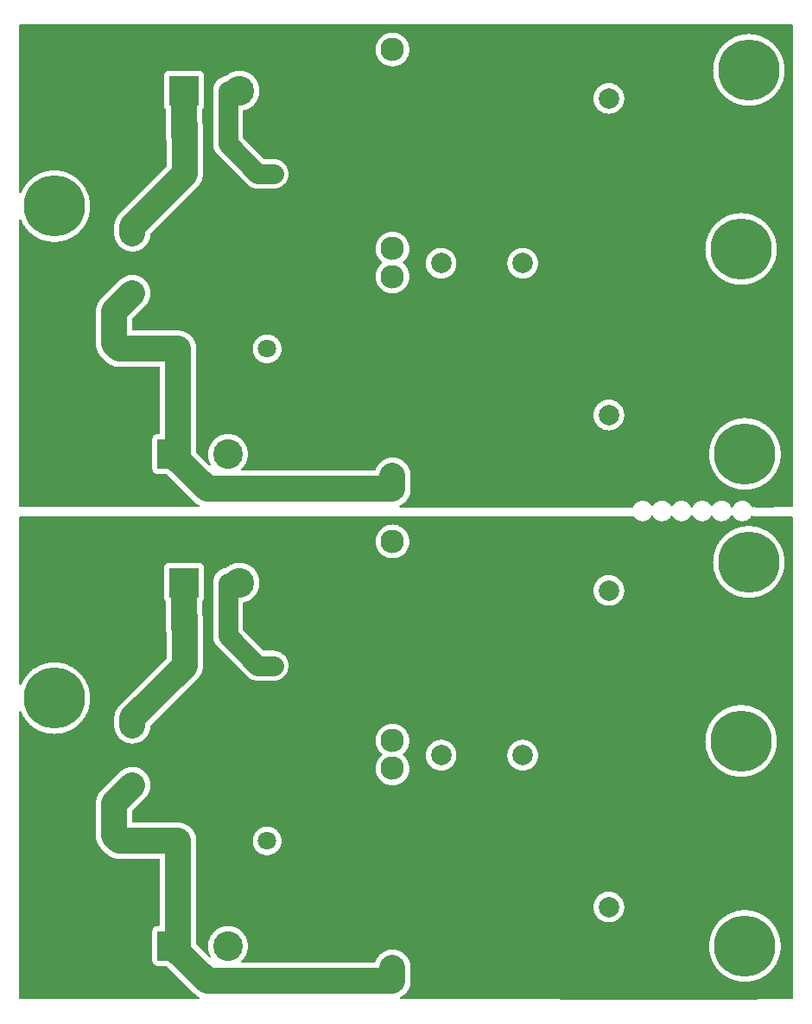
<source format=gtl>
G04 Layer: TopLayer*
G04 EasyEDA v6.3.43, 2020-06-01T19:13:48+08:00*
G04 e22e4845dbe6470894a8ffcda582c5b6,45e1048b23574a55a66a4e5d38cdb7dd,10*
G04 Gerber Generator version 0.2*
G04 Scale: 100 percent, Rotated: No, Reflected: No *
G04 Dimensions in millimeters *
G04 leading zeros omitted , absolute positions ,3 integer and 3 decimal *
%FSLAX33Y33*%
%MOMM*%
G90*
G71D02*

%ADD12C,2.540000*%
%ADD13C,1.905000*%
%ADD14C,2.299995*%
%ADD15C,5.999988*%
%ADD16C,2.899994*%
%ADD17R,2.899994X2.899994*%
%ADD18C,1.799996*%
%ADD19C,1.999996*%
%ADD20C,1.699997*%

%LPD*%
G36*
G01X75968Y95719D02*
G01X358Y95719D01*
G01X343Y95718D01*
G01X329Y95715D01*
G01X315Y95710D01*
G01X303Y95703D01*
G01X291Y95695D01*
G01X281Y95684D01*
G01X272Y95673D01*
G01X265Y95660D01*
G01X260Y95646D01*
G01X257Y95632D01*
G01X256Y95618D01*
G01X256Y79333D01*
G01X257Y79319D01*
G01X260Y79305D01*
G01X265Y79291D01*
G01X272Y79278D01*
G01X281Y79267D01*
G01X291Y79257D01*
G01X303Y79248D01*
G01X315Y79241D01*
G01X329Y79236D01*
G01X343Y79233D01*
G01X358Y79232D01*
G01X372Y79233D01*
G01X387Y79236D01*
G01X401Y79241D01*
G01X414Y79249D01*
G01X426Y79258D01*
G01X436Y79269D01*
G01X445Y79281D01*
G01X451Y79294D01*
G01X486Y79373D01*
G01X521Y79451D01*
G01X559Y79527D01*
G01X599Y79604D01*
G01X641Y79678D01*
G01X684Y79752D01*
G01X729Y79825D01*
G01X776Y79897D01*
G01X825Y79967D01*
G01X875Y80036D01*
G01X927Y80104D01*
G01X981Y80172D01*
G01X1036Y80237D01*
G01X1093Y80301D01*
G01X1152Y80364D01*
G01X1212Y80425D01*
G01X1273Y80484D01*
G01X1336Y80542D01*
G01X1401Y80599D01*
G01X1466Y80654D01*
G01X1533Y80707D01*
G01X1602Y80759D01*
G01X1671Y80810D01*
G01X1742Y80858D01*
G01X1814Y80905D01*
G01X1887Y80949D01*
G01X1961Y80992D01*
G01X2036Y81034D01*
G01X2112Y81073D01*
G01X2189Y81110D01*
G01X2267Y81146D01*
G01X2346Y81179D01*
G01X2426Y81211D01*
G01X2506Y81241D01*
G01X2587Y81269D01*
G01X2669Y81295D01*
G01X2751Y81319D01*
G01X2834Y81340D01*
G01X2917Y81360D01*
G01X3001Y81378D01*
G01X3086Y81393D01*
G01X3170Y81407D01*
G01X3255Y81418D01*
G01X3340Y81428D01*
G01X3425Y81435D01*
G01X3511Y81441D01*
G01X3597Y81444D01*
G01X3683Y81445D01*
G01X3767Y81444D01*
G01X3852Y81441D01*
G01X3936Y81435D01*
G01X4020Y81428D01*
G01X4105Y81419D01*
G01X4188Y81408D01*
G01X4272Y81395D01*
G01X4356Y81380D01*
G01X4438Y81362D01*
G01X4521Y81343D01*
G01X4602Y81322D01*
G01X4684Y81298D01*
G01X4765Y81273D01*
G01X4845Y81246D01*
G01X4925Y81217D01*
G01X5003Y81186D01*
G01X5082Y81153D01*
G01X5159Y81118D01*
G01X5235Y81082D01*
G01X5310Y81043D01*
G01X5385Y81003D01*
G01X5458Y80961D01*
G01X5531Y80917D01*
G01X5602Y80872D01*
G01X5672Y80824D01*
G01X5741Y80776D01*
G01X5809Y80725D01*
G01X5876Y80673D01*
G01X5941Y80619D01*
G01X6005Y80564D01*
G01X6068Y80507D01*
G01X6129Y80448D01*
G01X6189Y80388D01*
G01X6247Y80328D01*
G01X6304Y80265D01*
G01X6360Y80201D01*
G01X6414Y80135D01*
G01X6466Y80068D01*
G01X6516Y80001D01*
G01X6565Y79932D01*
G01X6612Y79862D01*
G01X6658Y79790D01*
G01X6702Y79717D01*
G01X6744Y79644D01*
G01X6784Y79570D01*
G01X6822Y79494D01*
G01X6859Y79418D01*
G01X6894Y79341D01*
G01X6927Y79263D01*
G01X6958Y79184D01*
G01X6987Y79105D01*
G01X7014Y79024D01*
G01X7039Y78944D01*
G01X7062Y78862D01*
G01X7084Y78780D01*
G01X7103Y78698D01*
G01X7120Y78615D01*
G01X7135Y78532D01*
G01X7149Y78448D01*
G01X7160Y78364D01*
G01X7169Y78280D01*
G01X7176Y78195D01*
G01X7181Y78111D01*
G01X7184Y78027D01*
G01X7185Y77942D01*
G01X7184Y77857D01*
G01X7181Y77773D01*
G01X7176Y77688D01*
G01X7169Y77604D01*
G01X7160Y77520D01*
G01X7149Y77436D01*
G01X7135Y77352D01*
G01X7120Y77269D01*
G01X7103Y77186D01*
G01X7084Y77104D01*
G01X7062Y77022D01*
G01X7039Y76940D01*
G01X7014Y76859D01*
G01X6987Y76779D01*
G01X6958Y76700D01*
G01X6927Y76621D01*
G01X6894Y76543D01*
G01X6859Y76466D01*
G01X6822Y76389D01*
G01X6784Y76314D01*
G01X6744Y76240D01*
G01X6702Y76166D01*
G01X6658Y76094D01*
G01X6612Y76022D01*
G01X6565Y75952D01*
G01X6516Y75883D01*
G01X6466Y75815D01*
G01X6414Y75748D01*
G01X6360Y75683D01*
G01X6304Y75619D01*
G01X6247Y75556D01*
G01X6189Y75495D01*
G01X6129Y75435D01*
G01X6068Y75377D01*
G01X6005Y75320D01*
G01X5941Y75265D01*
G01X5876Y75211D01*
G01X5809Y75159D01*
G01X5741Y75108D01*
G01X5672Y75060D01*
G01X5602Y75012D01*
G01X5531Y74967D01*
G01X5458Y74923D01*
G01X5385Y74881D01*
G01X5310Y74841D01*
G01X5235Y74802D01*
G01X5159Y74765D01*
G01X5082Y74731D01*
G01X5003Y74698D01*
G01X4925Y74667D01*
G01X4845Y74638D01*
G01X4765Y74610D01*
G01X4684Y74586D01*
G01X4602Y74562D01*
G01X4521Y74541D01*
G01X4438Y74522D01*
G01X4356Y74504D01*
G01X4272Y74489D01*
G01X4188Y74476D01*
G01X4105Y74465D01*
G01X4020Y74456D01*
G01X3936Y74448D01*
G01X3852Y74443D01*
G01X3767Y74440D01*
G01X3683Y74439D01*
G01X3597Y74440D01*
G01X3511Y74443D01*
G01X3425Y74449D01*
G01X3340Y74456D01*
G01X3255Y74466D01*
G01X3170Y74477D01*
G01X3086Y74491D01*
G01X3001Y74506D01*
G01X2917Y74524D01*
G01X2834Y74543D01*
G01X2751Y74565D01*
G01X2669Y74589D01*
G01X2587Y74615D01*
G01X2506Y74643D01*
G01X2426Y74672D01*
G01X2346Y74704D01*
G01X2267Y74738D01*
G01X2189Y74774D01*
G01X2112Y74811D01*
G01X2036Y74850D01*
G01X1961Y74891D01*
G01X1887Y74935D01*
G01X1814Y74979D01*
G01X1742Y75026D01*
G01X1671Y75074D01*
G01X1533Y75176D01*
G01X1466Y75230D01*
G01X1401Y75285D01*
G01X1336Y75341D01*
G01X1273Y75399D01*
G01X1212Y75459D01*
G01X1152Y75520D01*
G01X1093Y75583D01*
G01X1036Y75647D01*
G01X981Y75712D01*
G01X927Y75779D01*
G01X875Y75847D01*
G01X825Y75917D01*
G01X776Y75987D01*
G01X729Y76059D01*
G01X684Y76131D01*
G01X641Y76206D01*
G01X599Y76280D01*
G01X559Y76356D01*
G01X521Y76433D01*
G01X486Y76511D01*
G01X451Y76590D01*
G01X445Y76603D01*
G01X436Y76615D01*
G01X426Y76626D01*
G01X414Y76635D01*
G01X401Y76642D01*
G01X387Y76648D01*
G01X372Y76651D01*
G01X358Y76652D01*
G01X343Y76651D01*
G01X329Y76648D01*
G01X315Y76643D01*
G01X303Y76636D01*
G01X291Y76627D01*
G01X281Y76617D01*
G01X272Y76605D01*
G01X265Y76593D01*
G01X260Y76579D01*
G01X257Y76565D01*
G01X256Y76551D01*
G01X256Y48582D01*
G01X257Y48568D01*
G01X260Y48554D01*
G01X265Y48540D01*
G01X272Y48527D01*
G01X281Y48516D01*
G01X291Y48505D01*
G01X303Y48497D01*
G01X315Y48490D01*
G01X329Y48485D01*
G01X343Y48481D01*
G01X358Y48480D01*
G01X5207Y48480D01*
G01X17856Y48470D01*
G01X17870Y48471D01*
G01X17884Y48474D01*
G01X17898Y48479D01*
G01X17911Y48487D01*
G01X17922Y48495D01*
G01X17932Y48505D01*
G01X17941Y48517D01*
G01X17948Y48530D01*
G01X17953Y48543D01*
G01X17956Y48558D01*
G01X17957Y48572D01*
G01X17956Y48588D01*
G01X17952Y48604D01*
G01X17946Y48619D01*
G01X17937Y48632D01*
G01X17927Y48645D01*
G01X17914Y48655D01*
G01X17900Y48663D01*
G01X17842Y48693D01*
G01X17786Y48725D01*
G01X17730Y48759D01*
G01X17675Y48794D01*
G01X17571Y48872D01*
G01X17520Y48914D01*
G01X17472Y48957D01*
G01X17425Y49003D01*
G01X14725Y51703D01*
G01X14713Y51713D01*
G01X14699Y51721D01*
G01X14685Y51727D01*
G01X14669Y51731D01*
G01X14653Y51732D01*
G01X13803Y51732D01*
G01X13770Y51733D01*
G01X13737Y51737D01*
G01X13705Y51742D01*
G01X13673Y51749D01*
G01X13641Y51759D01*
G01X13610Y51770D01*
G01X13580Y51784D01*
G01X13551Y51800D01*
G01X13523Y51817D01*
G01X13497Y51836D01*
G01X13471Y51857D01*
G01X13447Y51880D01*
G01X13425Y51903D01*
G01X13404Y51929D01*
G01X13385Y51956D01*
G01X13368Y51984D01*
G01X13352Y52013D01*
G01X13339Y52043D01*
G01X13327Y52074D01*
G01X13317Y52105D01*
G01X13310Y52137D01*
G01X13305Y52169D01*
G01X13301Y52202D01*
G01X13300Y52235D01*
G01X13300Y55135D01*
G01X13301Y55168D01*
G01X13305Y55201D01*
G01X13310Y55233D01*
G01X13317Y55265D01*
G01X13327Y55296D01*
G01X13339Y55327D01*
G01X13352Y55357D01*
G01X13368Y55386D01*
G01X13385Y55414D01*
G01X13404Y55441D01*
G01X13425Y55466D01*
G01X13447Y55490D01*
G01X13471Y55513D01*
G01X13497Y55534D01*
G01X13523Y55553D01*
G01X13551Y55570D01*
G01X13580Y55586D01*
G01X13610Y55600D01*
G01X13641Y55611D01*
G01X13673Y55620D01*
G01X13705Y55628D01*
G01X13737Y55633D01*
G01X13770Y55637D01*
G01X13803Y55638D01*
G01X13937Y55638D01*
G01X13951Y55639D01*
G01X13965Y55642D01*
G01X13979Y55647D01*
G01X13992Y55654D01*
G01X14003Y55663D01*
G01X14014Y55673D01*
G01X14022Y55684D01*
G01X14029Y55697D01*
G01X14034Y55711D01*
G01X14037Y55725D01*
G01X14038Y55739D01*
G01X14039Y59654D01*
G01X14039Y62097D01*
G01X14038Y62112D01*
G01X14035Y62126D01*
G01X14029Y62140D01*
G01X14023Y62153D01*
G01X14014Y62164D01*
G01X14004Y62175D01*
G01X13992Y62183D01*
G01X13980Y62190D01*
G01X13966Y62195D01*
G01X13952Y62198D01*
G01X13937Y62199D01*
G01X10033Y62200D01*
G01X9972Y62201D01*
G01X9912Y62204D01*
G01X9851Y62209D01*
G01X9791Y62216D01*
G01X9731Y62225D01*
G01X9672Y62236D01*
G01X9613Y62250D01*
G01X9554Y62265D01*
G01X9496Y62282D01*
G01X9439Y62302D01*
G01X9382Y62323D01*
G01X9326Y62346D01*
G01X9271Y62371D01*
G01X9217Y62398D01*
G01X9164Y62427D01*
G01X9111Y62458D01*
G01X9060Y62490D01*
G01X9010Y62524D01*
G01X8962Y62560D01*
G01X8914Y62597D01*
G01X8868Y62636D01*
G01X8822Y62677D01*
G01X8779Y62719D01*
G01X8271Y63227D01*
G01X8229Y63270D01*
G01X8188Y63315D01*
G01X8149Y63361D01*
G01X8112Y63409D01*
G01X8076Y63458D01*
G01X8042Y63508D01*
G01X8010Y63559D01*
G01X7979Y63611D01*
G01X7951Y63665D01*
G01X7924Y63718D01*
G01X7898Y63774D01*
G01X7854Y63886D01*
G01X7835Y63943D01*
G01X7818Y64002D01*
G01X7802Y64060D01*
G01X7789Y64119D01*
G01X7777Y64179D01*
G01X7768Y64239D01*
G01X7761Y64299D01*
G01X7756Y64359D01*
G01X7753Y64419D01*
G01X7752Y64480D01*
G01X7752Y67627D01*
G01X7753Y67687D01*
G01X7756Y67748D01*
G01X7761Y67808D01*
G01X7768Y67868D01*
G01X7777Y67928D01*
G01X7789Y67988D01*
G01X7802Y68047D01*
G01X7818Y68105D01*
G01X7835Y68163D01*
G01X7854Y68221D01*
G01X7898Y68333D01*
G01X7924Y68388D01*
G01X7951Y68442D01*
G01X7979Y68496D01*
G01X8010Y68548D01*
G01X8042Y68599D01*
G01X8076Y68649D01*
G01X8112Y68698D01*
G01X8149Y68746D01*
G01X8188Y68792D01*
G01X8229Y68837D01*
G01X8271Y68880D01*
G01X10077Y70686D01*
G01X10120Y70728D01*
G01X10166Y70769D01*
G01X10212Y70808D01*
G01X10260Y70845D01*
G01X10308Y70881D01*
G01X10358Y70915D01*
G01X10409Y70947D01*
G01X10462Y70978D01*
G01X10515Y71007D01*
G01X10569Y71034D01*
G01X10624Y71059D01*
G01X10680Y71082D01*
G01X10737Y71103D01*
G01X10794Y71123D01*
G01X10852Y71140D01*
G01X10911Y71155D01*
G01X10970Y71169D01*
G01X11029Y71180D01*
G01X11089Y71189D01*
G01X11149Y71196D01*
G01X11210Y71201D01*
G01X11270Y71204D01*
G01X11330Y71205D01*
G01X11391Y71204D01*
G01X11451Y71201D01*
G01X11512Y71196D01*
G01X11572Y71189D01*
G01X11632Y71180D01*
G01X11691Y71169D01*
G01X11750Y71155D01*
G01X11808Y71140D01*
G01X11867Y71123D01*
G01X11924Y71103D01*
G01X11981Y71082D01*
G01X12037Y71059D01*
G01X12092Y71034D01*
G01X12146Y71007D01*
G01X12199Y70978D01*
G01X12251Y70947D01*
G01X12303Y70915D01*
G01X12353Y70881D01*
G01X12401Y70845D01*
G01X12449Y70808D01*
G01X12495Y70769D01*
G01X12540Y70728D01*
G01X12584Y70686D01*
G01X12626Y70643D01*
G01X12666Y70598D01*
G01X12706Y70552D01*
G01X12743Y70504D01*
G01X12779Y70455D01*
G01X12813Y70405D01*
G01X12845Y70354D01*
G01X12876Y70302D01*
G01X12904Y70248D01*
G01X12931Y70194D01*
G01X12957Y70139D01*
G01X13001Y70027D01*
G01X13020Y69969D01*
G01X13037Y69911D01*
G01X13053Y69853D01*
G01X13066Y69794D01*
G01X13077Y69734D01*
G01X13087Y69674D01*
G01X13094Y69614D01*
G01X13099Y69554D01*
G01X13102Y69493D01*
G01X13103Y69433D01*
G01X13102Y69372D01*
G01X13099Y69312D01*
G01X13094Y69252D01*
G01X13087Y69192D01*
G01X13077Y69132D01*
G01X13066Y69072D01*
G01X13053Y69013D01*
G01X13037Y68955D01*
G01X13020Y68896D01*
G01X13001Y68839D01*
G01X12957Y68727D01*
G01X12931Y68671D01*
G01X12904Y68618D01*
G01X12876Y68564D01*
G01X12845Y68512D01*
G01X12813Y68461D01*
G01X12779Y68411D01*
G01X12743Y68362D01*
G01X12706Y68314D01*
G01X12666Y68268D01*
G01X12626Y68223D01*
G01X12584Y68180D01*
G01X11327Y66922D01*
G01X11317Y66910D01*
G01X11308Y66897D01*
G01X11302Y66882D01*
G01X11298Y66867D01*
G01X11297Y66851D01*
G01X11297Y65846D01*
G01X11298Y65832D01*
G01X11301Y65818D01*
G01X11307Y65804D01*
G01X11313Y65791D01*
G01X11322Y65780D01*
G01X11332Y65769D01*
G01X11344Y65761D01*
G01X11356Y65754D01*
G01X11370Y65749D01*
G01X11384Y65746D01*
G01X11399Y65744D01*
G01X15842Y65744D01*
G01X15903Y65743D01*
G01X15963Y65740D01*
G01X16024Y65735D01*
G01X16084Y65728D01*
G01X16144Y65719D01*
G01X16203Y65708D01*
G01X16262Y65694D01*
G01X16321Y65679D01*
G01X16379Y65662D01*
G01X16436Y65642D01*
G01X16493Y65621D01*
G01X16549Y65598D01*
G01X16604Y65573D01*
G01X16658Y65546D01*
G01X16711Y65517D01*
G01X16764Y65486D01*
G01X16815Y65454D01*
G01X16865Y65420D01*
G01X16913Y65384D01*
G01X16961Y65347D01*
G01X17007Y65308D01*
G01X17053Y65267D01*
G01X17096Y65225D01*
G01X17138Y65182D01*
G01X17179Y65137D01*
G01X17218Y65091D01*
G01X17255Y65043D01*
G01X17291Y64994D01*
G01X17325Y64944D01*
G01X17357Y64893D01*
G01X17388Y64841D01*
G01X17416Y64787D01*
G01X17443Y64733D01*
G01X17469Y64678D01*
G01X17513Y64566D01*
G01X17532Y64508D01*
G01X17549Y64450D01*
G01X17565Y64392D01*
G01X17578Y64333D01*
G01X17590Y64273D01*
G01X17599Y64213D01*
G01X17606Y64153D01*
G01X17611Y64093D01*
G01X17614Y64032D01*
G01X17615Y63972D01*
G01X17614Y63907D01*
G01X17610Y63843D01*
G01X17605Y63779D01*
G01X17597Y63714D01*
G01X17586Y63651D01*
G01X17584Y63633D01*
G01X17584Y53900D01*
G01X17585Y53884D01*
G01X17588Y53868D01*
G01X17595Y53854D01*
G01X17603Y53840D01*
G01X17613Y53828D01*
G01X18842Y52600D01*
G01X18854Y52590D01*
G01X18867Y52581D01*
G01X18882Y52575D01*
G01X18898Y52571D01*
G01X18913Y52570D01*
G01X18928Y52571D01*
G01X18942Y52574D01*
G01X18956Y52580D01*
G01X18968Y52586D01*
G01X18980Y52595D01*
G01X18990Y52605D01*
G01X18999Y52617D01*
G01X19006Y52629D01*
G01X19011Y52643D01*
G01X19014Y52657D01*
G01X19015Y52671D01*
G01X19013Y52689D01*
G01X19009Y52706D01*
G01X19002Y52722D01*
G01X18970Y52781D01*
G01X18940Y52841D01*
G01X18912Y52902D01*
G01X18886Y52964D01*
G01X18862Y53027D01*
G01X18841Y53090D01*
G01X18821Y53155D01*
G01X18804Y53220D01*
G01X18789Y53285D01*
G01X18777Y53351D01*
G01X18766Y53417D01*
G01X18758Y53484D01*
G01X18752Y53551D01*
G01X18749Y53618D01*
G01X18748Y53685D01*
G01X18749Y53749D01*
G01X18752Y53812D01*
G01X18757Y53876D01*
G01X18765Y53940D01*
G01X18774Y54003D01*
G01X18785Y54066D01*
G01X18799Y54128D01*
G01X18814Y54190D01*
G01X18832Y54252D01*
G01X18851Y54313D01*
G01X18873Y54373D01*
G01X18897Y54432D01*
G01X18922Y54491D01*
G01X18949Y54549D01*
G01X18978Y54605D01*
G01X19009Y54661D01*
G01X19042Y54716D01*
G01X19077Y54770D01*
G01X19151Y54874D01*
G01X19191Y54923D01*
G01X19232Y54972D01*
G01X19276Y55020D01*
G01X19320Y55066D01*
G01X19365Y55110D01*
G01X19413Y55153D01*
G01X19462Y55194D01*
G01X19512Y55234D01*
G01X19563Y55272D01*
G01X19615Y55309D01*
G01X19669Y55343D01*
G01X19724Y55376D01*
G01X19780Y55407D01*
G01X19837Y55436D01*
G01X19895Y55463D01*
G01X19953Y55489D01*
G01X20013Y55512D01*
G01X20073Y55534D01*
G01X20134Y55553D01*
G01X20195Y55571D01*
G01X20257Y55586D01*
G01X20320Y55600D01*
G01X20382Y55611D01*
G01X20445Y55621D01*
G01X20509Y55628D01*
G01X20573Y55634D01*
G01X20636Y55637D01*
G01X20701Y55638D01*
G01X20765Y55637D01*
G01X20828Y55634D01*
G01X20892Y55628D01*
G01X20956Y55621D01*
G01X21019Y55611D01*
G01X21082Y55600D01*
G01X21144Y55586D01*
G01X21206Y55571D01*
G01X21267Y55553D01*
G01X21328Y55534D01*
G01X21388Y55512D01*
G01X21448Y55489D01*
G01X21506Y55463D01*
G01X21564Y55436D01*
G01X21621Y55407D01*
G01X21677Y55376D01*
G01X21732Y55343D01*
G01X21786Y55309D01*
G01X21838Y55272D01*
G01X21889Y55234D01*
G01X21939Y55194D01*
G01X21988Y55153D01*
G01X22036Y55110D01*
G01X22081Y55066D01*
G01X22125Y55020D01*
G01X22169Y54972D01*
G01X22210Y54923D01*
G01X22250Y54874D01*
G01X22324Y54770D01*
G01X22359Y54716D01*
G01X22392Y54661D01*
G01X22423Y54605D01*
G01X22452Y54549D01*
G01X22479Y54491D01*
G01X22504Y54432D01*
G01X22528Y54373D01*
G01X22550Y54313D01*
G01X22569Y54252D01*
G01X22587Y54190D01*
G01X22602Y54128D01*
G01X22616Y54066D01*
G01X22627Y54003D01*
G01X22636Y53940D01*
G01X22644Y53876D01*
G01X22649Y53812D01*
G01X22652Y53749D01*
G01X22653Y53685D01*
G01X22652Y53620D01*
G01X22649Y53556D01*
G01X22644Y53492D01*
G01X22636Y53428D01*
G01X22627Y53364D01*
G01X22615Y53300D01*
G01X22601Y53237D01*
G01X22586Y53175D01*
G01X22567Y53113D01*
G01X22548Y53052D01*
G01X22526Y52991D01*
G01X22502Y52932D01*
G01X22476Y52872D01*
G01X22448Y52814D01*
G01X22419Y52757D01*
G01X22387Y52701D01*
G01X22354Y52646D01*
G01X22318Y52592D01*
G01X22281Y52539D01*
G01X22243Y52487D01*
G01X22202Y52437D01*
G01X22160Y52388D01*
G01X22117Y52341D01*
G01X22072Y52295D01*
G01X22025Y52250D01*
G01X21977Y52207D01*
G01X21966Y52197D01*
G01X21958Y52185D01*
G01X21951Y52173D01*
G01X21946Y52159D01*
G01X21943Y52145D01*
G01X21942Y52130D01*
G01X21943Y52116D01*
G01X21946Y52102D01*
G01X21951Y52088D01*
G01X21958Y52075D01*
G01X21966Y52064D01*
G01X21977Y52053D01*
G01X21988Y52045D01*
G01X22001Y52038D01*
G01X22015Y52033D01*
G01X22029Y52030D01*
G01X22043Y52028D01*
G01X35046Y52028D01*
G01X35062Y52030D01*
G01X35077Y52033D01*
G01X35092Y52040D01*
G01X35106Y52048D01*
G01X35118Y52058D01*
G01X35128Y52071D01*
G01X35137Y52084D01*
G01X35143Y52099D01*
G01X35162Y52156D01*
G01X35184Y52212D01*
G01X35207Y52268D01*
G01X35232Y52322D01*
G01X35259Y52376D01*
G01X35288Y52430D01*
G01X35319Y52481D01*
G01X35351Y52532D01*
G01X35385Y52582D01*
G01X35421Y52630D01*
G01X35458Y52678D01*
G01X35498Y52724D01*
G01X35538Y52768D01*
G01X35580Y52811D01*
G01X35624Y52853D01*
G01X35669Y52893D01*
G01X35714Y52932D01*
G01X35762Y52969D01*
G01X35811Y53005D01*
G01X35861Y53038D01*
G01X35912Y53071D01*
G01X35964Y53101D01*
G01X36017Y53129D01*
G01X36071Y53156D01*
G01X36126Y53181D01*
G01X36182Y53204D01*
G01X36238Y53225D01*
G01X36296Y53244D01*
G01X36353Y53261D01*
G01X36411Y53277D01*
G01X36470Y53290D01*
G01X36530Y53301D01*
G01X36589Y53310D01*
G01X36649Y53317D01*
G01X36709Y53322D01*
G01X36769Y53325D01*
G01X36830Y53326D01*
G01X36890Y53325D01*
G01X36950Y53322D01*
G01X37011Y53317D01*
G01X37071Y53310D01*
G01X37131Y53301D01*
G01X37190Y53290D01*
G01X37249Y53276D01*
G01X37308Y53261D01*
G01X37366Y53243D01*
G01X37423Y53224D01*
G01X37480Y53203D01*
G01X37536Y53180D01*
G01X37591Y53155D01*
G01X37645Y53128D01*
G01X37698Y53099D01*
G01X37751Y53068D01*
G01X37802Y53036D01*
G01X37852Y53002D01*
G01X37900Y52966D01*
G01X37948Y52929D01*
G01X37994Y52890D01*
G01X38040Y52849D01*
G01X38083Y52807D01*
G01X38125Y52764D01*
G01X38166Y52719D01*
G01X38205Y52672D01*
G01X38242Y52625D01*
G01X38278Y52576D01*
G01X38312Y52526D01*
G01X38344Y52475D01*
G01X38375Y52423D01*
G01X38403Y52369D01*
G01X38430Y52315D01*
G01X38456Y52260D01*
G01X38500Y52148D01*
G01X38519Y52090D01*
G01X38536Y52032D01*
G01X38552Y51973D01*
G01X38565Y51915D01*
G01X38577Y51855D01*
G01X38586Y51795D01*
G01X38593Y51735D01*
G01X38598Y51675D01*
G01X38601Y51614D01*
G01X38602Y51554D01*
G01X38602Y50256D01*
G01X38601Y50195D01*
G01X38598Y50134D01*
G01X38593Y50073D01*
G01X38585Y50013D01*
G01X38576Y49952D01*
G01X38564Y49893D01*
G01X38551Y49833D01*
G01X38535Y49774D01*
G01X38518Y49715D01*
G01X38498Y49658D01*
G01X38476Y49601D01*
G01X38453Y49545D01*
G01X38428Y49489D01*
G01X38400Y49435D01*
G01X38371Y49381D01*
G01X38340Y49328D01*
G01X38307Y49277D01*
G01X38273Y49227D01*
G01X38237Y49177D01*
G01X38199Y49130D01*
G01X38159Y49083D01*
G01X38118Y49038D01*
G01X38075Y48995D01*
G01X38031Y48953D01*
G01X37986Y48912D01*
G01X37938Y48873D01*
G01X37890Y48836D01*
G01X37841Y48800D01*
G01X37790Y48766D01*
G01X37738Y48734D01*
G01X37685Y48703D01*
G01X37632Y48675D01*
G01X37577Y48649D01*
G01X37564Y48642D01*
G01X37552Y48633D01*
G01X37542Y48623D01*
G01X37534Y48611D01*
G01X37527Y48598D01*
G01X37522Y48585D01*
G01X37519Y48571D01*
G01X37518Y48556D01*
G01X37519Y48542D01*
G01X37522Y48528D01*
G01X37527Y48514D01*
G01X37534Y48501D01*
G01X37543Y48490D01*
G01X37553Y48479D01*
G01X37565Y48471D01*
G01X37577Y48464D01*
G01X37591Y48459D01*
G01X37605Y48456D01*
G01X37619Y48455D01*
G01X60328Y48437D01*
G01X60343Y48438D01*
G01X60358Y48441D01*
G01X60371Y48446D01*
G01X60384Y48453D01*
G01X60396Y48462D01*
G01X60406Y48473D01*
G01X60414Y48485D01*
G01X60422Y48498D01*
G01X60441Y48540D01*
G01X60463Y48581D01*
G01X60486Y48621D01*
G01X60511Y48660D01*
G01X60538Y48698D01*
G01X60567Y48734D01*
G01X60597Y48770D01*
G01X60629Y48804D01*
G01X60663Y48836D01*
G01X60698Y48867D01*
G01X60734Y48896D01*
G01X60772Y48923D01*
G01X60811Y48948D01*
G01X60851Y48972D01*
G01X60892Y48994D01*
G01X60934Y49013D01*
G01X60977Y49031D01*
G01X61020Y49047D01*
G01X61065Y49061D01*
G01X61110Y49073D01*
G01X61156Y49082D01*
G01X61201Y49090D01*
G01X61248Y49095D01*
G01X61294Y49099D01*
G01X61341Y49100D01*
G01X61386Y49099D01*
G01X61431Y49096D01*
G01X61476Y49091D01*
G01X61521Y49083D01*
G01X61566Y49074D01*
G01X61609Y49063D01*
G01X61653Y49050D01*
G01X61696Y49035D01*
G01X61737Y49017D01*
G01X61779Y48999D01*
G01X61819Y48978D01*
G01X61858Y48955D01*
G01X61897Y48931D01*
G01X61934Y48905D01*
G01X61970Y48878D01*
G01X62004Y48848D01*
G01X62037Y48817D01*
G01X62069Y48785D01*
G01X62100Y48752D01*
G01X62129Y48717D01*
G01X62156Y48680D01*
G01X62182Y48643D01*
G01X62205Y48604D01*
G01X62214Y48592D01*
G01X62224Y48581D01*
G01X62236Y48571D01*
G01X62249Y48564D01*
G01X62263Y48559D01*
G01X62278Y48555D01*
G01X62293Y48554D01*
G01X62308Y48555D01*
G01X62323Y48559D01*
G01X62337Y48564D01*
G01X62350Y48571D01*
G01X62362Y48581D01*
G01X62372Y48592D01*
G01X62381Y48604D01*
G01X62404Y48643D01*
G01X62430Y48680D01*
G01X62457Y48717D01*
G01X62486Y48752D01*
G01X62517Y48785D01*
G01X62549Y48817D01*
G01X62582Y48848D01*
G01X62616Y48878D01*
G01X62652Y48905D01*
G01X62689Y48931D01*
G01X62728Y48955D01*
G01X62767Y48978D01*
G01X62807Y48999D01*
G01X62849Y49017D01*
G01X62890Y49035D01*
G01X62933Y49050D01*
G01X62977Y49063D01*
G01X63020Y49074D01*
G01X63065Y49083D01*
G01X63110Y49091D01*
G01X63155Y49096D01*
G01X63200Y49099D01*
G01X63246Y49100D01*
G01X63291Y49099D01*
G01X63336Y49096D01*
G01X63381Y49091D01*
G01X63426Y49083D01*
G01X63471Y49074D01*
G01X63514Y49063D01*
G01X63558Y49050D01*
G01X63601Y49035D01*
G01X63642Y49017D01*
G01X63684Y48999D01*
G01X63724Y48978D01*
G01X63763Y48955D01*
G01X63802Y48931D01*
G01X63839Y48905D01*
G01X63875Y48878D01*
G01X63909Y48848D01*
G01X63942Y48817D01*
G01X63974Y48785D01*
G01X64005Y48752D01*
G01X64034Y48717D01*
G01X64061Y48680D01*
G01X64087Y48643D01*
G01X64110Y48604D01*
G01X64119Y48592D01*
G01X64129Y48581D01*
G01X64141Y48571D01*
G01X64154Y48564D01*
G01X64168Y48559D01*
G01X64183Y48555D01*
G01X64198Y48554D01*
G01X64213Y48555D01*
G01X64228Y48559D01*
G01X64242Y48564D01*
G01X64255Y48571D01*
G01X64267Y48581D01*
G01X64277Y48592D01*
G01X64286Y48604D01*
G01X64309Y48643D01*
G01X64335Y48680D01*
G01X64362Y48717D01*
G01X64391Y48752D01*
G01X64422Y48785D01*
G01X64454Y48817D01*
G01X64487Y48848D01*
G01X64521Y48878D01*
G01X64557Y48905D01*
G01X64594Y48931D01*
G01X64633Y48955D01*
G01X64672Y48978D01*
G01X64712Y48999D01*
G01X64754Y49017D01*
G01X64795Y49035D01*
G01X64838Y49050D01*
G01X64882Y49063D01*
G01X64925Y49074D01*
G01X64970Y49083D01*
G01X65015Y49091D01*
G01X65060Y49096D01*
G01X65105Y49099D01*
G01X65151Y49100D01*
G01X65197Y49099D01*
G01X65244Y49095D01*
G01X65291Y49090D01*
G01X65337Y49082D01*
G01X65383Y49072D01*
G01X65428Y49061D01*
G01X65473Y49046D01*
G01X65517Y49030D01*
G01X65560Y49012D01*
G01X65602Y48992D01*
G01X65643Y48970D01*
G01X65684Y48946D01*
G01X65723Y48920D01*
G01X65761Y48892D01*
G01X65797Y48863D01*
G01X65832Y48832D01*
G01X65866Y48800D01*
G01X65898Y48765D01*
G01X65928Y48730D01*
G01X65957Y48693D01*
G01X65984Y48654D01*
G01X66009Y48615D01*
G01X66032Y48574D01*
G01X66054Y48532D01*
G01X66073Y48490D01*
G01X66080Y48476D01*
G01X66088Y48465D01*
G01X66099Y48454D01*
G01X66111Y48445D01*
G01X66123Y48437D01*
G01X66137Y48432D01*
G01X66152Y48429D01*
G01X66167Y48428D01*
G01X66181Y48429D01*
G01X66196Y48432D01*
G01X66210Y48437D01*
G01X66222Y48445D01*
G01X66234Y48454D01*
G01X66245Y48465D01*
G01X66253Y48476D01*
G01X66260Y48490D01*
G01X66279Y48532D01*
G01X66301Y48574D01*
G01X66324Y48615D01*
G01X66349Y48654D01*
G01X66376Y48693D01*
G01X66405Y48730D01*
G01X66435Y48765D01*
G01X66467Y48800D01*
G01X66501Y48832D01*
G01X66536Y48863D01*
G01X66572Y48892D01*
G01X66610Y48920D01*
G01X66649Y48946D01*
G01X66690Y48970D01*
G01X66731Y48992D01*
G01X66773Y49012D01*
G01X66816Y49030D01*
G01X66860Y49046D01*
G01X66905Y49061D01*
G01X66950Y49072D01*
G01X66996Y49082D01*
G01X67042Y49090D01*
G01X67089Y49095D01*
G01X67136Y49099D01*
G01X67183Y49100D01*
G01X67228Y49099D01*
G01X67273Y49096D01*
G01X67318Y49091D01*
G01X67363Y49083D01*
G01X67408Y49074D01*
G01X67451Y49063D01*
G01X67495Y49050D01*
G01X67538Y49035D01*
G01X67579Y49017D01*
G01X67621Y48999D01*
G01X67661Y48978D01*
G01X67700Y48955D01*
G01X67739Y48931D01*
G01X67776Y48905D01*
G01X67812Y48878D01*
G01X67846Y48848D01*
G01X67879Y48817D01*
G01X67911Y48785D01*
G01X67942Y48752D01*
G01X67971Y48717D01*
G01X67998Y48680D01*
G01X68024Y48643D01*
G01X68047Y48604D01*
G01X68056Y48592D01*
G01X68066Y48581D01*
G01X68078Y48571D01*
G01X68091Y48564D01*
G01X68105Y48559D01*
G01X68120Y48555D01*
G01X68135Y48554D01*
G01X68150Y48555D01*
G01X68165Y48559D01*
G01X68179Y48564D01*
G01X68192Y48571D01*
G01X68204Y48581D01*
G01X68214Y48592D01*
G01X68223Y48604D01*
G01X68246Y48643D01*
G01X68272Y48680D01*
G01X68299Y48717D01*
G01X68328Y48752D01*
G01X68359Y48785D01*
G01X68391Y48817D01*
G01X68424Y48848D01*
G01X68458Y48878D01*
G01X68494Y48905D01*
G01X68531Y48931D01*
G01X68570Y48955D01*
G01X68609Y48978D01*
G01X68649Y48999D01*
G01X68691Y49017D01*
G01X68732Y49035D01*
G01X68775Y49050D01*
G01X68819Y49063D01*
G01X68862Y49074D01*
G01X68907Y49083D01*
G01X68952Y49091D01*
G01X68997Y49096D01*
G01X69042Y49099D01*
G01X69088Y49100D01*
G01X69134Y49099D01*
G01X69181Y49095D01*
G01X69228Y49090D01*
G01X69274Y49082D01*
G01X69320Y49072D01*
G01X69365Y49061D01*
G01X69410Y49046D01*
G01X69454Y49030D01*
G01X69497Y49012D01*
G01X69539Y48992D01*
G01X69580Y48970D01*
G01X69621Y48946D01*
G01X69660Y48920D01*
G01X69698Y48892D01*
G01X69734Y48863D01*
G01X69769Y48832D01*
G01X69803Y48800D01*
G01X69835Y48765D01*
G01X69865Y48730D01*
G01X69894Y48693D01*
G01X69921Y48654D01*
G01X69946Y48615D01*
G01X69969Y48574D01*
G01X69991Y48532D01*
G01X70010Y48490D01*
G01X70017Y48476D01*
G01X70025Y48465D01*
G01X70036Y48454D01*
G01X70048Y48445D01*
G01X70060Y48437D01*
G01X70074Y48432D01*
G01X70089Y48429D01*
G01X70104Y48428D01*
G01X70118Y48429D01*
G01X70133Y48432D01*
G01X70147Y48437D01*
G01X70159Y48445D01*
G01X70171Y48454D01*
G01X70182Y48465D01*
G01X70190Y48476D01*
G01X70197Y48490D01*
G01X70216Y48532D01*
G01X70238Y48574D01*
G01X70261Y48615D01*
G01X70286Y48654D01*
G01X70313Y48693D01*
G01X70342Y48730D01*
G01X70372Y48765D01*
G01X70404Y48800D01*
G01X70438Y48832D01*
G01X70473Y48863D01*
G01X70509Y48892D01*
G01X70547Y48920D01*
G01X70586Y48946D01*
G01X70627Y48970D01*
G01X70668Y48992D01*
G01X70710Y49012D01*
G01X70753Y49030D01*
G01X70797Y49046D01*
G01X70842Y49061D01*
G01X70887Y49072D01*
G01X70933Y49082D01*
G01X70979Y49090D01*
G01X71026Y49095D01*
G01X71073Y49099D01*
G01X71120Y49100D01*
G01X71165Y49099D01*
G01X71211Y49095D01*
G01X71257Y49090D01*
G01X71302Y49083D01*
G01X71347Y49073D01*
G01X71391Y49062D01*
G01X71435Y49048D01*
G01X71478Y49033D01*
G01X71521Y49016D01*
G01X71562Y48997D01*
G01X71603Y48975D01*
G01X71643Y48952D01*
G01X71681Y48928D01*
G01X71718Y48901D01*
G01X71755Y48873D01*
G01X71790Y48843D01*
G01X71823Y48811D01*
G01X71855Y48779D01*
G01X71886Y48744D01*
G01X71914Y48709D01*
G01X71941Y48671D01*
G01X71967Y48633D01*
G01X71990Y48594D01*
G01X72012Y48554D01*
G01X72032Y48512D01*
G01X72039Y48500D01*
G01X72048Y48488D01*
G01X72058Y48478D01*
G01X72069Y48469D01*
G01X72082Y48462D01*
G01X72096Y48457D01*
G01X72110Y48454D01*
G01X72124Y48453D01*
G01X72145Y48455D01*
G01X72187Y48469D01*
G01X72212Y48475D01*
G01X72237Y48479D01*
G01X72263Y48480D01*
G01X72290Y48479D01*
G01X72318Y48474D01*
G01X72344Y48467D01*
G01X72370Y48457D01*
G01X72384Y48452D01*
G01X72398Y48448D01*
G01X72413Y48447D01*
G01X72414Y48447D01*
G01X75969Y48477D01*
G01X75984Y48478D01*
G01X75998Y48482D01*
G01X76011Y48487D01*
G01X76024Y48494D01*
G01X76035Y48503D01*
G01X76046Y48513D01*
G01X76054Y48524D01*
G01X76061Y48537D01*
G01X76066Y48551D01*
G01X76069Y48565D01*
G01X76070Y48579D01*
G01X76070Y95618D01*
G01X76069Y95632D01*
G01X76066Y95646D01*
G01X76061Y95660D01*
G01X76054Y95673D01*
G01X76045Y95684D01*
G01X76035Y95695D01*
G01X76023Y95703D01*
G01X76011Y95710D01*
G01X75997Y95715D01*
G01X75983Y95718D01*
G01X75968Y95719D01*
G37*

%LPC*%
G36*
G01X71458Y57187D02*
G01X71374Y57188D01*
G01X71289Y57187D01*
G01X71204Y57184D01*
G01X71120Y57178D01*
G01X71036Y57171D01*
G01X70951Y57162D01*
G01X70868Y57151D01*
G01X70784Y57138D01*
G01X70700Y57123D01*
G01X70618Y57105D01*
G01X70535Y57086D01*
G01X70454Y57065D01*
G01X70372Y57041D01*
G01X70291Y57016D01*
G01X70211Y56989D01*
G01X70131Y56960D01*
G01X70053Y56929D01*
G01X69974Y56896D01*
G01X69897Y56861D01*
G01X69821Y56825D01*
G01X69746Y56786D01*
G01X69671Y56746D01*
G01X69598Y56704D01*
G01X69525Y56660D01*
G01X69454Y56615D01*
G01X69384Y56567D01*
G01X69315Y56519D01*
G01X69247Y56468D01*
G01X69180Y56416D01*
G01X69115Y56362D01*
G01X69051Y56307D01*
G01X68988Y56250D01*
G01X68927Y56191D01*
G01X68867Y56131D01*
G01X68809Y56071D01*
G01X68752Y56008D01*
G01X68696Y55944D01*
G01X68642Y55878D01*
G01X68590Y55811D01*
G01X68540Y55744D01*
G01X68491Y55675D01*
G01X68444Y55605D01*
G01X68398Y55533D01*
G01X68354Y55460D01*
G01X68312Y55387D01*
G01X68272Y55313D01*
G01X68234Y55237D01*
G01X68197Y55161D01*
G01X68162Y55084D01*
G01X68129Y55006D01*
G01X68098Y54927D01*
G01X68069Y54848D01*
G01X68042Y54767D01*
G01X68017Y54687D01*
G01X67994Y54605D01*
G01X67972Y54523D01*
G01X67953Y54441D01*
G01X67936Y54358D01*
G01X67921Y54275D01*
G01X67907Y54191D01*
G01X67896Y54107D01*
G01X67887Y54023D01*
G01X67880Y53938D01*
G01X67875Y53854D01*
G01X67872Y53770D01*
G01X67871Y53685D01*
G01X67872Y53600D01*
G01X67875Y53516D01*
G01X67880Y53431D01*
G01X67887Y53347D01*
G01X67896Y53263D01*
G01X67907Y53179D01*
G01X67921Y53095D01*
G01X67936Y53012D01*
G01X67953Y52929D01*
G01X67972Y52847D01*
G01X67994Y52765D01*
G01X68017Y52683D01*
G01X68042Y52602D01*
G01X68069Y52522D01*
G01X68098Y52443D01*
G01X68129Y52364D01*
G01X68162Y52286D01*
G01X68197Y52209D01*
G01X68234Y52132D01*
G01X68272Y52057D01*
G01X68312Y51983D01*
G01X68354Y51909D01*
G01X68398Y51837D01*
G01X68444Y51765D01*
G01X68491Y51695D01*
G01X68540Y51626D01*
G01X68590Y51558D01*
G01X68642Y51491D01*
G01X68696Y51426D01*
G01X68752Y51362D01*
G01X68809Y51299D01*
G01X68867Y51238D01*
G01X68927Y51178D01*
G01X68988Y51120D01*
G01X69051Y51063D01*
G01X69115Y51008D01*
G01X69180Y50954D01*
G01X69247Y50902D01*
G01X69315Y50851D01*
G01X69384Y50803D01*
G01X69454Y50755D01*
G01X69525Y50710D01*
G01X69598Y50666D01*
G01X69671Y50624D01*
G01X69746Y50584D01*
G01X69821Y50545D01*
G01X69897Y50508D01*
G01X69974Y50474D01*
G01X70053Y50441D01*
G01X70131Y50410D01*
G01X70211Y50381D01*
G01X70291Y50353D01*
G01X70372Y50329D01*
G01X70454Y50305D01*
G01X70535Y50284D01*
G01X70618Y50265D01*
G01X70700Y50247D01*
G01X70784Y50232D01*
G01X70868Y50219D01*
G01X70951Y50208D01*
G01X71036Y50199D01*
G01X71120Y50191D01*
G01X71204Y50186D01*
G01X71289Y50183D01*
G01X71374Y50182D01*
G01X71458Y50183D01*
G01X71543Y50186D01*
G01X71627Y50191D01*
G01X71711Y50199D01*
G01X71796Y50208D01*
G01X71879Y50219D01*
G01X71963Y50232D01*
G01X72047Y50247D01*
G01X72129Y50265D01*
G01X72212Y50284D01*
G01X72293Y50305D01*
G01X72375Y50329D01*
G01X72456Y50353D01*
G01X72536Y50381D01*
G01X72616Y50410D01*
G01X72694Y50441D01*
G01X72773Y50474D01*
G01X72850Y50508D01*
G01X72926Y50545D01*
G01X73001Y50584D01*
G01X73076Y50624D01*
G01X73149Y50666D01*
G01X73222Y50710D01*
G01X73293Y50755D01*
G01X73363Y50803D01*
G01X73432Y50851D01*
G01X73500Y50902D01*
G01X73567Y50954D01*
G01X73632Y51008D01*
G01X73696Y51063D01*
G01X73759Y51120D01*
G01X73820Y51178D01*
G01X73880Y51238D01*
G01X73938Y51299D01*
G01X73995Y51362D01*
G01X74051Y51426D01*
G01X74105Y51491D01*
G01X74157Y51558D01*
G01X74207Y51626D01*
G01X74256Y51695D01*
G01X74303Y51765D01*
G01X74349Y51837D01*
G01X74393Y51909D01*
G01X74435Y51983D01*
G01X74475Y52057D01*
G01X74513Y52132D01*
G01X74550Y52209D01*
G01X74585Y52286D01*
G01X74618Y52364D01*
G01X74649Y52443D01*
G01X74678Y52522D01*
G01X74705Y52602D01*
G01X74730Y52683D01*
G01X74753Y52765D01*
G01X74775Y52847D01*
G01X74794Y52929D01*
G01X74811Y53012D01*
G01X74826Y53095D01*
G01X74840Y53179D01*
G01X74851Y53263D01*
G01X74860Y53347D01*
G01X74867Y53431D01*
G01X74872Y53516D01*
G01X74875Y53600D01*
G01X74876Y53685D01*
G01X74875Y53770D01*
G01X74872Y53854D01*
G01X74867Y53938D01*
G01X74860Y54023D01*
G01X74851Y54107D01*
G01X74840Y54191D01*
G01X74826Y54275D01*
G01X74811Y54358D01*
G01X74794Y54441D01*
G01X74775Y54523D01*
G01X74753Y54605D01*
G01X74730Y54687D01*
G01X74705Y54767D01*
G01X74678Y54848D01*
G01X74649Y54927D01*
G01X74618Y55006D01*
G01X74585Y55084D01*
G01X74550Y55161D01*
G01X74513Y55237D01*
G01X74475Y55313D01*
G01X74435Y55387D01*
G01X74393Y55460D01*
G01X74349Y55533D01*
G01X74303Y55605D01*
G01X74256Y55675D01*
G01X74207Y55744D01*
G01X74157Y55811D01*
G01X74105Y55878D01*
G01X74051Y55944D01*
G01X73995Y56008D01*
G01X73938Y56071D01*
G01X73880Y56131D01*
G01X73820Y56191D01*
G01X73759Y56250D01*
G01X73696Y56307D01*
G01X73632Y56362D01*
G01X73567Y56416D01*
G01X73500Y56468D01*
G01X73432Y56519D01*
G01X73363Y56567D01*
G01X73293Y56615D01*
G01X73222Y56660D01*
G01X73149Y56704D01*
G01X73076Y56746D01*
G01X73001Y56786D01*
G01X72926Y56825D01*
G01X72850Y56861D01*
G01X72773Y56896D01*
G01X72694Y56929D01*
G01X72616Y56960D01*
G01X72536Y56989D01*
G01X72456Y57016D01*
G01X72375Y57041D01*
G01X72293Y57065D01*
G01X72212Y57086D01*
G01X72129Y57105D01*
G01X72047Y57123D01*
G01X71963Y57138D01*
G01X71879Y57151D01*
G01X71796Y57162D01*
G01X71711Y57171D01*
G01X71627Y57178D01*
G01X71543Y57184D01*
G01X71458Y57187D01*
G37*
G36*
G01X58095Y58997D02*
G01X58039Y58998D01*
G01X57982Y58997D01*
G01X57926Y58993D01*
G01X57870Y58988D01*
G01X57814Y58981D01*
G01X57759Y58971D01*
G01X57704Y58960D01*
G01X57649Y58946D01*
G01X57596Y58931D01*
G01X57542Y58913D01*
G01X57489Y58893D01*
G01X57438Y58872D01*
G01X57387Y58849D01*
G01X57336Y58823D01*
G01X57287Y58796D01*
G01X57239Y58767D01*
G01X57192Y58736D01*
G01X57146Y58704D01*
G01X57102Y58669D01*
G01X57059Y58634D01*
G01X57016Y58596D01*
G01X56976Y58557D01*
G01X56937Y58517D01*
G01X56900Y58475D01*
G01X56863Y58432D01*
G01X56829Y58387D01*
G01X56797Y58341D01*
G01X56766Y58295D01*
G01X56737Y58246D01*
G01X56710Y58197D01*
G01X56685Y58147D01*
G01X56661Y58096D01*
G01X56640Y58044D01*
G01X56620Y57991D01*
G01X56602Y57938D01*
G01X56587Y57884D01*
G01X56573Y57829D01*
G01X56562Y57774D01*
G01X56553Y57719D01*
G01X56545Y57663D01*
G01X56540Y57607D01*
G01X56537Y57551D01*
G01X56536Y57495D01*
G01X56537Y57439D01*
G01X56540Y57383D01*
G01X56545Y57327D01*
G01X56553Y57271D01*
G01X56562Y57216D01*
G01X56573Y57161D01*
G01X56587Y57106D01*
G01X56602Y57052D01*
G01X56620Y56999D01*
G01X56640Y56946D01*
G01X56661Y56894D01*
G01X56685Y56843D01*
G01X56710Y56793D01*
G01X56737Y56744D01*
G01X56766Y56695D01*
G01X56797Y56648D01*
G01X56829Y56602D01*
G01X56863Y56558D01*
G01X56900Y56515D01*
G01X56937Y56473D01*
G01X56976Y56432D01*
G01X57016Y56393D01*
G01X57059Y56356D01*
G01X57102Y56320D01*
G01X57146Y56286D01*
G01X57192Y56253D01*
G01X57239Y56222D01*
G01X57287Y56193D01*
G01X57336Y56167D01*
G01X57387Y56141D01*
G01X57438Y56118D01*
G01X57489Y56096D01*
G01X57542Y56077D01*
G01X57596Y56059D01*
G01X57649Y56044D01*
G01X57704Y56030D01*
G01X57759Y56018D01*
G01X57814Y56009D01*
G01X57870Y56001D01*
G01X57926Y55996D01*
G01X57982Y55993D01*
G01X58039Y55992D01*
G01X58095Y55993D01*
G01X58151Y55996D01*
G01X58207Y56001D01*
G01X58263Y56009D01*
G01X58318Y56018D01*
G01X58373Y56030D01*
G01X58428Y56044D01*
G01X58481Y56059D01*
G01X58535Y56077D01*
G01X58588Y56096D01*
G01X58639Y56118D01*
G01X58690Y56141D01*
G01X58741Y56167D01*
G01X58790Y56193D01*
G01X58838Y56222D01*
G01X58885Y56253D01*
G01X58931Y56286D01*
G01X58975Y56320D01*
G01X59019Y56356D01*
G01X59061Y56393D01*
G01X59101Y56432D01*
G01X59140Y56473D01*
G01X59177Y56515D01*
G01X59214Y56558D01*
G01X59248Y56602D01*
G01X59280Y56648D01*
G01X59311Y56695D01*
G01X59340Y56744D01*
G01X59367Y56793D01*
G01X59392Y56843D01*
G01X59416Y56894D01*
G01X59438Y56946D01*
G01X59457Y56999D01*
G01X59475Y57052D01*
G01X59490Y57106D01*
G01X59504Y57161D01*
G01X59515Y57216D01*
G01X59524Y57271D01*
G01X59532Y57327D01*
G01X59537Y57383D01*
G01X59540Y57439D01*
G01X59541Y57495D01*
G01X59540Y57551D01*
G01X59537Y57607D01*
G01X59532Y57663D01*
G01X59524Y57719D01*
G01X59515Y57774D01*
G01X59504Y57829D01*
G01X59490Y57884D01*
G01X59475Y57938D01*
G01X59457Y57991D01*
G01X59438Y58044D01*
G01X59416Y58096D01*
G01X59392Y58147D01*
G01X59367Y58197D01*
G01X59340Y58246D01*
G01X59311Y58295D01*
G01X59280Y58341D01*
G01X59248Y58387D01*
G01X59214Y58432D01*
G01X59177Y58475D01*
G01X59140Y58517D01*
G01X59101Y58557D01*
G01X59061Y58596D01*
G01X59019Y58634D01*
G01X58931Y58704D01*
G01X58885Y58736D01*
G01X58838Y58767D01*
G01X58790Y58796D01*
G01X58741Y58823D01*
G01X58690Y58849D01*
G01X58639Y58872D01*
G01X58588Y58893D01*
G01X58535Y58913D01*
G01X58481Y58931D01*
G01X58428Y58946D01*
G01X58373Y58960D01*
G01X58318Y58971D01*
G01X58263Y58981D01*
G01X58207Y58988D01*
G01X58151Y58993D01*
G01X58095Y58997D01*
G37*
G36*
G01X24596Y65374D02*
G01X24543Y65375D01*
G01X24489Y65374D01*
G01X24435Y65370D01*
G01X24381Y65365D01*
G01X24329Y65358D01*
G01X24275Y65349D01*
G01X24223Y65338D01*
G01X24171Y65324D01*
G01X24119Y65309D01*
G01X24069Y65292D01*
G01X24018Y65273D01*
G01X23969Y65252D01*
G01X23920Y65229D01*
G01X23872Y65204D01*
G01X23826Y65177D01*
G01X23780Y65149D01*
G01X23736Y65119D01*
G01X23692Y65088D01*
G01X23650Y65054D01*
G01X23609Y65019D01*
G01X23570Y64982D01*
G01X23532Y64945D01*
G01X23496Y64905D01*
G01X23460Y64864D01*
G01X23427Y64822D01*
G01X23395Y64779D01*
G01X23365Y64734D01*
G01X23337Y64689D01*
G01X23310Y64642D01*
G01X23286Y64594D01*
G01X23263Y64545D01*
G01X23242Y64496D01*
G01X23222Y64446D01*
G01X23205Y64395D01*
G01X23190Y64344D01*
G01X23177Y64291D01*
G01X23165Y64239D01*
G01X23156Y64186D01*
G01X23149Y64133D01*
G01X23144Y64079D01*
G01X23141Y64026D01*
G01X23140Y63972D01*
G01X23141Y63918D01*
G01X23144Y63865D01*
G01X23149Y63811D01*
G01X23156Y63758D01*
G01X23165Y63705D01*
G01X23177Y63652D01*
G01X23190Y63600D01*
G01X23205Y63549D01*
G01X23222Y63498D01*
G01X23242Y63448D01*
G01X23263Y63398D01*
G01X23286Y63350D01*
G01X23310Y63302D01*
G01X23337Y63255D01*
G01X23365Y63209D01*
G01X23395Y63165D01*
G01X23427Y63122D01*
G01X23460Y63079D01*
G01X23532Y62999D01*
G01X23570Y62962D01*
G01X23609Y62925D01*
G01X23650Y62890D01*
G01X23692Y62856D01*
G01X23780Y62794D01*
G01X23826Y62766D01*
G01X23872Y62740D01*
G01X23920Y62715D01*
G01X23969Y62692D01*
G01X24018Y62671D01*
G01X24069Y62652D01*
G01X24119Y62635D01*
G01X24171Y62620D01*
G01X24223Y62606D01*
G01X24275Y62595D01*
G01X24329Y62586D01*
G01X24381Y62578D01*
G01X24435Y62573D01*
G01X24489Y62570D01*
G01X24543Y62569D01*
G01X24596Y62570D01*
G01X24650Y62573D01*
G01X24704Y62578D01*
G01X24757Y62586D01*
G01X24810Y62595D01*
G01X24862Y62606D01*
G01X24914Y62620D01*
G01X24966Y62635D01*
G01X25016Y62652D01*
G01X25067Y62671D01*
G01X25117Y62692D01*
G01X25165Y62715D01*
G01X25213Y62740D01*
G01X25259Y62766D01*
G01X25305Y62794D01*
G01X25350Y62825D01*
G01X25393Y62856D01*
G01X25435Y62890D01*
G01X25476Y62925D01*
G01X25515Y62962D01*
G01X25553Y62999D01*
G01X25625Y63079D01*
G01X25658Y63122D01*
G01X25690Y63165D01*
G01X25720Y63209D01*
G01X25748Y63255D01*
G01X25775Y63302D01*
G01X25800Y63350D01*
G01X25823Y63398D01*
G01X25863Y63498D01*
G01X25880Y63549D01*
G01X25895Y63600D01*
G01X25909Y63652D01*
G01X25920Y63705D01*
G01X25929Y63758D01*
G01X25936Y63811D01*
G01X25941Y63865D01*
G01X25944Y63918D01*
G01X25945Y63972D01*
G01X25944Y64026D01*
G01X25941Y64079D01*
G01X25936Y64133D01*
G01X25929Y64186D01*
G01X25920Y64239D01*
G01X25909Y64291D01*
G01X25895Y64344D01*
G01X25880Y64395D01*
G01X25863Y64446D01*
G01X25843Y64496D01*
G01X25823Y64545D01*
G01X25800Y64594D01*
G01X25775Y64642D01*
G01X25748Y64689D01*
G01X25720Y64734D01*
G01X25690Y64779D01*
G01X25658Y64822D01*
G01X25625Y64864D01*
G01X25589Y64905D01*
G01X25553Y64945D01*
G01X25515Y64982D01*
G01X25476Y65019D01*
G01X25435Y65054D01*
G01X25393Y65088D01*
G01X25350Y65119D01*
G01X25305Y65149D01*
G01X25259Y65177D01*
G01X25213Y65204D01*
G01X25165Y65229D01*
G01X25117Y65252D01*
G01X25067Y65273D01*
G01X25016Y65292D01*
G01X24966Y65309D01*
G01X24914Y65324D01*
G01X24862Y65338D01*
G01X24810Y65349D01*
G01X24757Y65358D01*
G01X24704Y65365D01*
G01X24650Y65370D01*
G01X24596Y65374D01*
G37*
G36*
G01X36888Y75431D02*
G01X36830Y75432D01*
G01X36771Y75431D01*
G01X36712Y75428D01*
G01X36653Y75423D01*
G01X36594Y75416D01*
G01X36536Y75407D01*
G01X36478Y75395D01*
G01X36421Y75381D01*
G01X36364Y75366D01*
G01X36308Y75348D01*
G01X36252Y75328D01*
G01X36197Y75307D01*
G01X36143Y75283D01*
G01X36090Y75258D01*
G01X36038Y75230D01*
G01X35986Y75201D01*
G01X35936Y75170D01*
G01X35887Y75137D01*
G01X35839Y75103D01*
G01X35793Y75067D01*
G01X35747Y75029D01*
G01X35703Y74989D01*
G01X35661Y74949D01*
G01X35620Y74906D01*
G01X35580Y74862D01*
G01X35543Y74817D01*
G01X35507Y74770D01*
G01X35472Y74723D01*
G01X35439Y74673D01*
G01X35408Y74623D01*
G01X35379Y74572D01*
G01X35352Y74520D01*
G01X35326Y74467D01*
G01X35302Y74412D01*
G01X35281Y74357D01*
G01X35261Y74302D01*
G01X35244Y74246D01*
G01X35228Y74189D01*
G01X35215Y74131D01*
G01X35203Y74074D01*
G01X35194Y74015D01*
G01X35186Y73957D01*
G01X35181Y73898D01*
G01X35178Y73839D01*
G01X35177Y73780D01*
G01X35178Y73721D01*
G01X35181Y73663D01*
G01X35186Y73604D01*
G01X35194Y73546D01*
G01X35203Y73487D01*
G01X35215Y73430D01*
G01X35228Y73372D01*
G01X35244Y73316D01*
G01X35261Y73260D01*
G01X35280Y73204D01*
G01X35302Y73149D01*
G01X35325Y73096D01*
G01X35350Y73043D01*
G01X35378Y72990D01*
G01X35407Y72939D01*
G01X35438Y72889D01*
G01X35470Y72840D01*
G01X35504Y72792D01*
G01X35540Y72746D01*
G01X35578Y72701D01*
G01X35617Y72657D01*
G01X35658Y72615D01*
G01X35700Y72573D01*
G01X35743Y72534D01*
G01X35789Y72496D01*
G01X35799Y72486D01*
G01X35809Y72474D01*
G01X35816Y72461D01*
G01X35822Y72447D01*
G01X35825Y72433D01*
G01X35826Y72417D01*
G01X35825Y72402D01*
G01X35822Y72388D01*
G01X35816Y72374D01*
G01X35809Y72361D01*
G01X35799Y72349D01*
G01X35789Y72339D01*
G01X35743Y72301D01*
G01X35700Y72261D01*
G01X35658Y72220D01*
G01X35617Y72178D01*
G01X35578Y72134D01*
G01X35540Y72089D01*
G01X35504Y72043D01*
G01X35470Y71995D01*
G01X35438Y71946D01*
G01X35407Y71896D01*
G01X35378Y71844D01*
G01X35350Y71792D01*
G01X35325Y71739D01*
G01X35302Y71685D01*
G01X35280Y71631D01*
G01X35261Y71575D01*
G01X35244Y71519D01*
G01X35228Y71462D01*
G01X35215Y71405D01*
G01X35203Y71348D01*
G01X35194Y71289D01*
G01X35186Y71231D01*
G01X35181Y71172D01*
G01X35178Y71114D01*
G01X35177Y71055D01*
G01X35178Y70996D01*
G01X35181Y70937D01*
G01X35186Y70878D01*
G01X35194Y70820D01*
G01X35203Y70761D01*
G01X35215Y70703D01*
G01X35228Y70646D01*
G01X35244Y70589D01*
G01X35261Y70533D01*
G01X35281Y70477D01*
G01X35302Y70423D01*
G01X35326Y70368D01*
G01X35352Y70315D01*
G01X35379Y70263D01*
G01X35408Y70212D01*
G01X35439Y70161D01*
G01X35472Y70112D01*
G01X35507Y70064D01*
G01X35543Y70018D01*
G01X35580Y69972D01*
G01X35620Y69929D01*
G01X35661Y69886D01*
G01X35703Y69845D01*
G01X35747Y69806D01*
G01X35793Y69768D01*
G01X35839Y69732D01*
G01X35887Y69698D01*
G01X35936Y69665D01*
G01X35986Y69634D01*
G01X36038Y69605D01*
G01X36090Y69577D01*
G01X36143Y69552D01*
G01X36197Y69528D01*
G01X36252Y69507D01*
G01X36308Y69487D01*
G01X36364Y69469D01*
G01X36421Y69454D01*
G01X36478Y69440D01*
G01X36536Y69428D01*
G01X36594Y69419D01*
G01X36653Y69412D01*
G01X36712Y69407D01*
G01X36771Y69403D01*
G01X36830Y69402D01*
G01X36888Y69403D01*
G01X36947Y69407D01*
G01X37006Y69412D01*
G01X37065Y69419D01*
G01X37123Y69428D01*
G01X37181Y69440D01*
G01X37238Y69454D01*
G01X37295Y69469D01*
G01X37351Y69487D01*
G01X37407Y69507D01*
G01X37462Y69528D01*
G01X37516Y69552D01*
G01X37569Y69577D01*
G01X37621Y69605D01*
G01X37673Y69634D01*
G01X37723Y69665D01*
G01X37772Y69698D01*
G01X37820Y69732D01*
G01X37866Y69768D01*
G01X37912Y69806D01*
G01X37956Y69845D01*
G01X37998Y69886D01*
G01X38039Y69929D01*
G01X38079Y69972D01*
G01X38116Y70018D01*
G01X38152Y70064D01*
G01X38187Y70112D01*
G01X38220Y70161D01*
G01X38251Y70212D01*
G01X38280Y70263D01*
G01X38307Y70315D01*
G01X38333Y70368D01*
G01X38357Y70423D01*
G01X38378Y70477D01*
G01X38398Y70533D01*
G01X38415Y70589D01*
G01X38431Y70646D01*
G01X38444Y70703D01*
G01X38456Y70761D01*
G01X38465Y70820D01*
G01X38473Y70878D01*
G01X38478Y70937D01*
G01X38481Y70996D01*
G01X38482Y71055D01*
G01X38481Y71114D01*
G01X38478Y71172D01*
G01X38473Y71231D01*
G01X38465Y71289D01*
G01X38456Y71348D01*
G01X38444Y71405D01*
G01X38431Y71462D01*
G01X38415Y71519D01*
G01X38398Y71575D01*
G01X38379Y71631D01*
G01X38357Y71685D01*
G01X38334Y71739D01*
G01X38309Y71792D01*
G01X38281Y71844D01*
G01X38252Y71896D01*
G01X38221Y71946D01*
G01X38189Y71995D01*
G01X38155Y72043D01*
G01X38119Y72089D01*
G01X38081Y72134D01*
G01X38042Y72178D01*
G01X38001Y72220D01*
G01X37959Y72261D01*
G01X37916Y72301D01*
G01X37870Y72339D01*
G01X37860Y72349D01*
G01X37850Y72361D01*
G01X37843Y72374D01*
G01X37837Y72388D01*
G01X37834Y72402D01*
G01X37833Y72417D01*
G01X37834Y72433D01*
G01X37837Y72447D01*
G01X37843Y72461D01*
G01X37850Y72474D01*
G01X37860Y72486D01*
G01X37870Y72496D01*
G01X37916Y72534D01*
G01X37959Y72573D01*
G01X38001Y72615D01*
G01X38042Y72657D01*
G01X38081Y72701D01*
G01X38119Y72746D01*
G01X38155Y72792D01*
G01X38189Y72840D01*
G01X38221Y72889D01*
G01X38252Y72939D01*
G01X38281Y72990D01*
G01X38309Y73043D01*
G01X38334Y73096D01*
G01X38357Y73149D01*
G01X38379Y73204D01*
G01X38398Y73260D01*
G01X38415Y73316D01*
G01X38431Y73372D01*
G01X38444Y73430D01*
G01X38456Y73487D01*
G01X38465Y73546D01*
G01X38473Y73604D01*
G01X38478Y73663D01*
G01X38481Y73721D01*
G01X38482Y73780D01*
G01X38481Y73839D01*
G01X38478Y73898D01*
G01X38473Y73957D01*
G01X38465Y74015D01*
G01X38456Y74074D01*
G01X38444Y74131D01*
G01X38431Y74189D01*
G01X38415Y74246D01*
G01X38398Y74302D01*
G01X38378Y74357D01*
G01X38357Y74412D01*
G01X38333Y74467D01*
G01X38307Y74520D01*
G01X38280Y74572D01*
G01X38251Y74623D01*
G01X38220Y74673D01*
G01X38187Y74723D01*
G01X38152Y74770D01*
G01X38116Y74817D01*
G01X38079Y74862D01*
G01X38039Y74906D01*
G01X37998Y74949D01*
G01X37956Y74989D01*
G01X37912Y75029D01*
G01X37866Y75067D01*
G01X37820Y75103D01*
G01X37772Y75137D01*
G01X37723Y75170D01*
G01X37673Y75201D01*
G01X37621Y75230D01*
G01X37569Y75258D01*
G01X37516Y75283D01*
G01X37462Y75307D01*
G01X37407Y75328D01*
G01X37351Y75348D01*
G01X37295Y75366D01*
G01X37238Y75381D01*
G01X37181Y75395D01*
G01X37123Y75407D01*
G01X37065Y75416D01*
G01X37006Y75423D01*
G01X36947Y75428D01*
G01X36888Y75431D01*
G37*
G36*
G01X71077Y77253D02*
G01X70993Y77254D01*
G01X70908Y77253D01*
G01X70823Y77250D01*
G01X70739Y77244D01*
G01X70655Y77237D01*
G01X70570Y77228D01*
G01X70487Y77217D01*
G01X70403Y77204D01*
G01X70319Y77189D01*
G01X70237Y77171D01*
G01X70154Y77152D01*
G01X70073Y77131D01*
G01X69991Y77107D01*
G01X69910Y77082D01*
G01X69830Y77055D01*
G01X69750Y77026D01*
G01X69672Y76995D01*
G01X69593Y76962D01*
G01X69516Y76927D01*
G01X69440Y76891D01*
G01X69365Y76852D01*
G01X69290Y76812D01*
G01X69217Y76770D01*
G01X69144Y76726D01*
G01X69073Y76681D01*
G01X69003Y76633D01*
G01X68934Y76585D01*
G01X68866Y76534D01*
G01X68799Y76482D01*
G01X68734Y76428D01*
G01X68670Y76373D01*
G01X68607Y76316D01*
G01X68546Y76257D01*
G01X68486Y76197D01*
G01X68428Y76137D01*
G01X68371Y76074D01*
G01X68315Y76010D01*
G01X68261Y75944D01*
G01X68209Y75877D01*
G01X68159Y75810D01*
G01X68110Y75741D01*
G01X68063Y75671D01*
G01X68017Y75599D01*
G01X67973Y75526D01*
G01X67931Y75453D01*
G01X67891Y75379D01*
G01X67853Y75303D01*
G01X67816Y75227D01*
G01X67781Y75150D01*
G01X67748Y75072D01*
G01X67717Y74993D01*
G01X67688Y74914D01*
G01X67661Y74833D01*
G01X67636Y74753D01*
G01X67613Y74671D01*
G01X67591Y74589D01*
G01X67572Y74507D01*
G01X67555Y74424D01*
G01X67540Y74341D01*
G01X67526Y74257D01*
G01X67515Y74173D01*
G01X67506Y74089D01*
G01X67499Y74004D01*
G01X67494Y73920D01*
G01X67491Y73836D01*
G01X67490Y73751D01*
G01X67491Y73666D01*
G01X67494Y73582D01*
G01X67499Y73497D01*
G01X67506Y73413D01*
G01X67515Y73329D01*
G01X67526Y73245D01*
G01X67540Y73161D01*
G01X67555Y73078D01*
G01X67572Y72995D01*
G01X67591Y72913D01*
G01X67613Y72831D01*
G01X67636Y72749D01*
G01X67661Y72668D01*
G01X67688Y72588D01*
G01X67717Y72509D01*
G01X67748Y72430D01*
G01X67781Y72352D01*
G01X67816Y72275D01*
G01X67853Y72198D01*
G01X67891Y72123D01*
G01X67931Y72049D01*
G01X67973Y71975D01*
G01X68017Y71903D01*
G01X68063Y71831D01*
G01X68110Y71761D01*
G01X68159Y71692D01*
G01X68209Y71624D01*
G01X68261Y71557D01*
G01X68315Y71492D01*
G01X68371Y71428D01*
G01X68428Y71365D01*
G01X68486Y71304D01*
G01X68546Y71244D01*
G01X68607Y71186D01*
G01X68670Y71129D01*
G01X68734Y71074D01*
G01X68799Y71020D01*
G01X68866Y70968D01*
G01X68934Y70917D01*
G01X69003Y70869D01*
G01X69073Y70821D01*
G01X69144Y70776D01*
G01X69217Y70732D01*
G01X69290Y70690D01*
G01X69365Y70650D01*
G01X69440Y70611D01*
G01X69516Y70574D01*
G01X69593Y70540D01*
G01X69672Y70507D01*
G01X69750Y70476D01*
G01X69830Y70447D01*
G01X69910Y70419D01*
G01X69991Y70395D01*
G01X70073Y70371D01*
G01X70154Y70350D01*
G01X70237Y70331D01*
G01X70319Y70313D01*
G01X70403Y70298D01*
G01X70487Y70285D01*
G01X70570Y70274D01*
G01X70655Y70265D01*
G01X70739Y70257D01*
G01X70823Y70252D01*
G01X70908Y70249D01*
G01X70993Y70248D01*
G01X71077Y70249D01*
G01X71162Y70252D01*
G01X71246Y70257D01*
G01X71330Y70265D01*
G01X71415Y70274D01*
G01X71498Y70285D01*
G01X71582Y70298D01*
G01X71666Y70313D01*
G01X71748Y70331D01*
G01X71831Y70350D01*
G01X71912Y70371D01*
G01X71994Y70395D01*
G01X72075Y70419D01*
G01X72155Y70447D01*
G01X72235Y70476D01*
G01X72313Y70507D01*
G01X72392Y70540D01*
G01X72469Y70574D01*
G01X72545Y70611D01*
G01X72620Y70650D01*
G01X72695Y70690D01*
G01X72768Y70732D01*
G01X72841Y70776D01*
G01X72912Y70821D01*
G01X72982Y70869D01*
G01X73051Y70917D01*
G01X73119Y70968D01*
G01X73186Y71020D01*
G01X73251Y71074D01*
G01X73315Y71129D01*
G01X73378Y71186D01*
G01X73439Y71244D01*
G01X73499Y71304D01*
G01X73557Y71365D01*
G01X73614Y71428D01*
G01X73670Y71492D01*
G01X73724Y71557D01*
G01X73776Y71624D01*
G01X73826Y71692D01*
G01X73875Y71761D01*
G01X73922Y71831D01*
G01X73968Y71903D01*
G01X74012Y71975D01*
G01X74054Y72049D01*
G01X74094Y72123D01*
G01X74132Y72198D01*
G01X74169Y72275D01*
G01X74204Y72352D01*
G01X74237Y72430D01*
G01X74268Y72509D01*
G01X74297Y72588D01*
G01X74324Y72668D01*
G01X74349Y72749D01*
G01X74372Y72831D01*
G01X74394Y72913D01*
G01X74413Y72995D01*
G01X74430Y73078D01*
G01X74445Y73161D01*
G01X74459Y73245D01*
G01X74470Y73329D01*
G01X74479Y73413D01*
G01X74486Y73497D01*
G01X74491Y73582D01*
G01X74494Y73666D01*
G01X74495Y73751D01*
G01X74494Y73836D01*
G01X74491Y73920D01*
G01X74486Y74004D01*
G01X74479Y74089D01*
G01X74470Y74173D01*
G01X74459Y74257D01*
G01X74445Y74341D01*
G01X74430Y74424D01*
G01X74413Y74507D01*
G01X74394Y74589D01*
G01X74372Y74671D01*
G01X74349Y74753D01*
G01X74324Y74833D01*
G01X74297Y74914D01*
G01X74268Y74993D01*
G01X74237Y75072D01*
G01X74204Y75150D01*
G01X74169Y75227D01*
G01X74132Y75303D01*
G01X74094Y75379D01*
G01X74054Y75453D01*
G01X74012Y75526D01*
G01X73968Y75599D01*
G01X73922Y75671D01*
G01X73875Y75741D01*
G01X73826Y75810D01*
G01X73776Y75877D01*
G01X73724Y75944D01*
G01X73670Y76010D01*
G01X73614Y76074D01*
G01X73557Y76137D01*
G01X73499Y76197D01*
G01X73439Y76257D01*
G01X73378Y76316D01*
G01X73315Y76373D01*
G01X73251Y76428D01*
G01X73186Y76482D01*
G01X73119Y76534D01*
G01X73051Y76585D01*
G01X72982Y76633D01*
G01X72912Y76681D01*
G01X72841Y76726D01*
G01X72768Y76770D01*
G01X72695Y76812D01*
G01X72620Y76852D01*
G01X72545Y76891D01*
G01X72469Y76927D01*
G01X72392Y76962D01*
G01X72313Y76995D01*
G01X72235Y77026D01*
G01X72155Y77055D01*
G01X72075Y77082D01*
G01X71994Y77107D01*
G01X71912Y77131D01*
G01X71831Y77152D01*
G01X71748Y77171D01*
G01X71666Y77189D01*
G01X71582Y77204D01*
G01X71498Y77217D01*
G01X71415Y77228D01*
G01X71330Y77237D01*
G01X71246Y77244D01*
G01X71162Y77250D01*
G01X71077Y77253D01*
G37*
G36*
G01X41649Y73856D02*
G01X41593Y73857D01*
G01X41536Y73856D01*
G01X41480Y73853D01*
G01X41424Y73847D01*
G01X41368Y73840D01*
G01X41313Y73830D01*
G01X41258Y73819D01*
G01X41203Y73805D01*
G01X41150Y73790D01*
G01X41096Y73772D01*
G01X41043Y73753D01*
G01X40992Y73731D01*
G01X40941Y73708D01*
G01X40890Y73682D01*
G01X40841Y73655D01*
G01X40793Y73626D01*
G01X40746Y73595D01*
G01X40700Y73563D01*
G01X40656Y73529D01*
G01X40613Y73493D01*
G01X40570Y73455D01*
G01X40530Y73417D01*
G01X40491Y73376D01*
G01X40454Y73334D01*
G01X40418Y73291D01*
G01X40383Y73246D01*
G01X40351Y73200D01*
G01X40320Y73154D01*
G01X40291Y73105D01*
G01X40264Y73056D01*
G01X40239Y73006D01*
G01X40215Y72955D01*
G01X40193Y72903D01*
G01X40174Y72850D01*
G01X40156Y72797D01*
G01X40141Y72743D01*
G01X40127Y72688D01*
G01X40116Y72633D01*
G01X40107Y72578D01*
G01X40099Y72522D01*
G01X40094Y72466D01*
G01X40091Y72410D01*
G01X40090Y72354D01*
G01X40091Y72298D01*
G01X40094Y72242D01*
G01X40099Y72186D01*
G01X40107Y72130D01*
G01X40116Y72075D01*
G01X40127Y72020D01*
G01X40141Y71965D01*
G01X40156Y71911D01*
G01X40174Y71858D01*
G01X40193Y71805D01*
G01X40215Y71753D01*
G01X40239Y71702D01*
G01X40264Y71652D01*
G01X40291Y71603D01*
G01X40320Y71554D01*
G01X40351Y71508D01*
G01X40383Y71461D01*
G01X40418Y71417D01*
G01X40454Y71374D01*
G01X40491Y71332D01*
G01X40530Y71291D01*
G01X40570Y71253D01*
G01X40613Y71215D01*
G01X40656Y71179D01*
G01X40700Y71145D01*
G01X40746Y71112D01*
G01X40793Y71081D01*
G01X40841Y71052D01*
G01X40890Y71026D01*
G01X40941Y71000D01*
G01X40992Y70977D01*
G01X41043Y70955D01*
G01X41096Y70936D01*
G01X41150Y70918D01*
G01X41203Y70903D01*
G01X41258Y70889D01*
G01X41313Y70878D01*
G01X41368Y70868D01*
G01X41424Y70861D01*
G01X41480Y70855D01*
G01X41536Y70852D01*
G01X41593Y70851D01*
G01X41649Y70852D01*
G01X41705Y70855D01*
G01X41761Y70861D01*
G01X41817Y70868D01*
G01X41872Y70878D01*
G01X41927Y70889D01*
G01X41982Y70903D01*
G01X42035Y70918D01*
G01X42089Y70936D01*
G01X42142Y70955D01*
G01X42193Y70977D01*
G01X42244Y71000D01*
G01X42295Y71026D01*
G01X42344Y71052D01*
G01X42392Y71081D01*
G01X42439Y71112D01*
G01X42485Y71145D01*
G01X42529Y71179D01*
G01X42572Y71215D01*
G01X42615Y71253D01*
G01X42655Y71291D01*
G01X42694Y71332D01*
G01X42731Y71374D01*
G01X42768Y71417D01*
G01X42802Y71461D01*
G01X42834Y71508D01*
G01X42865Y71554D01*
G01X42894Y71603D01*
G01X42921Y71652D01*
G01X42946Y71702D01*
G01X42970Y71753D01*
G01X42992Y71805D01*
G01X43011Y71858D01*
G01X43029Y71911D01*
G01X43044Y71965D01*
G01X43058Y72020D01*
G01X43069Y72075D01*
G01X43078Y72130D01*
G01X43086Y72186D01*
G01X43091Y72242D01*
G01X43094Y72298D01*
G01X43095Y72354D01*
G01X43094Y72410D01*
G01X43091Y72466D01*
G01X43086Y72522D01*
G01X43078Y72578D01*
G01X43069Y72633D01*
G01X43058Y72688D01*
G01X43044Y72743D01*
G01X43029Y72797D01*
G01X43011Y72850D01*
G01X42992Y72903D01*
G01X42970Y72955D01*
G01X42946Y73006D01*
G01X42921Y73056D01*
G01X42894Y73105D01*
G01X42865Y73154D01*
G01X42834Y73200D01*
G01X42802Y73246D01*
G01X42768Y73291D01*
G01X42731Y73334D01*
G01X42694Y73376D01*
G01X42655Y73417D01*
G01X42615Y73455D01*
G01X42572Y73493D01*
G01X42529Y73529D01*
G01X42485Y73563D01*
G01X42439Y73595D01*
G01X42392Y73626D01*
G01X42344Y73655D01*
G01X42295Y73682D01*
G01X42244Y73708D01*
G01X42193Y73731D01*
G01X42142Y73753D01*
G01X42089Y73772D01*
G01X42035Y73790D01*
G01X41982Y73805D01*
G01X41927Y73819D01*
G01X41872Y73830D01*
G01X41817Y73840D01*
G01X41761Y73847D01*
G01X41705Y73853D01*
G01X41649Y73856D01*
G37*
G36*
G01X49649Y73856D02*
G01X49592Y73857D01*
G01X49536Y73856D01*
G01X49480Y73853D01*
G01X49424Y73847D01*
G01X49368Y73840D01*
G01X49313Y73830D01*
G01X49258Y73819D01*
G01X49203Y73805D01*
G01X49150Y73790D01*
G01X49096Y73772D01*
G01X49043Y73753D01*
G01X48992Y73731D01*
G01X48941Y73708D01*
G01X48890Y73682D01*
G01X48841Y73655D01*
G01X48793Y73626D01*
G01X48746Y73595D01*
G01X48700Y73563D01*
G01X48656Y73529D01*
G01X48613Y73493D01*
G01X48570Y73455D01*
G01X48530Y73417D01*
G01X48491Y73376D01*
G01X48454Y73334D01*
G01X48417Y73291D01*
G01X48383Y73246D01*
G01X48351Y73200D01*
G01X48320Y73154D01*
G01X48291Y73105D01*
G01X48264Y73056D01*
G01X48239Y73006D01*
G01X48215Y72955D01*
G01X48193Y72903D01*
G01X48174Y72850D01*
G01X48156Y72797D01*
G01X48141Y72743D01*
G01X48127Y72688D01*
G01X48116Y72633D01*
G01X48107Y72578D01*
G01X48099Y72522D01*
G01X48094Y72466D01*
G01X48091Y72410D01*
G01X48090Y72354D01*
G01X48091Y72298D01*
G01X48094Y72242D01*
G01X48099Y72186D01*
G01X48107Y72130D01*
G01X48116Y72075D01*
G01X48127Y72020D01*
G01X48141Y71965D01*
G01X48156Y71911D01*
G01X48174Y71858D01*
G01X48193Y71805D01*
G01X48215Y71753D01*
G01X48239Y71702D01*
G01X48264Y71652D01*
G01X48291Y71603D01*
G01X48320Y71554D01*
G01X48351Y71508D01*
G01X48383Y71461D01*
G01X48417Y71417D01*
G01X48454Y71374D01*
G01X48491Y71332D01*
G01X48530Y71291D01*
G01X48570Y71253D01*
G01X48613Y71215D01*
G01X48656Y71179D01*
G01X48700Y71145D01*
G01X48746Y71112D01*
G01X48793Y71081D01*
G01X48841Y71052D01*
G01X48890Y71026D01*
G01X48941Y71000D01*
G01X48992Y70977D01*
G01X49043Y70955D01*
G01X49096Y70936D01*
G01X49150Y70918D01*
G01X49203Y70903D01*
G01X49258Y70889D01*
G01X49313Y70878D01*
G01X49368Y70868D01*
G01X49424Y70861D01*
G01X49480Y70855D01*
G01X49536Y70852D01*
G01X49592Y70851D01*
G01X49649Y70852D01*
G01X49705Y70855D01*
G01X49761Y70861D01*
G01X49817Y70868D01*
G01X49872Y70878D01*
G01X49927Y70889D01*
G01X49982Y70903D01*
G01X50035Y70918D01*
G01X50089Y70936D01*
G01X50142Y70955D01*
G01X50193Y70977D01*
G01X50244Y71000D01*
G01X50295Y71026D01*
G01X50344Y71052D01*
G01X50392Y71081D01*
G01X50439Y71112D01*
G01X50485Y71145D01*
G01X50529Y71179D01*
G01X50572Y71215D01*
G01X50615Y71253D01*
G01X50655Y71291D01*
G01X50694Y71332D01*
G01X50731Y71374D01*
G01X50767Y71417D01*
G01X50802Y71461D01*
G01X50834Y71508D01*
G01X50865Y71554D01*
G01X50894Y71603D01*
G01X50921Y71652D01*
G01X50946Y71702D01*
G01X50970Y71753D01*
G01X50992Y71805D01*
G01X51011Y71858D01*
G01X51029Y71911D01*
G01X51044Y71965D01*
G01X51058Y72020D01*
G01X51069Y72075D01*
G01X51078Y72130D01*
G01X51086Y72186D01*
G01X51091Y72242D01*
G01X51094Y72298D01*
G01X51095Y72354D01*
G01X51094Y72410D01*
G01X51091Y72466D01*
G01X51086Y72522D01*
G01X51078Y72578D01*
G01X51069Y72633D01*
G01X51058Y72688D01*
G01X51044Y72743D01*
G01X51029Y72797D01*
G01X51011Y72850D01*
G01X50992Y72903D01*
G01X50970Y72955D01*
G01X50946Y73006D01*
G01X50921Y73056D01*
G01X50894Y73105D01*
G01X50865Y73154D01*
G01X50834Y73200D01*
G01X50802Y73246D01*
G01X50767Y73291D01*
G01X50731Y73334D01*
G01X50694Y73376D01*
G01X50655Y73417D01*
G01X50615Y73455D01*
G01X50572Y73493D01*
G01X50529Y73529D01*
G01X50485Y73563D01*
G01X50439Y73595D01*
G01X50392Y73626D01*
G01X50344Y73655D01*
G01X50295Y73682D01*
G01X50244Y73708D01*
G01X50193Y73731D01*
G01X50142Y73753D01*
G01X50089Y73772D01*
G01X50035Y73790D01*
G01X49982Y73805D01*
G01X49927Y73819D01*
G01X49872Y73830D01*
G01X49817Y73840D01*
G01X49761Y73847D01*
G01X49705Y73853D01*
G01X49649Y73856D01*
G37*
G36*
G01X17846Y91198D02*
G01X14946Y91198D01*
G01X14913Y91197D01*
G01X14880Y91193D01*
G01X14848Y91188D01*
G01X14816Y91180D01*
G01X14784Y91171D01*
G01X14753Y91160D01*
G01X14723Y91146D01*
G01X14694Y91130D01*
G01X14666Y91113D01*
G01X14640Y91094D01*
G01X14614Y91073D01*
G01X14590Y91050D01*
G01X14568Y91026D01*
G01X14547Y91001D01*
G01X14528Y90974D01*
G01X14511Y90946D01*
G01X14495Y90917D01*
G01X14482Y90887D01*
G01X14470Y90856D01*
G01X14460Y90825D01*
G01X14453Y90793D01*
G01X14448Y90761D01*
G01X14444Y90728D01*
G01X14443Y90695D01*
G01X14443Y87795D01*
G01X14444Y87762D01*
G01X14448Y87729D01*
G01X14453Y87697D01*
G01X14460Y87665D01*
G01X14470Y87633D01*
G01X14482Y87603D01*
G01X14495Y87573D01*
G01X14511Y87543D01*
G01X14528Y87515D01*
G01X14547Y87489D01*
G01X14568Y87463D01*
G01X14591Y87439D01*
G01X14601Y87427D01*
G01X14610Y87414D01*
G01X14616Y87399D01*
G01X14619Y87383D01*
G01X14621Y87367D01*
G01X14621Y85987D01*
G01X14620Y85989D01*
G01X14620Y85904D01*
G01X14621Y85899D01*
G01X14621Y84800D01*
G01X14622Y84739D01*
G01X14625Y84679D01*
G01X14630Y84619D01*
G01X14637Y84559D01*
G01X14646Y84499D01*
G01X14658Y84439D01*
G01X14671Y84380D01*
G01X14674Y84356D01*
G01X14674Y81862D01*
G01X14673Y81846D01*
G01X14669Y81831D01*
G01X14663Y81816D01*
G01X14654Y81803D01*
G01X14644Y81791D01*
G01X10078Y77224D01*
G01X10036Y77181D01*
G01X9995Y77136D01*
G01X9956Y77090D01*
G01X9919Y77042D01*
G01X9883Y76993D01*
G01X9849Y76943D01*
G01X9817Y76892D01*
G01X9786Y76840D01*
G01X9758Y76786D01*
G01X9731Y76732D01*
G01X9705Y76677D01*
G01X9682Y76621D01*
G01X9661Y76564D01*
G01X9642Y76507D01*
G01X9625Y76449D01*
G01X9609Y76391D01*
G01X9596Y76332D01*
G01X9584Y76272D01*
G01X9575Y76212D01*
G01X9568Y76152D01*
G01X9563Y76092D01*
G01X9560Y76031D01*
G01X9559Y75971D01*
G01X9559Y75275D01*
G01X9560Y75214D01*
G01X9563Y75154D01*
G01X9568Y75094D01*
G01X9575Y75034D01*
G01X9584Y74974D01*
G01X9596Y74914D01*
G01X9609Y74855D01*
G01X9625Y74797D01*
G01X9642Y74738D01*
G01X9661Y74681D01*
G01X9682Y74625D01*
G01X9705Y74569D01*
G01X9731Y74513D01*
G01X9758Y74460D01*
G01X9786Y74406D01*
G01X9817Y74354D01*
G01X9849Y74303D01*
G01X9883Y74253D01*
G01X9919Y74204D01*
G01X9956Y74156D01*
G01X9995Y74110D01*
G01X10036Y74065D01*
G01X10078Y74022D01*
G01X10121Y73980D01*
G01X10167Y73939D01*
G01X10213Y73900D01*
G01X10260Y73863D01*
G01X10309Y73827D01*
G01X10359Y73793D01*
G01X10410Y73761D01*
G01X10463Y73730D01*
G01X10516Y73701D01*
G01X10570Y73674D01*
G01X10625Y73649D01*
G01X10681Y73626D01*
G01X10738Y73605D01*
G01X10795Y73585D01*
G01X10853Y73568D01*
G01X10912Y73553D01*
G01X10971Y73539D01*
G01X11030Y73528D01*
G01X11090Y73519D01*
G01X11150Y73512D01*
G01X11211Y73507D01*
G01X11271Y73504D01*
G01X11331Y73503D01*
G01X11331Y73502D01*
G01X11391Y73504D01*
G01X11452Y73507D01*
G01X11511Y73512D01*
G01X11571Y73519D01*
G01X11631Y73528D01*
G01X11690Y73539D01*
G01X11749Y73552D01*
G01X11807Y73567D01*
G01X11864Y73584D01*
G01X11921Y73603D01*
G01X11978Y73624D01*
G01X12034Y73647D01*
G01X12088Y73672D01*
G01X12142Y73699D01*
G01X12195Y73727D01*
G01X12247Y73757D01*
G01X12298Y73789D01*
G01X12348Y73823D01*
G01X12397Y73858D01*
G01X12444Y73895D01*
G01X12490Y73934D01*
G01X12535Y73973D01*
G01X12579Y74015D01*
G01X12621Y74058D01*
G01X12661Y74102D01*
G01X12700Y74149D01*
G01X12738Y74195D01*
G01X12808Y74293D01*
G01X12840Y74344D01*
G01X12871Y74396D01*
G01X12900Y74448D01*
G01X12927Y74502D01*
G01X12952Y74557D01*
G01X12975Y74612D01*
G01X12997Y74668D01*
G01X13016Y74725D01*
G01X13034Y74783D01*
G01X13050Y74841D01*
G01X13064Y74899D01*
G01X13075Y74958D01*
G01X13085Y75017D01*
G01X13093Y75077D01*
G01X13099Y75137D01*
G01X13102Y75197D01*
G01X13104Y75212D01*
G01X13108Y75227D01*
G01X13114Y75240D01*
G01X13122Y75253D01*
G01X13132Y75265D01*
G01X17731Y79864D01*
G01X17773Y79907D01*
G01X17814Y79952D01*
G01X17853Y79998D01*
G01X17890Y80046D01*
G01X17926Y80095D01*
G01X17960Y80145D01*
G01X17992Y80196D01*
G01X18023Y80248D01*
G01X18051Y80302D01*
G01X18078Y80355D01*
G01X18104Y80411D01*
G01X18148Y80523D01*
G01X18167Y80580D01*
G01X18184Y80639D01*
G01X18200Y80697D01*
G01X18213Y80756D01*
G01X18225Y80816D01*
G01X18234Y80876D01*
G01X18241Y80936D01*
G01X18246Y80996D01*
G01X18249Y81056D01*
G01X18250Y81117D01*
G01X18249Y81181D01*
G01X18245Y81246D01*
G01X18240Y81310D01*
G01X18232Y81374D01*
G01X18221Y81438D01*
G01X18219Y81456D01*
G01X18219Y85889D01*
G01X18218Y85950D01*
G01X18215Y86010D01*
G01X18210Y86070D01*
G01X18203Y86130D01*
G01X18194Y86190D01*
G01X18182Y86250D01*
G01X18169Y86309D01*
G01X18166Y86333D01*
G01X18166Y87362D01*
G01X18167Y87378D01*
G01X18171Y87394D01*
G01X18177Y87409D01*
G01X18186Y87423D01*
G01X18197Y87435D01*
G01X18220Y87459D01*
G01X18241Y87485D01*
G01X18261Y87512D01*
G01X18279Y87540D01*
G01X18295Y87569D01*
G01X18309Y87600D01*
G01X18321Y87631D01*
G01X18331Y87663D01*
G01X18338Y87695D01*
G01X18344Y87728D01*
G01X18347Y87762D01*
G01X18348Y87795D01*
G01X18348Y90695D01*
G01X18347Y90728D01*
G01X18344Y90761D01*
G01X18339Y90793D01*
G01X18331Y90825D01*
G01X18322Y90856D01*
G01X18310Y90887D01*
G01X18297Y90917D01*
G01X18281Y90946D01*
G01X18264Y90974D01*
G01X18245Y91001D01*
G01X18224Y91026D01*
G01X18201Y91050D01*
G01X18177Y91073D01*
G01X18152Y91094D01*
G01X18125Y91113D01*
G01X18097Y91130D01*
G01X18068Y91146D01*
G01X18038Y91160D01*
G01X18008Y91171D01*
G01X17976Y91180D01*
G01X17944Y91188D01*
G01X17912Y91193D01*
G01X17879Y91197D01*
G01X17846Y91198D01*
G37*
G36*
G01X21908Y91197D02*
G01X21844Y91198D01*
G01X21779Y91197D01*
G01X21715Y91194D01*
G01X21651Y91188D01*
G01X21588Y91181D01*
G01X21524Y91171D01*
G01X21461Y91160D01*
G01X21399Y91146D01*
G01X21337Y91131D01*
G01X21275Y91113D01*
G01X21214Y91094D01*
G01X21154Y91072D01*
G01X21094Y91048D01*
G01X21036Y91022D01*
G01X20978Y90995D01*
G01X20921Y90966D01*
G01X20865Y90935D01*
G01X20810Y90902D01*
G01X20756Y90867D01*
G01X20704Y90830D01*
G01X20652Y90792D01*
G01X20602Y90752D01*
G01X20553Y90711D01*
G01X20541Y90702D01*
G01X20528Y90695D01*
G01X20515Y90689D01*
G01X20500Y90686D01*
G01X20446Y90678D01*
G01X20392Y90667D01*
G01X20339Y90655D01*
G01X20286Y90640D01*
G01X20234Y90623D01*
G01X20182Y90604D01*
G01X20131Y90584D01*
G01X20081Y90562D01*
G01X20032Y90537D01*
G01X19984Y90511D01*
G01X19936Y90483D01*
G01X19890Y90453D01*
G01X19845Y90422D01*
G01X19801Y90389D01*
G01X19759Y90354D01*
G01X19718Y90318D01*
G01X19678Y90280D01*
G01X19640Y90241D01*
G01X19603Y90200D01*
G01X19568Y90158D01*
G01X19534Y90115D01*
G01X19502Y90070D01*
G01X19472Y90025D01*
G01X19443Y89978D01*
G01X19417Y89930D01*
G01X19392Y89881D01*
G01X19369Y89831D01*
G01X19348Y89781D01*
G01X19328Y89729D01*
G01X19311Y89677D01*
G01X19296Y89624D01*
G01X19282Y89571D01*
G01X19271Y89518D01*
G01X19262Y89463D01*
G01X19255Y89409D01*
G01X19250Y89355D01*
G01X19247Y89300D01*
G01X19245Y89245D01*
G01X19245Y84038D01*
G01X19247Y83984D01*
G01X19250Y83929D01*
G01X19255Y83875D01*
G01X19261Y83821D01*
G01X19270Y83767D01*
G01X19282Y83714D01*
G01X19295Y83662D01*
G01X19310Y83609D01*
G01X19327Y83557D01*
G01X19346Y83506D01*
G01X19367Y83456D01*
G01X19389Y83406D01*
G01X19414Y83358D01*
G01X19440Y83310D01*
G01X19498Y83218D01*
G01X19530Y83174D01*
G01X19563Y83131D01*
G01X19598Y83089D01*
G01X19634Y83048D01*
G01X19671Y83009D01*
G01X22592Y80088D01*
G01X22632Y80050D01*
G01X22673Y80014D01*
G01X22714Y79979D01*
G01X22757Y79946D01*
G01X22802Y79915D01*
G01X22847Y79885D01*
G01X22894Y79857D01*
G01X22942Y79830D01*
G01X22990Y79806D01*
G01X23040Y79783D01*
G01X23090Y79763D01*
G01X23141Y79743D01*
G01X23245Y79711D01*
G01X23298Y79698D01*
G01X23351Y79687D01*
G01X23405Y79678D01*
G01X23458Y79671D01*
G01X23513Y79666D01*
G01X23567Y79663D01*
G01X23622Y79662D01*
G01X25178Y79662D01*
G01X25232Y79663D01*
G01X25286Y79666D01*
G01X25341Y79671D01*
G01X25394Y79678D01*
G01X25448Y79687D01*
G01X25501Y79698D01*
G01X25554Y79711D01*
G01X25658Y79743D01*
G01X25709Y79763D01*
G01X25759Y79783D01*
G01X25809Y79806D01*
G01X25857Y79830D01*
G01X25905Y79857D01*
G01X25952Y79885D01*
G01X25997Y79915D01*
G01X26042Y79946D01*
G01X26085Y79979D01*
G01X26126Y80014D01*
G01X26167Y80050D01*
G01X26207Y80088D01*
G01X26244Y80127D01*
G01X26280Y80168D01*
G01X26315Y80210D01*
G01X26348Y80253D01*
G01X26380Y80297D01*
G01X26438Y80389D01*
G01X26464Y80437D01*
G01X26489Y80485D01*
G01X26511Y80535D01*
G01X26532Y80585D01*
G01X26551Y80636D01*
G01X26568Y80688D01*
G01X26583Y80741D01*
G01X26596Y80793D01*
G01X26608Y80846D01*
G01X26617Y80900D01*
G01X26623Y80954D01*
G01X26628Y81008D01*
G01X26631Y81063D01*
G01X26632Y81117D01*
G01X26631Y81171D01*
G01X26628Y81226D01*
G01X26623Y81280D01*
G01X26617Y81334D01*
G01X26608Y81388D01*
G01X26596Y81441D01*
G01X26583Y81493D01*
G01X26568Y81546D01*
G01X26551Y81598D01*
G01X26532Y81649D01*
G01X26511Y81699D01*
G01X26489Y81748D01*
G01X26464Y81797D01*
G01X26438Y81844D01*
G01X26409Y81891D01*
G01X26380Y81937D01*
G01X26348Y81981D01*
G01X26315Y82024D01*
G01X26280Y82066D01*
G01X26244Y82107D01*
G01X26207Y82146D01*
G01X26167Y82184D01*
G01X26126Y82220D01*
G01X26085Y82255D01*
G01X26042Y82288D01*
G01X25997Y82319D01*
G01X25952Y82349D01*
G01X25905Y82377D01*
G01X25857Y82404D01*
G01X25809Y82428D01*
G01X25759Y82450D01*
G01X25709Y82471D01*
G01X25658Y82491D01*
G01X25554Y82523D01*
G01X25501Y82536D01*
G01X25448Y82547D01*
G01X25394Y82556D01*
G01X25341Y82563D01*
G01X25286Y82568D01*
G01X25232Y82571D01*
G01X25178Y82572D01*
G01X24266Y82572D01*
G01X24250Y82573D01*
G01X24235Y82577D01*
G01X24220Y82583D01*
G01X24207Y82592D01*
G01X24195Y82602D01*
G01X22185Y84611D01*
G01X22175Y84623D01*
G01X22167Y84637D01*
G01X22160Y84652D01*
G01X22157Y84667D01*
G01X22156Y84683D01*
G01X22156Y87233D01*
G01X22157Y87248D01*
G01X22160Y87263D01*
G01X22166Y87277D01*
G01X22174Y87291D01*
G01X22184Y87303D01*
G01X22195Y87313D01*
G01X22208Y87322D01*
G01X22222Y87328D01*
G01X22237Y87332D01*
G01X22299Y87346D01*
G01X22361Y87362D01*
G01X22422Y87380D01*
G01X22482Y87399D01*
G01X22541Y87421D01*
G01X22601Y87445D01*
G01X22659Y87470D01*
G01X22716Y87498D01*
G01X22773Y87527D01*
G01X22828Y87559D01*
G01X22882Y87592D01*
G01X22936Y87626D01*
G01X22988Y87663D01*
G01X23039Y87701D01*
G01X23089Y87741D01*
G01X23137Y87782D01*
G01X23184Y87825D01*
G01X23229Y87869D01*
G01X23274Y87915D01*
G01X23316Y87962D01*
G01X23357Y88011D01*
G01X23396Y88061D01*
G01X23434Y88112D01*
G01X23470Y88164D01*
G01X23504Y88218D01*
G01X23537Y88273D01*
G01X23568Y88329D01*
G01X23597Y88385D01*
G01X23624Y88443D01*
G01X23649Y88501D01*
G01X23672Y88560D01*
G01X23694Y88620D01*
G01X23713Y88681D01*
G01X23730Y88742D01*
G01X23745Y88803D01*
G01X23759Y88866D01*
G01X23770Y88928D01*
G01X23779Y88991D01*
G01X23787Y89054D01*
G01X23792Y89118D01*
G01X23795Y89181D01*
G01X23796Y89245D01*
G01X23795Y89309D01*
G01X23792Y89372D01*
G01X23787Y89436D01*
G01X23779Y89500D01*
G01X23770Y89563D01*
G01X23759Y89626D01*
G01X23745Y89688D01*
G01X23730Y89750D01*
G01X23712Y89812D01*
G01X23693Y89873D01*
G01X23671Y89933D01*
G01X23647Y89992D01*
G01X23622Y90051D01*
G01X23595Y90109D01*
G01X23566Y90165D01*
G01X23535Y90221D01*
G01X23502Y90276D01*
G01X23467Y90330D01*
G01X23393Y90434D01*
G01X23353Y90483D01*
G01X23312Y90532D01*
G01X23268Y90580D01*
G01X23224Y90626D01*
G01X23179Y90670D01*
G01X23131Y90713D01*
G01X23082Y90754D01*
G01X23032Y90794D01*
G01X22981Y90832D01*
G01X22929Y90869D01*
G01X22875Y90903D01*
G01X22820Y90936D01*
G01X22764Y90967D01*
G01X22707Y90996D01*
G01X22649Y91023D01*
G01X22591Y91049D01*
G01X22531Y91072D01*
G01X22471Y91094D01*
G01X22410Y91113D01*
G01X22349Y91131D01*
G01X22287Y91146D01*
G01X22225Y91160D01*
G01X22162Y91171D01*
G01X22099Y91181D01*
G01X22035Y91188D01*
G01X21971Y91194D01*
G01X21908Y91197D01*
G37*
G36*
G01X58095Y89985D02*
G01X58039Y89986D01*
G01X57982Y89985D01*
G01X57926Y89982D01*
G01X57870Y89976D01*
G01X57814Y89969D01*
G01X57759Y89959D01*
G01X57704Y89948D01*
G01X57649Y89934D01*
G01X57596Y89919D01*
G01X57542Y89901D01*
G01X57489Y89881D01*
G01X57438Y89860D01*
G01X57387Y89837D01*
G01X57336Y89811D01*
G01X57287Y89784D01*
G01X57239Y89755D01*
G01X57192Y89724D01*
G01X57146Y89692D01*
G01X57102Y89658D01*
G01X57059Y89622D01*
G01X57016Y89584D01*
G01X56976Y89545D01*
G01X56937Y89505D01*
G01X56900Y89463D01*
G01X56863Y89420D01*
G01X56829Y89375D01*
G01X56797Y89329D01*
G01X56766Y89283D01*
G01X56737Y89234D01*
G01X56710Y89185D01*
G01X56685Y89135D01*
G01X56661Y89084D01*
G01X56639Y89032D01*
G01X56620Y88979D01*
G01X56602Y88926D01*
G01X56587Y88872D01*
G01X56573Y88817D01*
G01X56562Y88762D01*
G01X56553Y88707D01*
G01X56545Y88651D01*
G01X56540Y88595D01*
G01X56537Y88539D01*
G01X56536Y88483D01*
G01X56537Y88427D01*
G01X56540Y88371D01*
G01X56545Y88315D01*
G01X56553Y88259D01*
G01X56562Y88204D01*
G01X56573Y88149D01*
G01X56587Y88094D01*
G01X56602Y88040D01*
G01X56620Y87987D01*
G01X56639Y87934D01*
G01X56661Y87882D01*
G01X56685Y87831D01*
G01X56710Y87781D01*
G01X56737Y87732D01*
G01X56766Y87683D01*
G01X56797Y87637D01*
G01X56829Y87590D01*
G01X56863Y87546D01*
G01X56900Y87503D01*
G01X56937Y87461D01*
G01X56976Y87420D01*
G01X57016Y87381D01*
G01X57059Y87344D01*
G01X57102Y87308D01*
G01X57146Y87274D01*
G01X57192Y87241D01*
G01X57239Y87210D01*
G01X57287Y87181D01*
G01X57336Y87155D01*
G01X57387Y87129D01*
G01X57438Y87106D01*
G01X57489Y87084D01*
G01X57542Y87065D01*
G01X57596Y87047D01*
G01X57649Y87032D01*
G01X57704Y87018D01*
G01X57759Y87006D01*
G01X57814Y86997D01*
G01X57870Y86989D01*
G01X57926Y86984D01*
G01X57982Y86981D01*
G01X58039Y86980D01*
G01X58095Y86981D01*
G01X58151Y86984D01*
G01X58207Y86989D01*
G01X58263Y86997D01*
G01X58318Y87006D01*
G01X58373Y87018D01*
G01X58428Y87032D01*
G01X58481Y87047D01*
G01X58535Y87065D01*
G01X58588Y87084D01*
G01X58639Y87106D01*
G01X58690Y87129D01*
G01X58741Y87155D01*
G01X58790Y87181D01*
G01X58838Y87210D01*
G01X58885Y87241D01*
G01X58931Y87274D01*
G01X58975Y87308D01*
G01X59018Y87344D01*
G01X59061Y87381D01*
G01X59101Y87420D01*
G01X59140Y87461D01*
G01X59177Y87503D01*
G01X59214Y87546D01*
G01X59248Y87590D01*
G01X59280Y87637D01*
G01X59311Y87683D01*
G01X59340Y87732D01*
G01X59367Y87781D01*
G01X59392Y87831D01*
G01X59416Y87882D01*
G01X59438Y87934D01*
G01X59457Y87987D01*
G01X59475Y88040D01*
G01X59490Y88094D01*
G01X59504Y88149D01*
G01X59515Y88204D01*
G01X59524Y88259D01*
G01X59532Y88315D01*
G01X59537Y88371D01*
G01X59540Y88427D01*
G01X59541Y88483D01*
G01X59540Y88539D01*
G01X59537Y88595D01*
G01X59532Y88651D01*
G01X59524Y88707D01*
G01X59515Y88762D01*
G01X59504Y88817D01*
G01X59490Y88872D01*
G01X59475Y88926D01*
G01X59457Y88979D01*
G01X59438Y89032D01*
G01X59416Y89084D01*
G01X59392Y89135D01*
G01X59367Y89185D01*
G01X59340Y89234D01*
G01X59311Y89283D01*
G01X59280Y89329D01*
G01X59248Y89375D01*
G01X59214Y89420D01*
G01X59177Y89463D01*
G01X59140Y89505D01*
G01X59101Y89545D01*
G01X59061Y89584D01*
G01X59018Y89622D01*
G01X58975Y89658D01*
G01X58931Y89692D01*
G01X58885Y89724D01*
G01X58838Y89755D01*
G01X58790Y89784D01*
G01X58741Y89811D01*
G01X58690Y89837D01*
G01X58639Y89860D01*
G01X58588Y89881D01*
G01X58535Y89901D01*
G01X58481Y89919D01*
G01X58428Y89934D01*
G01X58373Y89948D01*
G01X58318Y89959D01*
G01X58263Y89969D01*
G01X58207Y89976D01*
G01X58151Y89982D01*
G01X58095Y89985D01*
G37*
G36*
G01X71839Y94779D02*
G01X71755Y94780D01*
G01X71670Y94779D01*
G01X71585Y94776D01*
G01X71501Y94770D01*
G01X71417Y94763D01*
G01X71332Y94754D01*
G01X71249Y94743D01*
G01X71165Y94730D01*
G01X71081Y94715D01*
G01X70999Y94697D01*
G01X70916Y94678D01*
G01X70835Y94657D01*
G01X70753Y94633D01*
G01X70672Y94608D01*
G01X70592Y94581D01*
G01X70512Y94552D01*
G01X70434Y94521D01*
G01X70355Y94488D01*
G01X70278Y94453D01*
G01X70202Y94417D01*
G01X70127Y94378D01*
G01X70052Y94338D01*
G01X69979Y94296D01*
G01X69906Y94252D01*
G01X69835Y94207D01*
G01X69765Y94159D01*
G01X69696Y94111D01*
G01X69628Y94060D01*
G01X69561Y94008D01*
G01X69496Y93954D01*
G01X69432Y93899D01*
G01X69369Y93842D01*
G01X69308Y93783D01*
G01X69248Y93723D01*
G01X69190Y93663D01*
G01X69133Y93600D01*
G01X69077Y93536D01*
G01X69023Y93470D01*
G01X68971Y93403D01*
G01X68921Y93336D01*
G01X68872Y93267D01*
G01X68825Y93197D01*
G01X68779Y93125D01*
G01X68735Y93052D01*
G01X68693Y92979D01*
G01X68653Y92905D01*
G01X68615Y92829D01*
G01X68578Y92753D01*
G01X68543Y92676D01*
G01X68510Y92598D01*
G01X68479Y92519D01*
G01X68450Y92440D01*
G01X68423Y92359D01*
G01X68398Y92279D01*
G01X68375Y92197D01*
G01X68353Y92115D01*
G01X68334Y92033D01*
G01X68317Y91950D01*
G01X68302Y91867D01*
G01X68288Y91783D01*
G01X68277Y91699D01*
G01X68268Y91615D01*
G01X68261Y91530D01*
G01X68256Y91446D01*
G01X68253Y91362D01*
G01X68252Y91277D01*
G01X68253Y91192D01*
G01X68256Y91108D01*
G01X68261Y91023D01*
G01X68268Y90939D01*
G01X68277Y90855D01*
G01X68288Y90771D01*
G01X68302Y90687D01*
G01X68317Y90604D01*
G01X68334Y90521D01*
G01X68353Y90439D01*
G01X68375Y90357D01*
G01X68398Y90275D01*
G01X68423Y90194D01*
G01X68450Y90114D01*
G01X68479Y90035D01*
G01X68510Y89956D01*
G01X68543Y89878D01*
G01X68578Y89801D01*
G01X68615Y89724D01*
G01X68653Y89649D01*
G01X68693Y89575D01*
G01X68735Y89501D01*
G01X68779Y89429D01*
G01X68825Y89357D01*
G01X68872Y89287D01*
G01X68921Y89218D01*
G01X68971Y89150D01*
G01X69023Y89083D01*
G01X69077Y89018D01*
G01X69133Y88954D01*
G01X69190Y88891D01*
G01X69248Y88830D01*
G01X69308Y88770D01*
G01X69369Y88712D01*
G01X69432Y88655D01*
G01X69496Y88600D01*
G01X69561Y88546D01*
G01X69628Y88494D01*
G01X69696Y88443D01*
G01X69765Y88395D01*
G01X69835Y88347D01*
G01X69906Y88302D01*
G01X69979Y88258D01*
G01X70052Y88216D01*
G01X70127Y88176D01*
G01X70202Y88137D01*
G01X70278Y88100D01*
G01X70355Y88066D01*
G01X70434Y88033D01*
G01X70512Y88002D01*
G01X70592Y87973D01*
G01X70672Y87945D01*
G01X70753Y87921D01*
G01X70835Y87897D01*
G01X70916Y87876D01*
G01X70999Y87857D01*
G01X71081Y87839D01*
G01X71165Y87824D01*
G01X71249Y87811D01*
G01X71332Y87800D01*
G01X71417Y87791D01*
G01X71501Y87783D01*
G01X71585Y87778D01*
G01X71670Y87775D01*
G01X71755Y87774D01*
G01X71839Y87775D01*
G01X71924Y87778D01*
G01X72008Y87783D01*
G01X72092Y87791D01*
G01X72177Y87800D01*
G01X72260Y87811D01*
G01X72344Y87824D01*
G01X72428Y87839D01*
G01X72510Y87857D01*
G01X72593Y87876D01*
G01X72674Y87897D01*
G01X72756Y87921D01*
G01X72837Y87945D01*
G01X72917Y87973D01*
G01X72997Y88002D01*
G01X73075Y88033D01*
G01X73154Y88066D01*
G01X73231Y88100D01*
G01X73307Y88137D01*
G01X73382Y88176D01*
G01X73457Y88216D01*
G01X73530Y88258D01*
G01X73603Y88302D01*
G01X73674Y88347D01*
G01X73744Y88395D01*
G01X73813Y88443D01*
G01X73881Y88494D01*
G01X73948Y88546D01*
G01X74013Y88600D01*
G01X74077Y88655D01*
G01X74140Y88712D01*
G01X74201Y88770D01*
G01X74261Y88830D01*
G01X74319Y88891D01*
G01X74376Y88954D01*
G01X74432Y89018D01*
G01X74486Y89083D01*
G01X74538Y89150D01*
G01X74588Y89218D01*
G01X74637Y89287D01*
G01X74684Y89357D01*
G01X74730Y89429D01*
G01X74774Y89501D01*
G01X74816Y89575D01*
G01X74856Y89649D01*
G01X74894Y89724D01*
G01X74931Y89801D01*
G01X74966Y89878D01*
G01X74999Y89956D01*
G01X75030Y90035D01*
G01X75059Y90114D01*
G01X75086Y90194D01*
G01X75111Y90275D01*
G01X75134Y90357D01*
G01X75156Y90439D01*
G01X75175Y90521D01*
G01X75192Y90604D01*
G01X75207Y90687D01*
G01X75221Y90771D01*
G01X75232Y90855D01*
G01X75241Y90939D01*
G01X75248Y91023D01*
G01X75253Y91108D01*
G01X75256Y91192D01*
G01X75257Y91277D01*
G01X75256Y91362D01*
G01X75253Y91446D01*
G01X75248Y91530D01*
G01X75241Y91615D01*
G01X75232Y91699D01*
G01X75221Y91783D01*
G01X75207Y91867D01*
G01X75192Y91950D01*
G01X75175Y92033D01*
G01X75156Y92115D01*
G01X75134Y92197D01*
G01X75111Y92279D01*
G01X75086Y92359D01*
G01X75059Y92440D01*
G01X75030Y92519D01*
G01X74999Y92598D01*
G01X74966Y92676D01*
G01X74931Y92753D01*
G01X74894Y92829D01*
G01X74856Y92905D01*
G01X74816Y92979D01*
G01X74774Y93052D01*
G01X74730Y93125D01*
G01X74684Y93197D01*
G01X74637Y93267D01*
G01X74588Y93336D01*
G01X74538Y93403D01*
G01X74486Y93470D01*
G01X74432Y93536D01*
G01X74376Y93600D01*
G01X74319Y93663D01*
G01X74261Y93723D01*
G01X74201Y93783D01*
G01X74140Y93842D01*
G01X74077Y93899D01*
G01X74013Y93954D01*
G01X73948Y94008D01*
G01X73881Y94060D01*
G01X73813Y94111D01*
G01X73744Y94159D01*
G01X73674Y94207D01*
G01X73603Y94252D01*
G01X73530Y94296D01*
G01X73457Y94338D01*
G01X73382Y94378D01*
G01X73307Y94417D01*
G01X73231Y94453D01*
G01X73154Y94488D01*
G01X73075Y94521D01*
G01X72997Y94552D01*
G01X72917Y94581D01*
G01X72837Y94608D01*
G01X72756Y94633D01*
G01X72674Y94657D01*
G01X72593Y94678D01*
G01X72510Y94697D01*
G01X72428Y94715D01*
G01X72344Y94730D01*
G01X72260Y94743D01*
G01X72177Y94754D01*
G01X72092Y94763D01*
G01X72008Y94770D01*
G01X71924Y94776D01*
G01X71839Y94779D01*
G37*
G36*
G01X36888Y94931D02*
G01X36830Y94933D01*
G01X36771Y94931D01*
G01X36712Y94928D01*
G01X36653Y94923D01*
G01X36594Y94916D01*
G01X36536Y94906D01*
G01X36478Y94895D01*
G01X36421Y94881D01*
G01X36364Y94865D01*
G01X36308Y94848D01*
G01X36252Y94828D01*
G01X36197Y94807D01*
G01X36143Y94783D01*
G01X36090Y94758D01*
G01X36038Y94730D01*
G01X35986Y94701D01*
G01X35936Y94670D01*
G01X35887Y94637D01*
G01X35839Y94603D01*
G01X35793Y94567D01*
G01X35747Y94529D01*
G01X35703Y94490D01*
G01X35661Y94448D01*
G01X35620Y94406D01*
G01X35580Y94362D01*
G01X35543Y94317D01*
G01X35507Y94271D01*
G01X35472Y94222D01*
G01X35439Y94174D01*
G01X35408Y94123D01*
G01X35379Y94072D01*
G01X35352Y94020D01*
G01X35326Y93966D01*
G01X35302Y93912D01*
G01X35281Y93858D01*
G01X35261Y93802D01*
G01X35244Y93745D01*
G01X35228Y93688D01*
G01X35215Y93631D01*
G01X35203Y93574D01*
G01X35194Y93515D01*
G01X35186Y93457D01*
G01X35181Y93398D01*
G01X35178Y93339D01*
G01X35177Y93280D01*
G01X35178Y93221D01*
G01X35181Y93162D01*
G01X35186Y93103D01*
G01X35194Y93045D01*
G01X35203Y92986D01*
G01X35215Y92928D01*
G01X35228Y92871D01*
G01X35244Y92814D01*
G01X35261Y92758D01*
G01X35281Y92702D01*
G01X35302Y92648D01*
G01X35326Y92593D01*
G01X35352Y92540D01*
G01X35379Y92488D01*
G01X35408Y92437D01*
G01X35439Y92386D01*
G01X35472Y92337D01*
G01X35507Y92289D01*
G01X35543Y92243D01*
G01X35580Y92197D01*
G01X35620Y92154D01*
G01X35661Y92111D01*
G01X35703Y92070D01*
G01X35747Y92031D01*
G01X35793Y91993D01*
G01X35839Y91957D01*
G01X35887Y91923D01*
G01X35936Y91890D01*
G01X35986Y91859D01*
G01X36038Y91830D01*
G01X36090Y91802D01*
G01X36143Y91777D01*
G01X36197Y91753D01*
G01X36252Y91732D01*
G01X36308Y91712D01*
G01X36364Y91694D01*
G01X36421Y91679D01*
G01X36478Y91665D01*
G01X36536Y91653D01*
G01X36594Y91644D01*
G01X36653Y91637D01*
G01X36712Y91632D01*
G01X36771Y91628D01*
G01X36830Y91627D01*
G01X36888Y91628D01*
G01X36947Y91632D01*
G01X37006Y91637D01*
G01X37065Y91644D01*
G01X37123Y91653D01*
G01X37181Y91665D01*
G01X37238Y91679D01*
G01X37295Y91694D01*
G01X37351Y91712D01*
G01X37407Y91732D01*
G01X37462Y91753D01*
G01X37516Y91777D01*
G01X37569Y91802D01*
G01X37621Y91830D01*
G01X37673Y91859D01*
G01X37723Y91890D01*
G01X37772Y91923D01*
G01X37820Y91957D01*
G01X37866Y91993D01*
G01X37912Y92031D01*
G01X37956Y92070D01*
G01X37998Y92111D01*
G01X38039Y92154D01*
G01X38079Y92197D01*
G01X38116Y92243D01*
G01X38152Y92289D01*
G01X38187Y92337D01*
G01X38220Y92386D01*
G01X38251Y92437D01*
G01X38280Y92488D01*
G01X38307Y92540D01*
G01X38333Y92593D01*
G01X38357Y92648D01*
G01X38378Y92702D01*
G01X38398Y92758D01*
G01X38415Y92814D01*
G01X38431Y92871D01*
G01X38444Y92928D01*
G01X38456Y92986D01*
G01X38465Y93045D01*
G01X38473Y93103D01*
G01X38478Y93162D01*
G01X38481Y93221D01*
G01X38482Y93280D01*
G01X38481Y93339D01*
G01X38478Y93398D01*
G01X38473Y93457D01*
G01X38465Y93515D01*
G01X38456Y93574D01*
G01X38444Y93631D01*
G01X38431Y93688D01*
G01X38415Y93745D01*
G01X38398Y93802D01*
G01X38378Y93858D01*
G01X38357Y93912D01*
G01X38333Y93966D01*
G01X38307Y94020D01*
G01X38280Y94072D01*
G01X38251Y94123D01*
G01X38220Y94174D01*
G01X38187Y94222D01*
G01X38152Y94271D01*
G01X38116Y94317D01*
G01X38079Y94362D01*
G01X38039Y94406D01*
G01X37998Y94448D01*
G01X37956Y94490D01*
G01X37912Y94529D01*
G01X37866Y94567D01*
G01X37820Y94603D01*
G01X37772Y94637D01*
G01X37723Y94670D01*
G01X37673Y94701D01*
G01X37621Y94730D01*
G01X37569Y94758D01*
G01X37516Y94783D01*
G01X37462Y94807D01*
G01X37407Y94828D01*
G01X37351Y94848D01*
G01X37295Y94865D01*
G01X37238Y94881D01*
G01X37181Y94895D01*
G01X37123Y94906D01*
G01X37065Y94916D01*
G01X37006Y94923D01*
G01X36947Y94928D01*
G01X36888Y94931D01*
G37*

%LPD*%
G36*
G01X66204Y47687D02*
G01X66129Y47687D01*
G01X66113Y47686D01*
G01X66098Y47682D01*
G01X66083Y47676D01*
G01X66070Y47668D01*
G01X66058Y47658D01*
G01X66048Y47646D01*
G01X66039Y47633D01*
G01X66017Y47592D01*
G01X65993Y47554D01*
G01X65968Y47516D01*
G01X65940Y47480D01*
G01X65912Y47445D01*
G01X65882Y47411D01*
G01X65850Y47378D01*
G01X65816Y47347D01*
G01X65781Y47318D01*
G01X65745Y47290D01*
G01X65708Y47264D01*
G01X65670Y47239D01*
G01X65631Y47217D01*
G01X65590Y47196D01*
G01X65549Y47177D01*
G01X65507Y47160D01*
G01X65463Y47144D01*
G01X65420Y47131D01*
G01X65376Y47120D01*
G01X65331Y47111D01*
G01X65287Y47104D01*
G01X65241Y47098D01*
G01X65196Y47095D01*
G01X65151Y47094D01*
G01X65105Y47095D01*
G01X65060Y47098D01*
G01X65015Y47103D01*
G01X64970Y47110D01*
G01X64925Y47120D01*
G01X64882Y47131D01*
G01X64838Y47144D01*
G01X64795Y47159D01*
G01X64754Y47176D01*
G01X64712Y47195D01*
G01X64672Y47216D01*
G01X64633Y47238D01*
G01X64594Y47263D01*
G01X64557Y47289D01*
G01X64521Y47316D01*
G01X64487Y47346D01*
G01X64454Y47377D01*
G01X64422Y47409D01*
G01X64391Y47442D01*
G01X64362Y47477D01*
G01X64335Y47514D01*
G01X64309Y47551D01*
G01X64286Y47589D01*
G01X64277Y47602D01*
G01X64267Y47613D01*
G01X64255Y47622D01*
G01X64242Y47630D01*
G01X64228Y47635D01*
G01X64213Y47639D01*
G01X64198Y47640D01*
G01X64183Y47639D01*
G01X64168Y47635D01*
G01X64154Y47630D01*
G01X64141Y47622D01*
G01X64129Y47613D01*
G01X64119Y47602D01*
G01X64110Y47589D01*
G01X64087Y47551D01*
G01X64061Y47514D01*
G01X64034Y47477D01*
G01X64005Y47442D01*
G01X63974Y47409D01*
G01X63942Y47377D01*
G01X63909Y47346D01*
G01X63875Y47316D01*
G01X63839Y47289D01*
G01X63802Y47263D01*
G01X63763Y47238D01*
G01X63724Y47216D01*
G01X63684Y47195D01*
G01X63642Y47176D01*
G01X63601Y47159D01*
G01X63558Y47144D01*
G01X63514Y47131D01*
G01X63471Y47120D01*
G01X63426Y47110D01*
G01X63381Y47103D01*
G01X63336Y47098D01*
G01X63291Y47095D01*
G01X63246Y47094D01*
G01X63200Y47095D01*
G01X63155Y47098D01*
G01X63110Y47103D01*
G01X63065Y47110D01*
G01X63020Y47120D01*
G01X62977Y47131D01*
G01X62933Y47144D01*
G01X62890Y47159D01*
G01X62849Y47176D01*
G01X62807Y47195D01*
G01X62767Y47216D01*
G01X62728Y47238D01*
G01X62689Y47263D01*
G01X62652Y47289D01*
G01X62616Y47316D01*
G01X62582Y47346D01*
G01X62549Y47377D01*
G01X62517Y47409D01*
G01X62486Y47442D01*
G01X62457Y47477D01*
G01X62430Y47514D01*
G01X62404Y47551D01*
G01X62381Y47589D01*
G01X62372Y47602D01*
G01X62362Y47613D01*
G01X62350Y47622D01*
G01X62337Y47630D01*
G01X62323Y47635D01*
G01X62308Y47639D01*
G01X62293Y47640D01*
G01X62278Y47639D01*
G01X62263Y47635D01*
G01X62249Y47630D01*
G01X62236Y47622D01*
G01X62224Y47613D01*
G01X62214Y47602D01*
G01X62205Y47589D01*
G01X62182Y47551D01*
G01X62156Y47514D01*
G01X62129Y47477D01*
G01X62100Y47442D01*
G01X62069Y47409D01*
G01X62037Y47377D01*
G01X62004Y47346D01*
G01X61970Y47316D01*
G01X61934Y47289D01*
G01X61897Y47263D01*
G01X61858Y47238D01*
G01X61819Y47216D01*
G01X61779Y47195D01*
G01X61737Y47176D01*
G01X61696Y47159D01*
G01X61653Y47144D01*
G01X61609Y47131D01*
G01X61566Y47120D01*
G01X61521Y47110D01*
G01X61476Y47103D01*
G01X61431Y47098D01*
G01X61386Y47095D01*
G01X61341Y47094D01*
G01X61295Y47095D01*
G01X61249Y47099D01*
G01X61203Y47104D01*
G01X61158Y47111D01*
G01X61112Y47121D01*
G01X61068Y47132D01*
G01X61024Y47145D01*
G01X60981Y47161D01*
G01X60938Y47178D01*
G01X60897Y47198D01*
G01X60856Y47219D01*
G01X60816Y47242D01*
G01X60778Y47267D01*
G01X60740Y47294D01*
G01X60704Y47322D01*
G01X60669Y47352D01*
G01X60635Y47384D01*
G01X60603Y47417D01*
G01X60573Y47451D01*
G01X60544Y47487D01*
G01X60518Y47524D01*
G01X60507Y47537D01*
G01X60495Y47548D01*
G01X60481Y47556D01*
G01X60466Y47563D01*
G01X60450Y47567D01*
G01X60434Y47568D01*
G01X60409Y47565D01*
G01X60378Y47559D01*
G01X60347Y47557D01*
G01X358Y47558D01*
G01X343Y47557D01*
G01X329Y47554D01*
G01X315Y47549D01*
G01X303Y47542D01*
G01X291Y47534D01*
G01X281Y47523D01*
G01X272Y47512D01*
G01X265Y47499D01*
G01X260Y47485D01*
G01X257Y47471D01*
G01X256Y47457D01*
G01X256Y31171D01*
G01X257Y31157D01*
G01X260Y31143D01*
G01X265Y31129D01*
G01X272Y31117D01*
G01X281Y31105D01*
G01X291Y31095D01*
G01X303Y31086D01*
G01X315Y31079D01*
G01X329Y31074D01*
G01X343Y31071D01*
G01X358Y31070D01*
G01X372Y31071D01*
G01X387Y31074D01*
G01X401Y31079D01*
G01X414Y31087D01*
G01X426Y31096D01*
G01X436Y31107D01*
G01X445Y31119D01*
G01X451Y31132D01*
G01X486Y31211D01*
G01X521Y31289D01*
G01X559Y31365D01*
G01X599Y31442D01*
G01X641Y31516D01*
G01X684Y31590D01*
G01X729Y31663D01*
G01X776Y31735D01*
G01X825Y31805D01*
G01X875Y31874D01*
G01X927Y31943D01*
G01X981Y32010D01*
G01X1036Y32075D01*
G01X1093Y32139D01*
G01X1152Y32202D01*
G01X1212Y32263D01*
G01X1273Y32323D01*
G01X1336Y32380D01*
G01X1401Y32437D01*
G01X1466Y32492D01*
G01X1533Y32546D01*
G01X1671Y32648D01*
G01X1742Y32696D01*
G01X1814Y32743D01*
G01X1887Y32787D01*
G01X1961Y32831D01*
G01X2036Y32872D01*
G01X2112Y32911D01*
G01X2189Y32948D01*
G01X2267Y32984D01*
G01X2346Y33017D01*
G01X2426Y33049D01*
G01X2506Y33079D01*
G01X2587Y33107D01*
G01X2669Y33133D01*
G01X2751Y33157D01*
G01X2834Y33179D01*
G01X2917Y33198D01*
G01X3001Y33216D01*
G01X3086Y33231D01*
G01X3170Y33245D01*
G01X3255Y33256D01*
G01X3340Y33266D01*
G01X3425Y33273D01*
G01X3511Y33279D01*
G01X3597Y33282D01*
G01X3683Y33283D01*
G01X3767Y33282D01*
G01X3852Y33279D01*
G01X3936Y33274D01*
G01X4020Y33266D01*
G01X4105Y33257D01*
G01X4188Y33246D01*
G01X4272Y33233D01*
G01X4356Y33218D01*
G01X4438Y33200D01*
G01X4521Y33181D01*
G01X4602Y33160D01*
G01X4684Y33136D01*
G01X4765Y33111D01*
G01X4845Y33084D01*
G01X4925Y33055D01*
G01X5003Y33024D01*
G01X5082Y32991D01*
G01X5159Y32957D01*
G01X5235Y32920D01*
G01X5310Y32881D01*
G01X5385Y32841D01*
G01X5458Y32799D01*
G01X5531Y32755D01*
G01X5602Y32710D01*
G01X5672Y32662D01*
G01X5741Y32614D01*
G01X5809Y32563D01*
G01X5876Y32511D01*
G01X5941Y32457D01*
G01X6005Y32402D01*
G01X6068Y32345D01*
G01X6129Y32286D01*
G01X6189Y32227D01*
G01X6247Y32166D01*
G01X6304Y32103D01*
G01X6360Y32039D01*
G01X6414Y31974D01*
G01X6466Y31906D01*
G01X6516Y31839D01*
G01X6565Y31770D01*
G01X6612Y31700D01*
G01X6658Y31628D01*
G01X6702Y31555D01*
G01X6744Y31482D01*
G01X6784Y31408D01*
G01X6822Y31332D01*
G01X6859Y31256D01*
G01X6894Y31179D01*
G01X6927Y31101D01*
G01X6958Y31022D01*
G01X6987Y30943D01*
G01X7014Y30863D01*
G01X7039Y30782D01*
G01X7062Y30700D01*
G01X7084Y30618D01*
G01X7103Y30536D01*
G01X7120Y30453D01*
G01X7135Y30370D01*
G01X7149Y30286D01*
G01X7160Y30202D01*
G01X7169Y30118D01*
G01X7176Y30033D01*
G01X7181Y29949D01*
G01X7184Y29865D01*
G01X7185Y29780D01*
G01X7184Y29695D01*
G01X7181Y29611D01*
G01X7176Y29526D01*
G01X7169Y29442D01*
G01X7160Y29358D01*
G01X7149Y29274D01*
G01X7135Y29190D01*
G01X7120Y29107D01*
G01X7103Y29024D01*
G01X7084Y28942D01*
G01X7062Y28860D01*
G01X7039Y28778D01*
G01X7014Y28697D01*
G01X6987Y28617D01*
G01X6958Y28538D01*
G01X6927Y28459D01*
G01X6894Y28381D01*
G01X6859Y28304D01*
G01X6822Y28228D01*
G01X6784Y28152D01*
G01X6744Y28078D01*
G01X6702Y28005D01*
G01X6658Y27932D01*
G01X6612Y27860D01*
G01X6565Y27790D01*
G01X6516Y27721D01*
G01X6466Y27653D01*
G01X6414Y27586D01*
G01X6360Y27521D01*
G01X6304Y27457D01*
G01X6247Y27394D01*
G01X6189Y27333D01*
G01X6129Y27274D01*
G01X6068Y27215D01*
G01X6005Y27158D01*
G01X5941Y27103D01*
G01X5876Y27049D01*
G01X5809Y26997D01*
G01X5741Y26946D01*
G01X5672Y26898D01*
G01X5602Y26850D01*
G01X5531Y26805D01*
G01X5458Y26761D01*
G01X5385Y26719D01*
G01X5310Y26679D01*
G01X5235Y26640D01*
G01X5159Y26603D01*
G01X5082Y26569D01*
G01X5003Y26536D01*
G01X4925Y26505D01*
G01X4845Y26476D01*
G01X4765Y26449D01*
G01X4684Y26424D01*
G01X4602Y26400D01*
G01X4521Y26379D01*
G01X4438Y26360D01*
G01X4356Y26342D01*
G01X4272Y26327D01*
G01X4188Y26314D01*
G01X4105Y26303D01*
G01X4020Y26294D01*
G01X3936Y26286D01*
G01X3852Y26281D01*
G01X3767Y26278D01*
G01X3683Y26277D01*
G01X3597Y26278D01*
G01X3511Y26281D01*
G01X3425Y26287D01*
G01X3340Y26294D01*
G01X3255Y26304D01*
G01X3170Y26315D01*
G01X3086Y26329D01*
G01X3001Y26344D01*
G01X2917Y26362D01*
G01X2834Y26381D01*
G01X2751Y26403D01*
G01X2669Y26427D01*
G01X2587Y26453D01*
G01X2506Y26481D01*
G01X2426Y26510D01*
G01X2346Y26543D01*
G01X2267Y26576D01*
G01X2189Y26612D01*
G01X2112Y26649D01*
G01X2036Y26688D01*
G01X1961Y26729D01*
G01X1887Y26773D01*
G01X1814Y26817D01*
G01X1742Y26864D01*
G01X1671Y26912D01*
G01X1533Y27014D01*
G01X1466Y27068D01*
G01X1401Y27123D01*
G01X1336Y27180D01*
G01X1273Y27237D01*
G01X1212Y27297D01*
G01X1152Y27358D01*
G01X1093Y27421D01*
G01X1036Y27485D01*
G01X981Y27550D01*
G01X927Y27617D01*
G01X875Y27686D01*
G01X825Y27755D01*
G01X776Y27825D01*
G01X729Y27897D01*
G01X684Y27969D01*
G01X641Y28044D01*
G01X599Y28118D01*
G01X559Y28195D01*
G01X521Y28271D01*
G01X486Y28349D01*
G01X451Y28428D01*
G01X445Y28441D01*
G01X436Y28453D01*
G01X426Y28464D01*
G01X414Y28473D01*
G01X401Y28481D01*
G01X387Y28486D01*
G01X372Y28489D01*
G01X358Y28490D01*
G01X343Y28489D01*
G01X329Y28486D01*
G01X315Y28481D01*
G01X303Y28474D01*
G01X291Y28465D01*
G01X281Y28455D01*
G01X272Y28443D01*
G01X265Y28431D01*
G01X260Y28417D01*
G01X257Y28403D01*
G01X256Y28389D01*
G01X256Y420D01*
G01X257Y406D01*
G01X260Y392D01*
G01X265Y378D01*
G01X272Y365D01*
G01X281Y354D01*
G01X291Y343D01*
G01X303Y335D01*
G01X315Y328D01*
G01X329Y323D01*
G01X343Y320D01*
G01X358Y319D01*
G01X5207Y319D01*
G01X17856Y308D01*
G01X17870Y309D01*
G01X17884Y312D01*
G01X17898Y318D01*
G01X17911Y325D01*
G01X17922Y333D01*
G01X17932Y343D01*
G01X17941Y355D01*
G01X17948Y368D01*
G01X17953Y382D01*
G01X17956Y396D01*
G01X17957Y410D01*
G01X17956Y426D01*
G01X17952Y442D01*
G01X17946Y457D01*
G01X17937Y470D01*
G01X17927Y483D01*
G01X17914Y493D01*
G01X17900Y501D01*
G01X17842Y531D01*
G01X17786Y563D01*
G01X17730Y597D01*
G01X17675Y632D01*
G01X17571Y710D01*
G01X17520Y752D01*
G01X17472Y796D01*
G01X17425Y841D01*
G01X14725Y3541D01*
G01X14713Y3551D01*
G01X14699Y3559D01*
G01X14685Y3565D01*
G01X14669Y3569D01*
G01X14653Y3570D01*
G01X13803Y3570D01*
G01X13770Y3571D01*
G01X13737Y3575D01*
G01X13705Y3580D01*
G01X13673Y3588D01*
G01X13641Y3597D01*
G01X13610Y3608D01*
G01X13580Y3622D01*
G01X13551Y3638D01*
G01X13523Y3655D01*
G01X13497Y3674D01*
G01X13471Y3695D01*
G01X13447Y3718D01*
G01X13425Y3741D01*
G01X13404Y3767D01*
G01X13385Y3794D01*
G01X13368Y3822D01*
G01X13352Y3851D01*
G01X13339Y3881D01*
G01X13327Y3912D01*
G01X13317Y3943D01*
G01X13310Y3975D01*
G01X13305Y4007D01*
G01X13301Y4040D01*
G01X13300Y4073D01*
G01X13300Y6973D01*
G01X13301Y7006D01*
G01X13305Y7039D01*
G01X13310Y7071D01*
G01X13317Y7103D01*
G01X13327Y7134D01*
G01X13339Y7165D01*
G01X13352Y7195D01*
G01X13368Y7224D01*
G01X13385Y7252D01*
G01X13404Y7279D01*
G01X13425Y7305D01*
G01X13447Y7328D01*
G01X13471Y7351D01*
G01X13497Y7372D01*
G01X13523Y7391D01*
G01X13551Y7408D01*
G01X13580Y7424D01*
G01X13610Y7438D01*
G01X13641Y7449D01*
G01X13673Y7458D01*
G01X13705Y7466D01*
G01X13737Y7471D01*
G01X13770Y7475D01*
G01X13803Y7476D01*
G01X13937Y7476D01*
G01X13951Y7477D01*
G01X13965Y7480D01*
G01X13979Y7485D01*
G01X13992Y7492D01*
G01X14003Y7501D01*
G01X14014Y7511D01*
G01X14022Y7522D01*
G01X14029Y7535D01*
G01X14034Y7549D01*
G01X14037Y7563D01*
G01X14038Y7577D01*
G01X14039Y11492D01*
G01X14039Y13936D01*
G01X14038Y13950D01*
G01X14035Y13964D01*
G01X14029Y13978D01*
G01X14023Y13991D01*
G01X14014Y14002D01*
G01X14004Y14013D01*
G01X13992Y14021D01*
G01X13980Y14028D01*
G01X13966Y14033D01*
G01X13952Y14036D01*
G01X13937Y14038D01*
G01X10033Y14037D01*
G01X9972Y14039D01*
G01X9912Y14042D01*
G01X9851Y14047D01*
G01X9791Y14054D01*
G01X9731Y14063D01*
G01X9672Y14074D01*
G01X9613Y14088D01*
G01X9554Y14103D01*
G01X9496Y14120D01*
G01X9439Y14140D01*
G01X9382Y14161D01*
G01X9326Y14184D01*
G01X9271Y14209D01*
G01X9217Y14236D01*
G01X9164Y14265D01*
G01X9111Y14296D01*
G01X9060Y14328D01*
G01X9010Y14362D01*
G01X8962Y14398D01*
G01X8914Y14435D01*
G01X8868Y14474D01*
G01X8822Y14515D01*
G01X8779Y14557D01*
G01X8271Y15065D01*
G01X8229Y15108D01*
G01X8188Y15153D01*
G01X8149Y15199D01*
G01X8112Y15247D01*
G01X8076Y15296D01*
G01X8042Y15346D01*
G01X8010Y15397D01*
G01X7979Y15449D01*
G01X7951Y15503D01*
G01X7924Y15556D01*
G01X7898Y15612D01*
G01X7854Y15724D01*
G01X7835Y15782D01*
G01X7818Y15840D01*
G01X7802Y15898D01*
G01X7789Y15957D01*
G01X7777Y16017D01*
G01X7768Y16077D01*
G01X7761Y16137D01*
G01X7756Y16197D01*
G01X7753Y16258D01*
G01X7752Y16318D01*
G01X7752Y19465D01*
G01X7753Y19525D01*
G01X7756Y19586D01*
G01X7761Y19646D01*
G01X7768Y19706D01*
G01X7777Y19766D01*
G01X7789Y19826D01*
G01X7802Y19885D01*
G01X7818Y19943D01*
G01X7835Y20001D01*
G01X7854Y20058D01*
G01X7876Y20115D01*
G01X7898Y20171D01*
G01X7924Y20227D01*
G01X7951Y20280D01*
G01X7979Y20334D01*
G01X8010Y20386D01*
G01X8042Y20437D01*
G01X8076Y20487D01*
G01X8112Y20536D01*
G01X8149Y20584D01*
G01X8188Y20630D01*
G01X8229Y20675D01*
G01X8271Y20718D01*
G01X10077Y22524D01*
G01X10120Y22566D01*
G01X10166Y22607D01*
G01X10212Y22646D01*
G01X10259Y22683D01*
G01X10308Y22719D01*
G01X10358Y22753D01*
G01X10409Y22785D01*
G01X10462Y22816D01*
G01X10515Y22845D01*
G01X10569Y22872D01*
G01X10624Y22897D01*
G01X10680Y22920D01*
G01X10737Y22941D01*
G01X10794Y22961D01*
G01X10852Y22978D01*
G01X10911Y22993D01*
G01X10970Y23007D01*
G01X11029Y23018D01*
G01X11089Y23027D01*
G01X11149Y23034D01*
G01X11210Y23039D01*
G01X11270Y23042D01*
G01X11330Y23043D01*
G01X11391Y23042D01*
G01X11451Y23039D01*
G01X11512Y23034D01*
G01X11572Y23027D01*
G01X11632Y23018D01*
G01X11691Y23007D01*
G01X11750Y22993D01*
G01X11808Y22978D01*
G01X11867Y22961D01*
G01X11924Y22941D01*
G01X11981Y22920D01*
G01X12037Y22897D01*
G01X12092Y22872D01*
G01X12146Y22845D01*
G01X12199Y22816D01*
G01X12251Y22785D01*
G01X12303Y22753D01*
G01X12353Y22719D01*
G01X12401Y22683D01*
G01X12449Y22646D01*
G01X12495Y22607D01*
G01X12540Y22566D01*
G01X12584Y22524D01*
G01X12626Y22481D01*
G01X12666Y22436D01*
G01X12706Y22390D01*
G01X12743Y22342D01*
G01X12779Y22293D01*
G01X12813Y22243D01*
G01X12845Y22192D01*
G01X12876Y22140D01*
G01X12904Y22086D01*
G01X12931Y22032D01*
G01X12957Y21977D01*
G01X13001Y21865D01*
G01X13020Y21807D01*
G01X13037Y21749D01*
G01X13053Y21691D01*
G01X13066Y21632D01*
G01X13077Y21572D01*
G01X13087Y21512D01*
G01X13094Y21452D01*
G01X13099Y21392D01*
G01X13102Y21331D01*
G01X13103Y21271D01*
G01X13102Y21211D01*
G01X13099Y21150D01*
G01X13094Y21090D01*
G01X13087Y21030D01*
G01X13077Y20970D01*
G01X13066Y20910D01*
G01X13053Y20851D01*
G01X13037Y20793D01*
G01X13020Y20735D01*
G01X13001Y20677D01*
G01X12957Y20565D01*
G01X12931Y20509D01*
G01X12904Y20456D01*
G01X12876Y20402D01*
G01X12845Y20350D01*
G01X12813Y20299D01*
G01X12779Y20249D01*
G01X12743Y20200D01*
G01X12706Y20152D01*
G01X12666Y20106D01*
G01X12626Y20061D01*
G01X12584Y20018D01*
G01X11327Y18760D01*
G01X11317Y18748D01*
G01X11308Y18735D01*
G01X11302Y18720D01*
G01X11298Y18705D01*
G01X11297Y18689D01*
G01X11297Y17684D01*
G01X11298Y17670D01*
G01X11301Y17656D01*
G01X11307Y17642D01*
G01X11313Y17629D01*
G01X11322Y17618D01*
G01X11332Y17607D01*
G01X11344Y17599D01*
G01X11356Y17592D01*
G01X11370Y17587D01*
G01X11384Y17584D01*
G01X11399Y17582D01*
G01X15842Y17582D01*
G01X15903Y17581D01*
G01X15963Y17578D01*
G01X16024Y17573D01*
G01X16084Y17566D01*
G01X16144Y17557D01*
G01X16203Y17546D01*
G01X16262Y17532D01*
G01X16321Y17517D01*
G01X16379Y17500D01*
G01X16436Y17480D01*
G01X16493Y17459D01*
G01X16549Y17436D01*
G01X16604Y17411D01*
G01X16658Y17384D01*
G01X16711Y17355D01*
G01X16764Y17324D01*
G01X16815Y17292D01*
G01X16865Y17258D01*
G01X16913Y17222D01*
G01X16961Y17185D01*
G01X17007Y17146D01*
G01X17053Y17105D01*
G01X17096Y17063D01*
G01X17138Y17020D01*
G01X17179Y16975D01*
G01X17218Y16929D01*
G01X17255Y16881D01*
G01X17291Y16832D01*
G01X17325Y16782D01*
G01X17357Y16731D01*
G01X17388Y16679D01*
G01X17416Y16625D01*
G01X17443Y16571D01*
G01X17469Y16516D01*
G01X17513Y16404D01*
G01X17532Y16346D01*
G01X17549Y16288D01*
G01X17565Y16230D01*
G01X17578Y16171D01*
G01X17590Y16111D01*
G01X17599Y16051D01*
G01X17606Y15991D01*
G01X17611Y15931D01*
G01X17614Y15870D01*
G01X17615Y15810D01*
G01X17614Y15745D01*
G01X17610Y15681D01*
G01X17605Y15617D01*
G01X17597Y15552D01*
G01X17586Y15489D01*
G01X17584Y15471D01*
G01X17584Y5738D01*
G01X17585Y5722D01*
G01X17588Y5706D01*
G01X17595Y5692D01*
G01X17603Y5678D01*
G01X17613Y5666D01*
G01X18842Y4438D01*
G01X18854Y4428D01*
G01X18867Y4419D01*
G01X18882Y4413D01*
G01X18898Y4409D01*
G01X18913Y4408D01*
G01X18928Y4409D01*
G01X18942Y4412D01*
G01X18956Y4418D01*
G01X18968Y4424D01*
G01X18980Y4433D01*
G01X18990Y4443D01*
G01X18999Y4455D01*
G01X19006Y4467D01*
G01X19011Y4481D01*
G01X19014Y4495D01*
G01X19015Y4510D01*
G01X19013Y4527D01*
G01X19009Y4544D01*
G01X19002Y4560D01*
G01X18970Y4619D01*
G01X18940Y4679D01*
G01X18912Y4740D01*
G01X18886Y4802D01*
G01X18862Y4865D01*
G01X18841Y4928D01*
G01X18821Y4993D01*
G01X18804Y5058D01*
G01X18789Y5123D01*
G01X18777Y5189D01*
G01X18766Y5255D01*
G01X18758Y5322D01*
G01X18752Y5389D01*
G01X18749Y5456D01*
G01X18748Y5523D01*
G01X18749Y5587D01*
G01X18752Y5650D01*
G01X18757Y5715D01*
G01X18765Y5778D01*
G01X18774Y5841D01*
G01X18785Y5904D01*
G01X18799Y5966D01*
G01X18814Y6028D01*
G01X18832Y6090D01*
G01X18851Y6151D01*
G01X18873Y6211D01*
G01X18897Y6270D01*
G01X18922Y6329D01*
G01X18949Y6387D01*
G01X18978Y6443D01*
G01X19009Y6499D01*
G01X19042Y6554D01*
G01X19077Y6608D01*
G01X19151Y6712D01*
G01X19191Y6761D01*
G01X19232Y6810D01*
G01X19276Y6858D01*
G01X19320Y6904D01*
G01X19365Y6948D01*
G01X19413Y6991D01*
G01X19462Y7032D01*
G01X19512Y7072D01*
G01X19563Y7110D01*
G01X19615Y7147D01*
G01X19669Y7181D01*
G01X19724Y7214D01*
G01X19780Y7245D01*
G01X19837Y7274D01*
G01X19895Y7301D01*
G01X19953Y7327D01*
G01X20013Y7350D01*
G01X20073Y7372D01*
G01X20134Y7391D01*
G01X20195Y7409D01*
G01X20257Y7424D01*
G01X20320Y7438D01*
G01X20382Y7449D01*
G01X20445Y7459D01*
G01X20509Y7466D01*
G01X20573Y7472D01*
G01X20636Y7475D01*
G01X20701Y7476D01*
G01X20765Y7475D01*
G01X20828Y7472D01*
G01X20892Y7466D01*
G01X20956Y7459D01*
G01X21019Y7449D01*
G01X21082Y7438D01*
G01X21144Y7424D01*
G01X21206Y7409D01*
G01X21267Y7391D01*
G01X21328Y7372D01*
G01X21388Y7350D01*
G01X21448Y7327D01*
G01X21506Y7301D01*
G01X21564Y7274D01*
G01X21621Y7245D01*
G01X21677Y7214D01*
G01X21732Y7181D01*
G01X21786Y7147D01*
G01X21838Y7110D01*
G01X21889Y7072D01*
G01X21939Y7032D01*
G01X21988Y6991D01*
G01X22036Y6948D01*
G01X22081Y6904D01*
G01X22125Y6858D01*
G01X22169Y6810D01*
G01X22210Y6761D01*
G01X22250Y6712D01*
G01X22324Y6608D01*
G01X22359Y6554D01*
G01X22392Y6499D01*
G01X22423Y6443D01*
G01X22452Y6387D01*
G01X22479Y6329D01*
G01X22504Y6270D01*
G01X22528Y6211D01*
G01X22550Y6151D01*
G01X22569Y6090D01*
G01X22587Y6028D01*
G01X22602Y5966D01*
G01X22616Y5904D01*
G01X22627Y5841D01*
G01X22636Y5778D01*
G01X22644Y5715D01*
G01X22649Y5650D01*
G01X22652Y5587D01*
G01X22653Y5523D01*
G01X22652Y5458D01*
G01X22649Y5394D01*
G01X22644Y5330D01*
G01X22636Y5266D01*
G01X22627Y5202D01*
G01X22615Y5138D01*
G01X22601Y5075D01*
G01X22586Y5013D01*
G01X22567Y4951D01*
G01X22548Y4890D01*
G01X22526Y4829D01*
G01X22502Y4770D01*
G01X22476Y4710D01*
G01X22448Y4652D01*
G01X22419Y4595D01*
G01X22387Y4539D01*
G01X22354Y4484D01*
G01X22318Y4430D01*
G01X22281Y4377D01*
G01X22243Y4325D01*
G01X22202Y4275D01*
G01X22160Y4226D01*
G01X22117Y4179D01*
G01X22072Y4133D01*
G01X22025Y4088D01*
G01X21977Y4045D01*
G01X21966Y4035D01*
G01X21958Y4023D01*
G01X21951Y4011D01*
G01X21946Y3997D01*
G01X21943Y3983D01*
G01X21942Y3968D01*
G01X21943Y3954D01*
G01X21946Y3940D01*
G01X21951Y3926D01*
G01X21958Y3913D01*
G01X21966Y3902D01*
G01X21977Y3891D01*
G01X21988Y3883D01*
G01X22001Y3876D01*
G01X22015Y3871D01*
G01X22029Y3868D01*
G01X22043Y3866D01*
G01X35046Y3866D01*
G01X35062Y3868D01*
G01X35077Y3871D01*
G01X35092Y3878D01*
G01X35106Y3886D01*
G01X35118Y3896D01*
G01X35128Y3909D01*
G01X35137Y3922D01*
G01X35143Y3937D01*
G01X35162Y3994D01*
G01X35184Y4050D01*
G01X35207Y4106D01*
G01X35232Y4161D01*
G01X35259Y4214D01*
G01X35288Y4268D01*
G01X35319Y4320D01*
G01X35351Y4370D01*
G01X35385Y4420D01*
G01X35421Y4468D01*
G01X35458Y4516D01*
G01X35498Y4562D01*
G01X35538Y4606D01*
G01X35580Y4649D01*
G01X35624Y4691D01*
G01X35668Y4732D01*
G01X35714Y4770D01*
G01X35762Y4807D01*
G01X35811Y4843D01*
G01X35861Y4876D01*
G01X35912Y4909D01*
G01X35964Y4939D01*
G01X36017Y4967D01*
G01X36071Y4994D01*
G01X36126Y5019D01*
G01X36182Y5042D01*
G01X36238Y5063D01*
G01X36296Y5082D01*
G01X36353Y5099D01*
G01X36411Y5115D01*
G01X36470Y5128D01*
G01X36530Y5139D01*
G01X36589Y5148D01*
G01X36649Y5155D01*
G01X36709Y5160D01*
G01X36769Y5164D01*
G01X36830Y5165D01*
G01X36890Y5164D01*
G01X36950Y5160D01*
G01X37011Y5155D01*
G01X37071Y5148D01*
G01X37131Y5139D01*
G01X37190Y5128D01*
G01X37249Y5114D01*
G01X37308Y5099D01*
G01X37366Y5082D01*
G01X37423Y5062D01*
G01X37480Y5041D01*
G01X37536Y5018D01*
G01X37591Y4993D01*
G01X37645Y4966D01*
G01X37698Y4937D01*
G01X37751Y4907D01*
G01X37802Y4874D01*
G01X37852Y4840D01*
G01X37900Y4805D01*
G01X37948Y4767D01*
G01X37994Y4728D01*
G01X38040Y4687D01*
G01X38083Y4645D01*
G01X38125Y4602D01*
G01X38166Y4557D01*
G01X38205Y4511D01*
G01X38242Y4463D01*
G01X38278Y4414D01*
G01X38312Y4364D01*
G01X38344Y4313D01*
G01X38375Y4261D01*
G01X38403Y4207D01*
G01X38430Y4153D01*
G01X38456Y4098D01*
G01X38500Y3986D01*
G01X38519Y3928D01*
G01X38536Y3870D01*
G01X38552Y3812D01*
G01X38565Y3753D01*
G01X38577Y3693D01*
G01X38586Y3633D01*
G01X38593Y3573D01*
G01X38598Y3513D01*
G01X38601Y3452D01*
G01X38602Y3392D01*
G01X38602Y2094D01*
G01X38601Y2033D01*
G01X38598Y1972D01*
G01X38593Y1911D01*
G01X38585Y1851D01*
G01X38576Y1790D01*
G01X38564Y1731D01*
G01X38551Y1671D01*
G01X38535Y1612D01*
G01X38518Y1553D01*
G01X38498Y1496D01*
G01X38476Y1439D01*
G01X38453Y1383D01*
G01X38428Y1327D01*
G01X38400Y1273D01*
G01X38371Y1219D01*
G01X38340Y1166D01*
G01X38307Y1115D01*
G01X38273Y1065D01*
G01X38237Y1016D01*
G01X38199Y968D01*
G01X38159Y922D01*
G01X38118Y876D01*
G01X38075Y833D01*
G01X38031Y790D01*
G01X37986Y750D01*
G01X37938Y711D01*
G01X37890Y674D01*
G01X37841Y638D01*
G01X37790Y604D01*
G01X37738Y572D01*
G01X37685Y542D01*
G01X37632Y513D01*
G01X37577Y487D01*
G01X37564Y480D01*
G01X37552Y471D01*
G01X37542Y461D01*
G01X37534Y449D01*
G01X37527Y436D01*
G01X37522Y423D01*
G01X37519Y409D01*
G01X37518Y394D01*
G01X37519Y380D01*
G01X37522Y366D01*
G01X37527Y352D01*
G01X37534Y339D01*
G01X37543Y328D01*
G01X37553Y318D01*
G01X37565Y309D01*
G01X37577Y302D01*
G01X37591Y297D01*
G01X37605Y294D01*
G01X37619Y293D01*
G01X69062Y268D01*
G01X69091Y266D01*
G01X69120Y261D01*
G01X69142Y259D01*
G01X69143Y259D01*
G01X75969Y316D01*
G01X75984Y318D01*
G01X75998Y321D01*
G01X76011Y326D01*
G01X76024Y333D01*
G01X76035Y342D01*
G01X76046Y352D01*
G01X76054Y363D01*
G01X76061Y376D01*
G01X76066Y390D01*
G01X76069Y404D01*
G01X76070Y418D01*
G01X76070Y47459D01*
G01X76069Y47474D01*
G01X76066Y47488D01*
G01X76061Y47502D01*
G01X76054Y47514D01*
G01X76046Y47525D01*
G01X76035Y47536D01*
G01X76024Y47545D01*
G01X76011Y47551D01*
G01X75997Y47556D01*
G01X75984Y47560D01*
G01X75969Y47561D01*
G01X72261Y47586D01*
G01X72237Y47587D01*
G01X72214Y47591D01*
G01X72191Y47597D01*
G01X72169Y47604D01*
G01X72147Y47614D01*
G01X72126Y47626D01*
G01X72110Y47634D01*
G01X72091Y47639D01*
G01X72073Y47641D01*
G01X72058Y47640D01*
G01X72043Y47636D01*
G01X72029Y47631D01*
G01X72016Y47623D01*
G01X72004Y47614D01*
G01X71993Y47603D01*
G01X71985Y47590D01*
G01X71961Y47552D01*
G01X71935Y47514D01*
G01X71908Y47478D01*
G01X71879Y47443D01*
G01X71849Y47409D01*
G01X71817Y47377D01*
G01X71784Y47346D01*
G01X71749Y47317D01*
G01X71713Y47289D01*
G01X71676Y47263D01*
G01X71638Y47239D01*
G01X71599Y47216D01*
G01X71558Y47195D01*
G01X71517Y47176D01*
G01X71475Y47159D01*
G01X71432Y47144D01*
G01X71389Y47131D01*
G01X71345Y47120D01*
G01X71300Y47111D01*
G01X71255Y47103D01*
G01X71210Y47098D01*
G01X71165Y47095D01*
G01X71120Y47094D01*
G01X71074Y47095D01*
G01X71029Y47098D01*
G01X70983Y47104D01*
G01X70939Y47111D01*
G01X70894Y47120D01*
G01X70850Y47131D01*
G01X70807Y47144D01*
G01X70763Y47160D01*
G01X70721Y47177D01*
G01X70680Y47196D01*
G01X70639Y47217D01*
G01X70600Y47239D01*
G01X70562Y47264D01*
G01X70525Y47290D01*
G01X70489Y47318D01*
G01X70454Y47347D01*
G01X70420Y47378D01*
G01X70388Y47411D01*
G01X70358Y47445D01*
G01X70330Y47480D01*
G01X70302Y47516D01*
G01X70277Y47554D01*
G01X70253Y47592D01*
G01X70231Y47633D01*
G01X70222Y47646D01*
G01X70212Y47658D01*
G01X70200Y47668D01*
G01X70187Y47676D01*
G01X70172Y47682D01*
G01X70157Y47686D01*
G01X70141Y47687D01*
G01X70066Y47687D01*
G01X70050Y47686D01*
G01X70035Y47682D01*
G01X70020Y47676D01*
G01X70007Y47668D01*
G01X69995Y47658D01*
G01X69985Y47646D01*
G01X69976Y47633D01*
G01X69954Y47592D01*
G01X69930Y47554D01*
G01X69905Y47516D01*
G01X69877Y47480D01*
G01X69849Y47445D01*
G01X69819Y47411D01*
G01X69787Y47378D01*
G01X69753Y47347D01*
G01X69718Y47318D01*
G01X69682Y47290D01*
G01X69645Y47264D01*
G01X69607Y47239D01*
G01X69568Y47217D01*
G01X69527Y47196D01*
G01X69486Y47177D01*
G01X69444Y47160D01*
G01X69400Y47144D01*
G01X69357Y47131D01*
G01X69313Y47120D01*
G01X69268Y47111D01*
G01X69224Y47104D01*
G01X69178Y47098D01*
G01X69133Y47095D01*
G01X69088Y47094D01*
G01X69042Y47095D01*
G01X68997Y47098D01*
G01X68952Y47103D01*
G01X68907Y47110D01*
G01X68862Y47120D01*
G01X68819Y47131D01*
G01X68775Y47144D01*
G01X68732Y47159D01*
G01X68691Y47176D01*
G01X68649Y47195D01*
G01X68609Y47216D01*
G01X68570Y47238D01*
G01X68531Y47263D01*
G01X68494Y47289D01*
G01X68458Y47316D01*
G01X68424Y47346D01*
G01X68391Y47377D01*
G01X68359Y47409D01*
G01X68328Y47442D01*
G01X68299Y47477D01*
G01X68272Y47514D01*
G01X68246Y47551D01*
G01X68223Y47589D01*
G01X68214Y47602D01*
G01X68204Y47613D01*
G01X68192Y47622D01*
G01X68179Y47630D01*
G01X68165Y47635D01*
G01X68150Y47639D01*
G01X68135Y47640D01*
G01X68120Y47639D01*
G01X68105Y47635D01*
G01X68091Y47630D01*
G01X68078Y47622D01*
G01X68066Y47613D01*
G01X68056Y47602D01*
G01X68047Y47589D01*
G01X68024Y47551D01*
G01X67998Y47514D01*
G01X67971Y47477D01*
G01X67942Y47442D01*
G01X67911Y47409D01*
G01X67879Y47377D01*
G01X67846Y47346D01*
G01X67812Y47316D01*
G01X67776Y47289D01*
G01X67739Y47263D01*
G01X67700Y47238D01*
G01X67661Y47216D01*
G01X67621Y47195D01*
G01X67579Y47176D01*
G01X67538Y47159D01*
G01X67495Y47144D01*
G01X67451Y47131D01*
G01X67408Y47120D01*
G01X67363Y47110D01*
G01X67318Y47103D01*
G01X67273Y47098D01*
G01X67228Y47095D01*
G01X67183Y47094D01*
G01X67137Y47095D01*
G01X67092Y47098D01*
G01X67046Y47104D01*
G01X67002Y47111D01*
G01X66957Y47120D01*
G01X66913Y47131D01*
G01X66870Y47144D01*
G01X66826Y47160D01*
G01X66784Y47177D01*
G01X66743Y47196D01*
G01X66702Y47217D01*
G01X66663Y47239D01*
G01X66625Y47264D01*
G01X66588Y47290D01*
G01X66552Y47318D01*
G01X66517Y47347D01*
G01X66483Y47378D01*
G01X66451Y47411D01*
G01X66421Y47445D01*
G01X66393Y47480D01*
G01X66365Y47516D01*
G01X66340Y47554D01*
G01X66316Y47592D01*
G01X66294Y47633D01*
G01X66285Y47646D01*
G01X66275Y47658D01*
G01X66263Y47668D01*
G01X66250Y47676D01*
G01X66235Y47682D01*
G01X66220Y47686D01*
G01X66204Y47687D01*
G37*

%LPC*%
G36*
G01X71458Y9025D02*
G01X71374Y9026D01*
G01X71289Y9025D01*
G01X71204Y9022D01*
G01X71120Y9017D01*
G01X71036Y9009D01*
G01X70951Y9000D01*
G01X70868Y8989D01*
G01X70784Y8976D01*
G01X70700Y8961D01*
G01X70618Y8943D01*
G01X70535Y8924D01*
G01X70454Y8903D01*
G01X70372Y8879D01*
G01X70291Y8854D01*
G01X70211Y8827D01*
G01X70131Y8798D01*
G01X70053Y8767D01*
G01X69974Y8734D01*
G01X69897Y8700D01*
G01X69821Y8663D01*
G01X69746Y8624D01*
G01X69671Y8584D01*
G01X69598Y8542D01*
G01X69525Y8498D01*
G01X69454Y8453D01*
G01X69384Y8405D01*
G01X69315Y8357D01*
G01X69247Y8306D01*
G01X69180Y8254D01*
G01X69115Y8200D01*
G01X69051Y8145D01*
G01X68988Y8088D01*
G01X68927Y8029D01*
G01X68867Y7970D01*
G01X68809Y7909D01*
G01X68752Y7846D01*
G01X68696Y7782D01*
G01X68642Y7717D01*
G01X68590Y7649D01*
G01X68540Y7582D01*
G01X68491Y7513D01*
G01X68444Y7443D01*
G01X68398Y7371D01*
G01X68354Y7298D01*
G01X68312Y7225D01*
G01X68272Y7151D01*
G01X68234Y7075D01*
G01X68197Y6999D01*
G01X68162Y6922D01*
G01X68129Y6844D01*
G01X68098Y6765D01*
G01X68069Y6686D01*
G01X68042Y6606D01*
G01X68017Y6525D01*
G01X67994Y6443D01*
G01X67972Y6361D01*
G01X67953Y6279D01*
G01X67936Y6196D01*
G01X67921Y6113D01*
G01X67907Y6029D01*
G01X67896Y5945D01*
G01X67887Y5861D01*
G01X67880Y5776D01*
G01X67875Y5692D01*
G01X67872Y5608D01*
G01X67871Y5523D01*
G01X67872Y5438D01*
G01X67875Y5354D01*
G01X67880Y5269D01*
G01X67887Y5185D01*
G01X67896Y5101D01*
G01X67907Y5017D01*
G01X67921Y4933D01*
G01X67936Y4850D01*
G01X67953Y4767D01*
G01X67972Y4685D01*
G01X67994Y4603D01*
G01X68017Y4521D01*
G01X68042Y4440D01*
G01X68069Y4360D01*
G01X68098Y4281D01*
G01X68129Y4202D01*
G01X68162Y4124D01*
G01X68197Y4047D01*
G01X68234Y3971D01*
G01X68272Y3895D01*
G01X68312Y3821D01*
G01X68354Y3748D01*
G01X68398Y3675D01*
G01X68444Y3603D01*
G01X68491Y3533D01*
G01X68540Y3464D01*
G01X68590Y3396D01*
G01X68642Y3329D01*
G01X68696Y3264D01*
G01X68752Y3200D01*
G01X68809Y3137D01*
G01X68867Y3076D01*
G01X68927Y3017D01*
G01X68988Y2958D01*
G01X69051Y2901D01*
G01X69115Y2846D01*
G01X69180Y2792D01*
G01X69247Y2740D01*
G01X69315Y2689D01*
G01X69384Y2641D01*
G01X69454Y2593D01*
G01X69525Y2548D01*
G01X69598Y2504D01*
G01X69671Y2462D01*
G01X69746Y2422D01*
G01X69821Y2383D01*
G01X69897Y2346D01*
G01X69974Y2312D01*
G01X70053Y2279D01*
G01X70131Y2248D01*
G01X70211Y2219D01*
G01X70291Y2192D01*
G01X70372Y2167D01*
G01X70454Y2143D01*
G01X70535Y2122D01*
G01X70618Y2103D01*
G01X70700Y2085D01*
G01X70784Y2070D01*
G01X70868Y2057D01*
G01X70951Y2046D01*
G01X71036Y2037D01*
G01X71120Y2029D01*
G01X71204Y2024D01*
G01X71289Y2021D01*
G01X71374Y2020D01*
G01X71458Y2021D01*
G01X71543Y2024D01*
G01X71627Y2029D01*
G01X71711Y2037D01*
G01X71796Y2046D01*
G01X71879Y2057D01*
G01X71963Y2070D01*
G01X72047Y2085D01*
G01X72129Y2103D01*
G01X72212Y2122D01*
G01X72293Y2143D01*
G01X72375Y2167D01*
G01X72456Y2192D01*
G01X72536Y2219D01*
G01X72616Y2248D01*
G01X72694Y2279D01*
G01X72773Y2312D01*
G01X72850Y2346D01*
G01X72926Y2383D01*
G01X73001Y2422D01*
G01X73076Y2462D01*
G01X73149Y2504D01*
G01X73222Y2548D01*
G01X73293Y2593D01*
G01X73363Y2641D01*
G01X73432Y2689D01*
G01X73500Y2740D01*
G01X73567Y2792D01*
G01X73632Y2846D01*
G01X73696Y2901D01*
G01X73759Y2958D01*
G01X73820Y3017D01*
G01X73880Y3076D01*
G01X73938Y3137D01*
G01X73995Y3200D01*
G01X74051Y3264D01*
G01X74105Y3329D01*
G01X74157Y3396D01*
G01X74207Y3464D01*
G01X74256Y3533D01*
G01X74303Y3603D01*
G01X74349Y3675D01*
G01X74393Y3748D01*
G01X74435Y3821D01*
G01X74475Y3895D01*
G01X74513Y3971D01*
G01X74550Y4047D01*
G01X74585Y4124D01*
G01X74618Y4202D01*
G01X74649Y4281D01*
G01X74678Y4360D01*
G01X74705Y4440D01*
G01X74730Y4521D01*
G01X74753Y4603D01*
G01X74775Y4685D01*
G01X74794Y4767D01*
G01X74811Y4850D01*
G01X74826Y4933D01*
G01X74840Y5017D01*
G01X74851Y5101D01*
G01X74860Y5185D01*
G01X74867Y5269D01*
G01X74872Y5354D01*
G01X74875Y5438D01*
G01X74876Y5523D01*
G01X74875Y5608D01*
G01X74872Y5692D01*
G01X74867Y5776D01*
G01X74860Y5861D01*
G01X74851Y5945D01*
G01X74840Y6029D01*
G01X74826Y6113D01*
G01X74811Y6196D01*
G01X74794Y6279D01*
G01X74775Y6361D01*
G01X74753Y6443D01*
G01X74730Y6525D01*
G01X74705Y6606D01*
G01X74678Y6686D01*
G01X74649Y6765D01*
G01X74618Y6844D01*
G01X74585Y6922D01*
G01X74550Y6999D01*
G01X74513Y7075D01*
G01X74475Y7151D01*
G01X74435Y7225D01*
G01X74393Y7298D01*
G01X74349Y7371D01*
G01X74303Y7443D01*
G01X74256Y7513D01*
G01X74207Y7582D01*
G01X74157Y7649D01*
G01X74105Y7717D01*
G01X74051Y7782D01*
G01X73995Y7846D01*
G01X73938Y7909D01*
G01X73880Y7970D01*
G01X73820Y8029D01*
G01X73759Y8088D01*
G01X73696Y8145D01*
G01X73632Y8200D01*
G01X73567Y8254D01*
G01X73500Y8306D01*
G01X73432Y8357D01*
G01X73363Y8405D01*
G01X73293Y8453D01*
G01X73222Y8498D01*
G01X73149Y8542D01*
G01X73076Y8584D01*
G01X73001Y8624D01*
G01X72926Y8663D01*
G01X72850Y8700D01*
G01X72773Y8734D01*
G01X72694Y8767D01*
G01X72616Y8798D01*
G01X72536Y8827D01*
G01X72456Y8854D01*
G01X72375Y8879D01*
G01X72293Y8903D01*
G01X72212Y8924D01*
G01X72129Y8943D01*
G01X72047Y8961D01*
G01X71963Y8976D01*
G01X71879Y8989D01*
G01X71796Y9000D01*
G01X71711Y9009D01*
G01X71627Y9017D01*
G01X71543Y9022D01*
G01X71458Y9025D01*
G37*
G36*
G01X58095Y10835D02*
G01X58039Y10836D01*
G01X57982Y10835D01*
G01X57926Y10831D01*
G01X57870Y10826D01*
G01X57814Y10819D01*
G01X57759Y10809D01*
G01X57704Y10798D01*
G01X57649Y10784D01*
G01X57596Y10769D01*
G01X57542Y10751D01*
G01X57489Y10732D01*
G01X57438Y10710D01*
G01X57387Y10687D01*
G01X57336Y10661D01*
G01X57287Y10634D01*
G01X57239Y10605D01*
G01X57192Y10575D01*
G01X57146Y10542D01*
G01X57102Y10507D01*
G01X57059Y10472D01*
G01X57016Y10434D01*
G01X56976Y10395D01*
G01X56937Y10355D01*
G01X56900Y10313D01*
G01X56863Y10270D01*
G01X56829Y10225D01*
G01X56797Y10179D01*
G01X56766Y10133D01*
G01X56737Y10084D01*
G01X56710Y10035D01*
G01X56685Y9985D01*
G01X56661Y9934D01*
G01X56640Y9882D01*
G01X56620Y9829D01*
G01X56602Y9776D01*
G01X56587Y9722D01*
G01X56573Y9667D01*
G01X56562Y9612D01*
G01X56553Y9557D01*
G01X56545Y9501D01*
G01X56540Y9445D01*
G01X56537Y9389D01*
G01X56536Y9333D01*
G01X56537Y9277D01*
G01X56540Y9221D01*
G01X56545Y9165D01*
G01X56553Y9109D01*
G01X56562Y9054D01*
G01X56573Y8999D01*
G01X56587Y8944D01*
G01X56602Y8890D01*
G01X56620Y8837D01*
G01X56640Y8784D01*
G01X56661Y8732D01*
G01X56685Y8681D01*
G01X56710Y8631D01*
G01X56737Y8582D01*
G01X56766Y8533D01*
G01X56797Y8486D01*
G01X56829Y8440D01*
G01X56863Y8396D01*
G01X56900Y8353D01*
G01X56937Y8311D01*
G01X56976Y8270D01*
G01X57016Y8231D01*
G01X57059Y8194D01*
G01X57102Y8158D01*
G01X57146Y8124D01*
G01X57192Y8091D01*
G01X57239Y8060D01*
G01X57287Y8031D01*
G01X57336Y8005D01*
G01X57387Y7979D01*
G01X57438Y7956D01*
G01X57489Y7934D01*
G01X57542Y7915D01*
G01X57596Y7897D01*
G01X57649Y7882D01*
G01X57704Y7868D01*
G01X57759Y7856D01*
G01X57814Y7847D01*
G01X57870Y7839D01*
G01X57926Y7834D01*
G01X57982Y7831D01*
G01X58039Y7830D01*
G01X58095Y7831D01*
G01X58151Y7834D01*
G01X58207Y7839D01*
G01X58263Y7847D01*
G01X58318Y7856D01*
G01X58373Y7868D01*
G01X58428Y7882D01*
G01X58481Y7897D01*
G01X58535Y7915D01*
G01X58588Y7934D01*
G01X58639Y7956D01*
G01X58690Y7979D01*
G01X58741Y8005D01*
G01X58790Y8031D01*
G01X58838Y8060D01*
G01X58885Y8091D01*
G01X58931Y8124D01*
G01X58975Y8158D01*
G01X59019Y8194D01*
G01X59061Y8231D01*
G01X59101Y8270D01*
G01X59140Y8311D01*
G01X59177Y8353D01*
G01X59214Y8396D01*
G01X59248Y8440D01*
G01X59280Y8486D01*
G01X59311Y8533D01*
G01X59340Y8582D01*
G01X59367Y8631D01*
G01X59392Y8681D01*
G01X59416Y8732D01*
G01X59438Y8784D01*
G01X59457Y8837D01*
G01X59475Y8890D01*
G01X59490Y8944D01*
G01X59504Y8999D01*
G01X59515Y9054D01*
G01X59524Y9109D01*
G01X59532Y9165D01*
G01X59537Y9221D01*
G01X59540Y9277D01*
G01X59541Y9333D01*
G01X59540Y9389D01*
G01X59537Y9445D01*
G01X59532Y9501D01*
G01X59524Y9557D01*
G01X59515Y9612D01*
G01X59504Y9667D01*
G01X59490Y9722D01*
G01X59475Y9776D01*
G01X59457Y9829D01*
G01X59438Y9882D01*
G01X59416Y9934D01*
G01X59392Y9985D01*
G01X59367Y10035D01*
G01X59340Y10084D01*
G01X59311Y10133D01*
G01X59280Y10179D01*
G01X59248Y10225D01*
G01X59214Y10270D01*
G01X59177Y10313D01*
G01X59140Y10355D01*
G01X59101Y10395D01*
G01X59061Y10434D01*
G01X59019Y10472D01*
G01X58931Y10542D01*
G01X58885Y10575D01*
G01X58838Y10605D01*
G01X58790Y10634D01*
G01X58741Y10661D01*
G01X58690Y10687D01*
G01X58639Y10710D01*
G01X58588Y10732D01*
G01X58535Y10751D01*
G01X58481Y10769D01*
G01X58428Y10784D01*
G01X58373Y10798D01*
G01X58318Y10809D01*
G01X58263Y10819D01*
G01X58207Y10826D01*
G01X58151Y10831D01*
G01X58095Y10835D01*
G37*
G36*
G01X24596Y17212D02*
G01X24543Y17213D01*
G01X24489Y17212D01*
G01X24435Y17209D01*
G01X24381Y17203D01*
G01X24329Y17196D01*
G01X24275Y17187D01*
G01X24223Y17176D01*
G01X24171Y17162D01*
G01X24119Y17147D01*
G01X24069Y17130D01*
G01X24018Y17111D01*
G01X23969Y17090D01*
G01X23920Y17067D01*
G01X23872Y17042D01*
G01X23780Y16988D01*
G01X23692Y16926D01*
G01X23650Y16892D01*
G01X23609Y16857D01*
G01X23570Y16820D01*
G01X23532Y16783D01*
G01X23460Y16703D01*
G01X23427Y16660D01*
G01X23395Y16617D01*
G01X23365Y16572D01*
G01X23337Y16527D01*
G01X23310Y16480D01*
G01X23286Y16432D01*
G01X23263Y16384D01*
G01X23242Y16334D01*
G01X23222Y16284D01*
G01X23205Y16233D01*
G01X23190Y16182D01*
G01X23177Y16130D01*
G01X23165Y16077D01*
G01X23156Y16024D01*
G01X23149Y15971D01*
G01X23144Y15917D01*
G01X23141Y15864D01*
G01X23140Y15810D01*
G01X23141Y15756D01*
G01X23144Y15703D01*
G01X23149Y15649D01*
G01X23156Y15596D01*
G01X23165Y15543D01*
G01X23177Y15490D01*
G01X23190Y15438D01*
G01X23205Y15387D01*
G01X23222Y15336D01*
G01X23242Y15286D01*
G01X23263Y15236D01*
G01X23286Y15188D01*
G01X23310Y15140D01*
G01X23337Y15093D01*
G01X23365Y15047D01*
G01X23395Y15003D01*
G01X23427Y14960D01*
G01X23460Y14917D01*
G01X23532Y14837D01*
G01X23570Y14800D01*
G01X23609Y14763D01*
G01X23650Y14728D01*
G01X23692Y14694D01*
G01X23780Y14632D01*
G01X23872Y14578D01*
G01X23920Y14553D01*
G01X23969Y14530D01*
G01X24018Y14509D01*
G01X24069Y14490D01*
G01X24119Y14473D01*
G01X24171Y14458D01*
G01X24223Y14444D01*
G01X24275Y14433D01*
G01X24329Y14424D01*
G01X24381Y14417D01*
G01X24435Y14411D01*
G01X24489Y14408D01*
G01X24543Y14407D01*
G01X24596Y14408D01*
G01X24650Y14411D01*
G01X24704Y14417D01*
G01X24757Y14424D01*
G01X24810Y14433D01*
G01X24862Y14444D01*
G01X24914Y14458D01*
G01X24966Y14473D01*
G01X25016Y14490D01*
G01X25067Y14509D01*
G01X25117Y14530D01*
G01X25165Y14553D01*
G01X25213Y14578D01*
G01X25305Y14632D01*
G01X25350Y14663D01*
G01X25393Y14694D01*
G01X25435Y14728D01*
G01X25476Y14763D01*
G01X25515Y14800D01*
G01X25553Y14837D01*
G01X25625Y14917D01*
G01X25658Y14960D01*
G01X25690Y15003D01*
G01X25720Y15047D01*
G01X25748Y15093D01*
G01X25775Y15140D01*
G01X25800Y15188D01*
G01X25823Y15236D01*
G01X25863Y15336D01*
G01X25880Y15387D01*
G01X25895Y15438D01*
G01X25909Y15490D01*
G01X25920Y15543D01*
G01X25929Y15596D01*
G01X25936Y15649D01*
G01X25941Y15703D01*
G01X25944Y15756D01*
G01X25945Y15810D01*
G01X25944Y15864D01*
G01X25941Y15917D01*
G01X25936Y15971D01*
G01X25929Y16024D01*
G01X25920Y16077D01*
G01X25909Y16130D01*
G01X25895Y16182D01*
G01X25880Y16233D01*
G01X25863Y16284D01*
G01X25823Y16384D01*
G01X25800Y16432D01*
G01X25775Y16480D01*
G01X25748Y16527D01*
G01X25720Y16572D01*
G01X25690Y16617D01*
G01X25658Y16660D01*
G01X25625Y16703D01*
G01X25553Y16783D01*
G01X25515Y16820D01*
G01X25476Y16857D01*
G01X25435Y16892D01*
G01X25393Y16926D01*
G01X25350Y16957D01*
G01X25305Y16988D01*
G01X25213Y17042D01*
G01X25165Y17067D01*
G01X25117Y17090D01*
G01X25067Y17111D01*
G01X25016Y17130D01*
G01X24966Y17147D01*
G01X24914Y17162D01*
G01X24862Y17176D01*
G01X24810Y17187D01*
G01X24757Y17196D01*
G01X24704Y17203D01*
G01X24650Y17209D01*
G01X24596Y17212D01*
G37*
G36*
G01X36888Y27269D02*
G01X36830Y27270D01*
G01X36771Y27269D01*
G01X36712Y27266D01*
G01X36653Y27261D01*
G01X36594Y27254D01*
G01X36536Y27245D01*
G01X36478Y27233D01*
G01X36421Y27219D01*
G01X36364Y27204D01*
G01X36308Y27186D01*
G01X36252Y27166D01*
G01X36197Y27145D01*
G01X36143Y27121D01*
G01X36090Y27096D01*
G01X36038Y27068D01*
G01X35986Y27039D01*
G01X35936Y27008D01*
G01X35887Y26975D01*
G01X35839Y26941D01*
G01X35793Y26905D01*
G01X35747Y26867D01*
G01X35703Y26827D01*
G01X35661Y26787D01*
G01X35620Y26744D01*
G01X35580Y26700D01*
G01X35543Y26655D01*
G01X35507Y26609D01*
G01X35472Y26561D01*
G01X35439Y26512D01*
G01X35408Y26461D01*
G01X35379Y26410D01*
G01X35352Y26358D01*
G01X35326Y26305D01*
G01X35302Y26250D01*
G01X35281Y26196D01*
G01X35261Y26140D01*
G01X35244Y26084D01*
G01X35228Y26027D01*
G01X35215Y25969D01*
G01X35203Y25912D01*
G01X35194Y25853D01*
G01X35186Y25795D01*
G01X35181Y25736D01*
G01X35178Y25677D01*
G01X35177Y25618D01*
G01X35178Y25559D01*
G01X35181Y25501D01*
G01X35186Y25442D01*
G01X35194Y25384D01*
G01X35203Y25325D01*
G01X35215Y25268D01*
G01X35228Y25211D01*
G01X35244Y25154D01*
G01X35261Y25098D01*
G01X35280Y25042D01*
G01X35302Y24988D01*
G01X35325Y24934D01*
G01X35350Y24881D01*
G01X35378Y24829D01*
G01X35407Y24777D01*
G01X35438Y24727D01*
G01X35470Y24678D01*
G01X35504Y24630D01*
G01X35540Y24584D01*
G01X35578Y24539D01*
G01X35617Y24495D01*
G01X35658Y24453D01*
G01X35700Y24411D01*
G01X35743Y24372D01*
G01X35789Y24334D01*
G01X35799Y24324D01*
G01X35809Y24312D01*
G01X35816Y24299D01*
G01X35822Y24285D01*
G01X35825Y24271D01*
G01X35826Y24255D01*
G01X35825Y24240D01*
G01X35822Y24226D01*
G01X35816Y24212D01*
G01X35809Y24199D01*
G01X35799Y24187D01*
G01X35789Y24177D01*
G01X35743Y24139D01*
G01X35700Y24100D01*
G01X35658Y24058D01*
G01X35617Y24016D01*
G01X35578Y23972D01*
G01X35540Y23927D01*
G01X35504Y23881D01*
G01X35470Y23833D01*
G01X35438Y23784D01*
G01X35407Y23734D01*
G01X35378Y23682D01*
G01X35350Y23630D01*
G01X35325Y23577D01*
G01X35302Y23523D01*
G01X35280Y23469D01*
G01X35261Y23413D01*
G01X35244Y23357D01*
G01X35228Y23300D01*
G01X35215Y23243D01*
G01X35203Y23186D01*
G01X35194Y23127D01*
G01X35186Y23069D01*
G01X35181Y23010D01*
G01X35178Y22952D01*
G01X35177Y22893D01*
G01X35178Y22834D01*
G01X35181Y22775D01*
G01X35186Y22716D01*
G01X35194Y22658D01*
G01X35203Y22599D01*
G01X35215Y22541D01*
G01X35228Y22484D01*
G01X35244Y22427D01*
G01X35261Y22371D01*
G01X35281Y22315D01*
G01X35302Y22261D01*
G01X35326Y22206D01*
G01X35352Y22153D01*
G01X35379Y22101D01*
G01X35408Y22050D01*
G01X35439Y21999D01*
G01X35472Y21950D01*
G01X35507Y21902D01*
G01X35543Y21856D01*
G01X35580Y21810D01*
G01X35620Y21767D01*
G01X35661Y21724D01*
G01X35703Y21683D01*
G01X35747Y21644D01*
G01X35793Y21606D01*
G01X35839Y21570D01*
G01X35887Y21536D01*
G01X35936Y21503D01*
G01X35986Y21472D01*
G01X36038Y21443D01*
G01X36090Y21415D01*
G01X36143Y21390D01*
G01X36197Y21366D01*
G01X36252Y21345D01*
G01X36308Y21325D01*
G01X36364Y21307D01*
G01X36421Y21292D01*
G01X36478Y21278D01*
G01X36536Y21266D01*
G01X36594Y21257D01*
G01X36653Y21250D01*
G01X36712Y21245D01*
G01X36771Y21242D01*
G01X36830Y21241D01*
G01X36888Y21242D01*
G01X36947Y21245D01*
G01X37006Y21250D01*
G01X37065Y21257D01*
G01X37123Y21266D01*
G01X37181Y21278D01*
G01X37238Y21292D01*
G01X37295Y21307D01*
G01X37351Y21325D01*
G01X37407Y21345D01*
G01X37462Y21366D01*
G01X37516Y21390D01*
G01X37569Y21415D01*
G01X37621Y21443D01*
G01X37673Y21472D01*
G01X37723Y21503D01*
G01X37772Y21536D01*
G01X37820Y21570D01*
G01X37866Y21606D01*
G01X37912Y21644D01*
G01X37956Y21683D01*
G01X37998Y21724D01*
G01X38039Y21767D01*
G01X38079Y21810D01*
G01X38116Y21856D01*
G01X38152Y21902D01*
G01X38187Y21950D01*
G01X38220Y21999D01*
G01X38251Y22050D01*
G01X38280Y22101D01*
G01X38307Y22153D01*
G01X38333Y22206D01*
G01X38357Y22261D01*
G01X38378Y22315D01*
G01X38398Y22371D01*
G01X38415Y22427D01*
G01X38431Y22484D01*
G01X38444Y22541D01*
G01X38456Y22599D01*
G01X38465Y22658D01*
G01X38473Y22716D01*
G01X38478Y22775D01*
G01X38481Y22834D01*
G01X38482Y22893D01*
G01X38481Y22952D01*
G01X38478Y23010D01*
G01X38473Y23069D01*
G01X38465Y23127D01*
G01X38456Y23186D01*
G01X38444Y23243D01*
G01X38431Y23300D01*
G01X38415Y23357D01*
G01X38398Y23413D01*
G01X38379Y23469D01*
G01X38357Y23523D01*
G01X38334Y23577D01*
G01X38309Y23630D01*
G01X38281Y23682D01*
G01X38252Y23734D01*
G01X38221Y23784D01*
G01X38189Y23833D01*
G01X38155Y23881D01*
G01X38119Y23927D01*
G01X38081Y23972D01*
G01X38042Y24016D01*
G01X38001Y24058D01*
G01X37959Y24100D01*
G01X37916Y24139D01*
G01X37870Y24177D01*
G01X37860Y24187D01*
G01X37850Y24199D01*
G01X37843Y24212D01*
G01X37837Y24226D01*
G01X37834Y24240D01*
G01X37833Y24255D01*
G01X37834Y24271D01*
G01X37837Y24285D01*
G01X37843Y24299D01*
G01X37850Y24312D01*
G01X37860Y24324D01*
G01X37870Y24334D01*
G01X37916Y24372D01*
G01X37959Y24411D01*
G01X38001Y24453D01*
G01X38042Y24495D01*
G01X38081Y24539D01*
G01X38119Y24584D01*
G01X38155Y24630D01*
G01X38189Y24678D01*
G01X38221Y24727D01*
G01X38252Y24777D01*
G01X38281Y24829D01*
G01X38309Y24881D01*
G01X38334Y24934D01*
G01X38357Y24988D01*
G01X38379Y25042D01*
G01X38398Y25098D01*
G01X38415Y25154D01*
G01X38431Y25211D01*
G01X38444Y25268D01*
G01X38456Y25325D01*
G01X38465Y25384D01*
G01X38473Y25442D01*
G01X38478Y25501D01*
G01X38481Y25559D01*
G01X38482Y25618D01*
G01X38481Y25677D01*
G01X38478Y25736D01*
G01X38473Y25795D01*
G01X38465Y25853D01*
G01X38456Y25912D01*
G01X38444Y25969D01*
G01X38431Y26027D01*
G01X38415Y26084D01*
G01X38398Y26140D01*
G01X38378Y26196D01*
G01X38357Y26250D01*
G01X38333Y26305D01*
G01X38307Y26358D01*
G01X38280Y26410D01*
G01X38251Y26461D01*
G01X38220Y26512D01*
G01X38187Y26561D01*
G01X38152Y26609D01*
G01X38116Y26655D01*
G01X38079Y26700D01*
G01X38039Y26744D01*
G01X37998Y26787D01*
G01X37956Y26827D01*
G01X37912Y26867D01*
G01X37866Y26905D01*
G01X37820Y26941D01*
G01X37772Y26975D01*
G01X37723Y27008D01*
G01X37673Y27039D01*
G01X37621Y27068D01*
G01X37569Y27096D01*
G01X37516Y27121D01*
G01X37462Y27145D01*
G01X37407Y27166D01*
G01X37351Y27186D01*
G01X37295Y27204D01*
G01X37238Y27219D01*
G01X37181Y27233D01*
G01X37123Y27245D01*
G01X37065Y27254D01*
G01X37006Y27261D01*
G01X36947Y27266D01*
G01X36888Y27269D01*
G37*
G36*
G01X71077Y29091D02*
G01X70993Y29092D01*
G01X70908Y29091D01*
G01X70823Y29088D01*
G01X70739Y29083D01*
G01X70655Y29075D01*
G01X70570Y29066D01*
G01X70487Y29055D01*
G01X70403Y29042D01*
G01X70319Y29027D01*
G01X70237Y29009D01*
G01X70154Y28990D01*
G01X70073Y28969D01*
G01X69991Y28945D01*
G01X69910Y28920D01*
G01X69830Y28893D01*
G01X69750Y28864D01*
G01X69672Y28833D01*
G01X69593Y28800D01*
G01X69516Y28766D01*
G01X69440Y28729D01*
G01X69365Y28690D01*
G01X69290Y28650D01*
G01X69217Y28608D01*
G01X69144Y28564D01*
G01X69073Y28519D01*
G01X69003Y28471D01*
G01X68934Y28423D01*
G01X68866Y28372D01*
G01X68799Y28320D01*
G01X68734Y28266D01*
G01X68670Y28211D01*
G01X68607Y28154D01*
G01X68546Y28095D01*
G01X68486Y28036D01*
G01X68428Y27975D01*
G01X68371Y27912D01*
G01X68315Y27848D01*
G01X68261Y27783D01*
G01X68209Y27715D01*
G01X68159Y27648D01*
G01X68110Y27579D01*
G01X68063Y27509D01*
G01X68017Y27437D01*
G01X67973Y27364D01*
G01X67931Y27291D01*
G01X67891Y27217D01*
G01X67853Y27141D01*
G01X67816Y27065D01*
G01X67781Y26988D01*
G01X67748Y26910D01*
G01X67717Y26831D01*
G01X67688Y26752D01*
G01X67661Y26672D01*
G01X67636Y26591D01*
G01X67613Y26509D01*
G01X67591Y26427D01*
G01X67572Y26345D01*
G01X67555Y26262D01*
G01X67540Y26179D01*
G01X67526Y26095D01*
G01X67515Y26011D01*
G01X67506Y25927D01*
G01X67499Y25842D01*
G01X67494Y25758D01*
G01X67491Y25674D01*
G01X67490Y25589D01*
G01X67491Y25504D01*
G01X67494Y25420D01*
G01X67499Y25335D01*
G01X67506Y25251D01*
G01X67515Y25167D01*
G01X67526Y25083D01*
G01X67540Y24999D01*
G01X67555Y24916D01*
G01X67572Y24833D01*
G01X67591Y24751D01*
G01X67613Y24669D01*
G01X67636Y24587D01*
G01X67661Y24506D01*
G01X67688Y24426D01*
G01X67717Y24347D01*
G01X67748Y24268D01*
G01X67781Y24190D01*
G01X67816Y24113D01*
G01X67853Y24037D01*
G01X67891Y23961D01*
G01X67931Y23887D01*
G01X67973Y23814D01*
G01X68017Y23741D01*
G01X68063Y23669D01*
G01X68110Y23599D01*
G01X68159Y23530D01*
G01X68209Y23462D01*
G01X68261Y23395D01*
G01X68315Y23330D01*
G01X68371Y23266D01*
G01X68428Y23203D01*
G01X68486Y23142D01*
G01X68546Y23083D01*
G01X68607Y23024D01*
G01X68670Y22967D01*
G01X68734Y22912D01*
G01X68799Y22858D01*
G01X68866Y22806D01*
G01X68934Y22755D01*
G01X69003Y22707D01*
G01X69073Y22659D01*
G01X69144Y22614D01*
G01X69217Y22570D01*
G01X69290Y22528D01*
G01X69365Y22488D01*
G01X69440Y22449D01*
G01X69516Y22412D01*
G01X69593Y22378D01*
G01X69672Y22345D01*
G01X69750Y22314D01*
G01X69830Y22285D01*
G01X69910Y22258D01*
G01X69991Y22233D01*
G01X70073Y22209D01*
G01X70154Y22188D01*
G01X70237Y22169D01*
G01X70319Y22151D01*
G01X70403Y22136D01*
G01X70487Y22123D01*
G01X70570Y22112D01*
G01X70655Y22103D01*
G01X70739Y22095D01*
G01X70823Y22090D01*
G01X70908Y22087D01*
G01X70993Y22086D01*
G01X71077Y22087D01*
G01X71162Y22090D01*
G01X71246Y22095D01*
G01X71330Y22103D01*
G01X71415Y22112D01*
G01X71498Y22123D01*
G01X71582Y22136D01*
G01X71666Y22151D01*
G01X71748Y22169D01*
G01X71831Y22188D01*
G01X71912Y22209D01*
G01X71994Y22233D01*
G01X72075Y22258D01*
G01X72155Y22285D01*
G01X72235Y22314D01*
G01X72313Y22345D01*
G01X72392Y22378D01*
G01X72469Y22412D01*
G01X72545Y22449D01*
G01X72620Y22488D01*
G01X72695Y22528D01*
G01X72768Y22570D01*
G01X72841Y22614D01*
G01X72912Y22659D01*
G01X72982Y22707D01*
G01X73051Y22755D01*
G01X73119Y22806D01*
G01X73186Y22858D01*
G01X73251Y22912D01*
G01X73315Y22967D01*
G01X73378Y23024D01*
G01X73439Y23083D01*
G01X73499Y23142D01*
G01X73557Y23203D01*
G01X73614Y23266D01*
G01X73670Y23330D01*
G01X73724Y23395D01*
G01X73776Y23462D01*
G01X73826Y23530D01*
G01X73875Y23599D01*
G01X73922Y23669D01*
G01X73968Y23741D01*
G01X74012Y23814D01*
G01X74054Y23887D01*
G01X74094Y23961D01*
G01X74132Y24037D01*
G01X74169Y24113D01*
G01X74204Y24190D01*
G01X74237Y24268D01*
G01X74268Y24347D01*
G01X74297Y24426D01*
G01X74324Y24506D01*
G01X74349Y24587D01*
G01X74372Y24669D01*
G01X74394Y24751D01*
G01X74413Y24833D01*
G01X74430Y24916D01*
G01X74445Y24999D01*
G01X74459Y25083D01*
G01X74470Y25167D01*
G01X74479Y25251D01*
G01X74486Y25335D01*
G01X74491Y25420D01*
G01X74494Y25504D01*
G01X74495Y25589D01*
G01X74494Y25674D01*
G01X74491Y25758D01*
G01X74486Y25842D01*
G01X74479Y25927D01*
G01X74470Y26011D01*
G01X74459Y26095D01*
G01X74445Y26179D01*
G01X74430Y26262D01*
G01X74413Y26345D01*
G01X74394Y26427D01*
G01X74372Y26509D01*
G01X74349Y26591D01*
G01X74324Y26672D01*
G01X74297Y26752D01*
G01X74268Y26831D01*
G01X74237Y26910D01*
G01X74204Y26988D01*
G01X74169Y27065D01*
G01X74132Y27141D01*
G01X74094Y27217D01*
G01X74054Y27291D01*
G01X74012Y27364D01*
G01X73968Y27437D01*
G01X73922Y27509D01*
G01X73875Y27579D01*
G01X73826Y27648D01*
G01X73776Y27715D01*
G01X73724Y27783D01*
G01X73670Y27848D01*
G01X73614Y27912D01*
G01X73557Y27975D01*
G01X73499Y28036D01*
G01X73439Y28095D01*
G01X73378Y28154D01*
G01X73315Y28211D01*
G01X73251Y28266D01*
G01X73186Y28320D01*
G01X73119Y28372D01*
G01X73051Y28423D01*
G01X72982Y28471D01*
G01X72912Y28519D01*
G01X72841Y28564D01*
G01X72768Y28608D01*
G01X72695Y28650D01*
G01X72620Y28690D01*
G01X72545Y28729D01*
G01X72469Y28766D01*
G01X72392Y28800D01*
G01X72313Y28833D01*
G01X72235Y28864D01*
G01X72155Y28893D01*
G01X72075Y28920D01*
G01X71994Y28945D01*
G01X71912Y28969D01*
G01X71831Y28990D01*
G01X71748Y29009D01*
G01X71666Y29027D01*
G01X71582Y29042D01*
G01X71498Y29055D01*
G01X71415Y29066D01*
G01X71330Y29075D01*
G01X71246Y29083D01*
G01X71162Y29088D01*
G01X71077Y29091D01*
G37*
G36*
G01X41649Y25694D02*
G01X41593Y25695D01*
G01X41536Y25694D01*
G01X41480Y25691D01*
G01X41424Y25685D01*
G01X41368Y25678D01*
G01X41313Y25668D01*
G01X41258Y25657D01*
G01X41203Y25643D01*
G01X41150Y25628D01*
G01X41096Y25610D01*
G01X41043Y25591D01*
G01X40992Y25569D01*
G01X40941Y25546D01*
G01X40890Y25520D01*
G01X40841Y25493D01*
G01X40793Y25465D01*
G01X40746Y25434D01*
G01X40700Y25401D01*
G01X40656Y25367D01*
G01X40613Y25331D01*
G01X40570Y25293D01*
G01X40530Y25255D01*
G01X40491Y25214D01*
G01X40454Y25172D01*
G01X40418Y25129D01*
G01X40383Y25085D01*
G01X40351Y25038D01*
G01X40320Y24992D01*
G01X40291Y24943D01*
G01X40264Y24894D01*
G01X40239Y24844D01*
G01X40215Y24793D01*
G01X40193Y24741D01*
G01X40174Y24688D01*
G01X40156Y24635D01*
G01X40141Y24581D01*
G01X40127Y24526D01*
G01X40116Y24471D01*
G01X40107Y24416D01*
G01X40099Y24360D01*
G01X40094Y24304D01*
G01X40091Y24248D01*
G01X40090Y24192D01*
G01X40091Y24136D01*
G01X40094Y24080D01*
G01X40099Y24024D01*
G01X40107Y23968D01*
G01X40116Y23913D01*
G01X40127Y23858D01*
G01X40141Y23803D01*
G01X40156Y23749D01*
G01X40174Y23696D01*
G01X40193Y23643D01*
G01X40215Y23591D01*
G01X40239Y23540D01*
G01X40264Y23490D01*
G01X40291Y23441D01*
G01X40320Y23392D01*
G01X40351Y23346D01*
G01X40383Y23299D01*
G01X40418Y23255D01*
G01X40454Y23212D01*
G01X40491Y23170D01*
G01X40530Y23129D01*
G01X40570Y23091D01*
G01X40613Y23053D01*
G01X40656Y23017D01*
G01X40700Y22983D01*
G01X40746Y22950D01*
G01X40793Y22919D01*
G01X40841Y22890D01*
G01X40890Y22864D01*
G01X40941Y22838D01*
G01X40992Y22815D01*
G01X41043Y22793D01*
G01X41096Y22774D01*
G01X41150Y22756D01*
G01X41203Y22741D01*
G01X41258Y22727D01*
G01X41313Y22716D01*
G01X41368Y22706D01*
G01X41424Y22699D01*
G01X41480Y22693D01*
G01X41536Y22690D01*
G01X41593Y22689D01*
G01X41649Y22690D01*
G01X41705Y22693D01*
G01X41761Y22699D01*
G01X41817Y22706D01*
G01X41872Y22716D01*
G01X41927Y22727D01*
G01X41982Y22741D01*
G01X42035Y22756D01*
G01X42089Y22774D01*
G01X42142Y22793D01*
G01X42193Y22815D01*
G01X42244Y22838D01*
G01X42295Y22864D01*
G01X42344Y22890D01*
G01X42392Y22919D01*
G01X42439Y22950D01*
G01X42485Y22983D01*
G01X42529Y23017D01*
G01X42572Y23053D01*
G01X42615Y23091D01*
G01X42655Y23129D01*
G01X42694Y23170D01*
G01X42731Y23212D01*
G01X42768Y23255D01*
G01X42802Y23299D01*
G01X42834Y23346D01*
G01X42865Y23392D01*
G01X42894Y23441D01*
G01X42921Y23490D01*
G01X42946Y23540D01*
G01X42970Y23591D01*
G01X42992Y23643D01*
G01X43011Y23696D01*
G01X43029Y23749D01*
G01X43044Y23803D01*
G01X43058Y23858D01*
G01X43069Y23913D01*
G01X43078Y23968D01*
G01X43086Y24024D01*
G01X43091Y24080D01*
G01X43094Y24136D01*
G01X43095Y24192D01*
G01X43094Y24248D01*
G01X43091Y24304D01*
G01X43086Y24360D01*
G01X43078Y24416D01*
G01X43069Y24471D01*
G01X43058Y24526D01*
G01X43044Y24581D01*
G01X43029Y24635D01*
G01X43011Y24688D01*
G01X42992Y24741D01*
G01X42970Y24793D01*
G01X42946Y24844D01*
G01X42921Y24894D01*
G01X42894Y24943D01*
G01X42865Y24992D01*
G01X42834Y25038D01*
G01X42802Y25085D01*
G01X42768Y25129D01*
G01X42731Y25172D01*
G01X42694Y25214D01*
G01X42655Y25255D01*
G01X42615Y25293D01*
G01X42572Y25331D01*
G01X42529Y25367D01*
G01X42485Y25401D01*
G01X42439Y25434D01*
G01X42392Y25465D01*
G01X42344Y25493D01*
G01X42295Y25520D01*
G01X42244Y25546D01*
G01X42193Y25569D01*
G01X42142Y25591D01*
G01X42089Y25610D01*
G01X42035Y25628D01*
G01X41982Y25643D01*
G01X41927Y25657D01*
G01X41872Y25668D01*
G01X41817Y25678D01*
G01X41761Y25685D01*
G01X41705Y25691D01*
G01X41649Y25694D01*
G37*
G36*
G01X49649Y25694D02*
G01X49592Y25695D01*
G01X49536Y25694D01*
G01X49480Y25691D01*
G01X49424Y25685D01*
G01X49368Y25678D01*
G01X49313Y25668D01*
G01X49258Y25657D01*
G01X49203Y25643D01*
G01X49150Y25628D01*
G01X49096Y25610D01*
G01X49043Y25591D01*
G01X48992Y25569D01*
G01X48941Y25546D01*
G01X48890Y25520D01*
G01X48841Y25493D01*
G01X48793Y25465D01*
G01X48746Y25434D01*
G01X48700Y25401D01*
G01X48656Y25367D01*
G01X48613Y25331D01*
G01X48570Y25293D01*
G01X48530Y25255D01*
G01X48491Y25214D01*
G01X48454Y25172D01*
G01X48417Y25129D01*
G01X48383Y25085D01*
G01X48351Y25038D01*
G01X48320Y24992D01*
G01X48291Y24943D01*
G01X48264Y24894D01*
G01X48239Y24844D01*
G01X48215Y24793D01*
G01X48193Y24741D01*
G01X48174Y24688D01*
G01X48156Y24635D01*
G01X48141Y24581D01*
G01X48127Y24526D01*
G01X48116Y24471D01*
G01X48107Y24416D01*
G01X48099Y24360D01*
G01X48094Y24304D01*
G01X48091Y24248D01*
G01X48090Y24192D01*
G01X48091Y24136D01*
G01X48094Y24080D01*
G01X48099Y24024D01*
G01X48107Y23968D01*
G01X48116Y23913D01*
G01X48127Y23858D01*
G01X48141Y23803D01*
G01X48156Y23749D01*
G01X48174Y23696D01*
G01X48193Y23643D01*
G01X48215Y23591D01*
G01X48239Y23540D01*
G01X48264Y23490D01*
G01X48291Y23441D01*
G01X48320Y23392D01*
G01X48351Y23346D01*
G01X48383Y23299D01*
G01X48417Y23255D01*
G01X48454Y23212D01*
G01X48491Y23170D01*
G01X48530Y23129D01*
G01X48570Y23091D01*
G01X48613Y23053D01*
G01X48656Y23017D01*
G01X48700Y22983D01*
G01X48746Y22950D01*
G01X48793Y22919D01*
G01X48841Y22890D01*
G01X48890Y22864D01*
G01X48941Y22838D01*
G01X48992Y22815D01*
G01X49043Y22793D01*
G01X49096Y22774D01*
G01X49150Y22756D01*
G01X49203Y22741D01*
G01X49258Y22727D01*
G01X49313Y22716D01*
G01X49368Y22706D01*
G01X49424Y22699D01*
G01X49480Y22693D01*
G01X49536Y22690D01*
G01X49592Y22689D01*
G01X49649Y22690D01*
G01X49705Y22693D01*
G01X49761Y22699D01*
G01X49817Y22706D01*
G01X49872Y22716D01*
G01X49927Y22727D01*
G01X49982Y22741D01*
G01X50035Y22756D01*
G01X50089Y22774D01*
G01X50142Y22793D01*
G01X50193Y22815D01*
G01X50244Y22838D01*
G01X50295Y22864D01*
G01X50344Y22890D01*
G01X50392Y22919D01*
G01X50439Y22950D01*
G01X50485Y22983D01*
G01X50529Y23017D01*
G01X50572Y23053D01*
G01X50615Y23091D01*
G01X50655Y23129D01*
G01X50694Y23170D01*
G01X50731Y23212D01*
G01X50767Y23255D01*
G01X50802Y23299D01*
G01X50834Y23346D01*
G01X50865Y23392D01*
G01X50894Y23441D01*
G01X50921Y23490D01*
G01X50946Y23540D01*
G01X50970Y23591D01*
G01X50992Y23643D01*
G01X51011Y23696D01*
G01X51029Y23749D01*
G01X51044Y23803D01*
G01X51058Y23858D01*
G01X51069Y23913D01*
G01X51078Y23968D01*
G01X51086Y24024D01*
G01X51091Y24080D01*
G01X51094Y24136D01*
G01X51095Y24192D01*
G01X51094Y24248D01*
G01X51091Y24304D01*
G01X51086Y24360D01*
G01X51078Y24416D01*
G01X51069Y24471D01*
G01X51058Y24526D01*
G01X51044Y24581D01*
G01X51029Y24635D01*
G01X51011Y24688D01*
G01X50992Y24741D01*
G01X50970Y24793D01*
G01X50946Y24844D01*
G01X50921Y24894D01*
G01X50894Y24943D01*
G01X50865Y24992D01*
G01X50834Y25038D01*
G01X50802Y25085D01*
G01X50767Y25129D01*
G01X50731Y25172D01*
G01X50694Y25214D01*
G01X50655Y25255D01*
G01X50615Y25293D01*
G01X50572Y25331D01*
G01X50529Y25367D01*
G01X50485Y25401D01*
G01X50439Y25434D01*
G01X50392Y25465D01*
G01X50344Y25493D01*
G01X50295Y25520D01*
G01X50244Y25546D01*
G01X50193Y25569D01*
G01X50142Y25591D01*
G01X50089Y25610D01*
G01X50035Y25628D01*
G01X49982Y25643D01*
G01X49927Y25657D01*
G01X49872Y25668D01*
G01X49817Y25678D01*
G01X49761Y25685D01*
G01X49705Y25691D01*
G01X49649Y25694D01*
G37*
G36*
G01X17846Y43036D02*
G01X14946Y43036D01*
G01X14913Y43035D01*
G01X14880Y43031D01*
G01X14848Y43026D01*
G01X14816Y43018D01*
G01X14784Y43009D01*
G01X14753Y42998D01*
G01X14723Y42984D01*
G01X14694Y42968D01*
G01X14666Y42951D01*
G01X14640Y42932D01*
G01X14614Y42911D01*
G01X14590Y42888D01*
G01X14568Y42865D01*
G01X14547Y42839D01*
G01X14528Y42812D01*
G01X14511Y42784D01*
G01X14495Y42755D01*
G01X14482Y42725D01*
G01X14470Y42694D01*
G01X14460Y42663D01*
G01X14453Y42631D01*
G01X14448Y42599D01*
G01X14444Y42566D01*
G01X14443Y42533D01*
G01X14443Y39633D01*
G01X14444Y39600D01*
G01X14448Y39567D01*
G01X14453Y39535D01*
G01X14460Y39503D01*
G01X14470Y39471D01*
G01X14482Y39441D01*
G01X14495Y39411D01*
G01X14511Y39381D01*
G01X14528Y39353D01*
G01X14547Y39327D01*
G01X14568Y39301D01*
G01X14591Y39277D01*
G01X14601Y39265D01*
G01X14610Y39252D01*
G01X14616Y39237D01*
G01X14619Y39221D01*
G01X14621Y39205D01*
G01X14621Y37825D01*
G01X14620Y37827D01*
G01X14620Y37742D01*
G01X14621Y37737D01*
G01X14621Y36638D01*
G01X14622Y36578D01*
G01X14625Y36517D01*
G01X14630Y36457D01*
G01X14637Y36397D01*
G01X14646Y36337D01*
G01X14658Y36277D01*
G01X14671Y36218D01*
G01X14674Y36194D01*
G01X14674Y33700D01*
G01X14673Y33684D01*
G01X14669Y33669D01*
G01X14663Y33654D01*
G01X14654Y33641D01*
G01X14644Y33629D01*
G01X10078Y29062D01*
G01X10036Y29019D01*
G01X9995Y28974D01*
G01X9956Y28928D01*
G01X9919Y28880D01*
G01X9883Y28831D01*
G01X9849Y28781D01*
G01X9817Y28730D01*
G01X9786Y28678D01*
G01X9758Y28624D01*
G01X9731Y28570D01*
G01X9705Y28515D01*
G01X9682Y28459D01*
G01X9661Y28402D01*
G01X9642Y28345D01*
G01X9625Y28287D01*
G01X9609Y28229D01*
G01X9596Y28170D01*
G01X9584Y28110D01*
G01X9575Y28050D01*
G01X9568Y27990D01*
G01X9563Y27930D01*
G01X9560Y27869D01*
G01X9559Y27809D01*
G01X9559Y27113D01*
G01X9560Y27053D01*
G01X9563Y26992D01*
G01X9568Y26932D01*
G01X9575Y26872D01*
G01X9584Y26812D01*
G01X9596Y26752D01*
G01X9609Y26693D01*
G01X9625Y26635D01*
G01X9642Y26577D01*
G01X9661Y26519D01*
G01X9682Y26463D01*
G01X9705Y26407D01*
G01X9731Y26351D01*
G01X9758Y26298D01*
G01X9786Y26244D01*
G01X9817Y26192D01*
G01X9849Y26141D01*
G01X9883Y26091D01*
G01X9919Y26042D01*
G01X9956Y25994D01*
G01X9995Y25948D01*
G01X10036Y25903D01*
G01X10078Y25860D01*
G01X10121Y25818D01*
G01X10167Y25777D01*
G01X10213Y25738D01*
G01X10260Y25701D01*
G01X10309Y25665D01*
G01X10359Y25631D01*
G01X10410Y25599D01*
G01X10463Y25568D01*
G01X10516Y25539D01*
G01X10570Y25512D01*
G01X10625Y25487D01*
G01X10681Y25464D01*
G01X10738Y25443D01*
G01X10795Y25423D01*
G01X10853Y25406D01*
G01X10912Y25391D01*
G01X10971Y25377D01*
G01X11030Y25366D01*
G01X11090Y25357D01*
G01X11150Y25350D01*
G01X11211Y25345D01*
G01X11271Y25342D01*
G01X11331Y25340D01*
G01X11391Y25342D01*
G01X11452Y25345D01*
G01X11511Y25350D01*
G01X11571Y25357D01*
G01X11631Y25366D01*
G01X11690Y25377D01*
G01X11749Y25390D01*
G01X11807Y25405D01*
G01X11864Y25422D01*
G01X11921Y25441D01*
G01X11978Y25462D01*
G01X12034Y25485D01*
G01X12088Y25510D01*
G01X12142Y25537D01*
G01X12195Y25565D01*
G01X12247Y25595D01*
G01X12298Y25627D01*
G01X12348Y25661D01*
G01X12397Y25696D01*
G01X12444Y25733D01*
G01X12490Y25772D01*
G01X12535Y25811D01*
G01X12579Y25853D01*
G01X12621Y25896D01*
G01X12661Y25941D01*
G01X12700Y25987D01*
G01X12738Y26033D01*
G01X12773Y26082D01*
G01X12808Y26132D01*
G01X12840Y26182D01*
G01X12871Y26234D01*
G01X12900Y26286D01*
G01X12927Y26340D01*
G01X12952Y26395D01*
G01X12975Y26450D01*
G01X12997Y26506D01*
G01X13016Y26563D01*
G01X13034Y26621D01*
G01X13050Y26679D01*
G01X13064Y26737D01*
G01X13075Y26797D01*
G01X13085Y26855D01*
G01X13093Y26915D01*
G01X13099Y26975D01*
G01X13102Y27035D01*
G01X13104Y27050D01*
G01X13108Y27065D01*
G01X13114Y27078D01*
G01X13122Y27091D01*
G01X13132Y27102D01*
G01X17731Y31702D01*
G01X17773Y31745D01*
G01X17814Y31790D01*
G01X17853Y31836D01*
G01X17890Y31884D01*
G01X17926Y31933D01*
G01X17960Y31983D01*
G01X17992Y32034D01*
G01X18023Y32086D01*
G01X18051Y32140D01*
G01X18078Y32193D01*
G01X18104Y32249D01*
G01X18148Y32361D01*
G01X18167Y32419D01*
G01X18184Y32477D01*
G01X18200Y32535D01*
G01X18213Y32594D01*
G01X18225Y32654D01*
G01X18234Y32714D01*
G01X18241Y32774D01*
G01X18246Y32834D01*
G01X18249Y32895D01*
G01X18250Y32955D01*
G01X18249Y33020D01*
G01X18245Y33084D01*
G01X18240Y33148D01*
G01X18232Y33213D01*
G01X18221Y33276D01*
G01X18219Y33294D01*
G01X18219Y37727D01*
G01X18218Y37788D01*
G01X18215Y37848D01*
G01X18210Y37908D01*
G01X18203Y37968D01*
G01X18194Y38028D01*
G01X18182Y38088D01*
G01X18169Y38147D01*
G01X18166Y38171D01*
G01X18166Y39200D01*
G01X18167Y39216D01*
G01X18171Y39232D01*
G01X18177Y39247D01*
G01X18186Y39261D01*
G01X18197Y39273D01*
G01X18220Y39297D01*
G01X18241Y39323D01*
G01X18261Y39350D01*
G01X18279Y39378D01*
G01X18295Y39407D01*
G01X18309Y39438D01*
G01X18321Y39469D01*
G01X18331Y39501D01*
G01X18338Y39533D01*
G01X18344Y39566D01*
G01X18347Y39600D01*
G01X18348Y39633D01*
G01X18348Y42533D01*
G01X18347Y42566D01*
G01X18344Y42599D01*
G01X18339Y42631D01*
G01X18331Y42663D01*
G01X18322Y42694D01*
G01X18310Y42725D01*
G01X18297Y42755D01*
G01X18281Y42784D01*
G01X18264Y42812D01*
G01X18245Y42839D01*
G01X18224Y42865D01*
G01X18201Y42888D01*
G01X18177Y42911D01*
G01X18152Y42932D01*
G01X18125Y42951D01*
G01X18097Y42968D01*
G01X18068Y42984D01*
G01X18038Y42998D01*
G01X18008Y43009D01*
G01X17976Y43018D01*
G01X17944Y43026D01*
G01X17912Y43031D01*
G01X17879Y43035D01*
G01X17846Y43036D01*
G37*
G36*
G01X21908Y43035D02*
G01X21844Y43036D01*
G01X21779Y43035D01*
G01X21715Y43032D01*
G01X21651Y43026D01*
G01X21588Y43019D01*
G01X21524Y43009D01*
G01X21461Y42998D01*
G01X21399Y42984D01*
G01X21337Y42969D01*
G01X21275Y42951D01*
G01X21214Y42932D01*
G01X21154Y42910D01*
G01X21094Y42886D01*
G01X21036Y42860D01*
G01X20978Y42833D01*
G01X20921Y42804D01*
G01X20865Y42773D01*
G01X20810Y42740D01*
G01X20756Y42705D01*
G01X20704Y42668D01*
G01X20652Y42630D01*
G01X20602Y42590D01*
G01X20553Y42549D01*
G01X20541Y42540D01*
G01X20528Y42533D01*
G01X20515Y42527D01*
G01X20500Y42524D01*
G01X20446Y42516D01*
G01X20392Y42505D01*
G01X20339Y42493D01*
G01X20286Y42478D01*
G01X20234Y42461D01*
G01X20182Y42442D01*
G01X20131Y42422D01*
G01X20081Y42400D01*
G01X20032Y42375D01*
G01X19984Y42349D01*
G01X19936Y42321D01*
G01X19890Y42292D01*
G01X19845Y42261D01*
G01X19801Y42227D01*
G01X19759Y42192D01*
G01X19718Y42156D01*
G01X19678Y42118D01*
G01X19640Y42079D01*
G01X19603Y42039D01*
G01X19568Y41996D01*
G01X19534Y41953D01*
G01X19502Y41908D01*
G01X19472Y41863D01*
G01X19443Y41816D01*
G01X19417Y41768D01*
G01X19392Y41719D01*
G01X19369Y41669D01*
G01X19348Y41619D01*
G01X19328Y41567D01*
G01X19311Y41515D01*
G01X19296Y41462D01*
G01X19282Y41409D01*
G01X19271Y41356D01*
G01X19262Y41301D01*
G01X19255Y41247D01*
G01X19250Y41193D01*
G01X19247Y41138D01*
G01X19245Y41083D01*
G01X19245Y35876D01*
G01X19247Y35822D01*
G01X19250Y35767D01*
G01X19255Y35713D01*
G01X19261Y35659D01*
G01X19270Y35605D01*
G01X19282Y35552D01*
G01X19295Y35500D01*
G01X19310Y35447D01*
G01X19327Y35395D01*
G01X19346Y35344D01*
G01X19367Y35294D01*
G01X19389Y35245D01*
G01X19414Y35196D01*
G01X19440Y35149D01*
G01X19469Y35102D01*
G01X19498Y35056D01*
G01X19530Y35012D01*
G01X19563Y34969D01*
G01X19598Y34927D01*
G01X19634Y34886D01*
G01X19671Y34847D01*
G01X22592Y31926D01*
G01X22632Y31888D01*
G01X22673Y31852D01*
G01X22714Y31817D01*
G01X22757Y31784D01*
G01X22802Y31753D01*
G01X22847Y31723D01*
G01X22894Y31695D01*
G01X22942Y31668D01*
G01X22990Y31644D01*
G01X23040Y31621D01*
G01X23090Y31601D01*
G01X23141Y31581D01*
G01X23245Y31549D01*
G01X23298Y31536D01*
G01X23351Y31525D01*
G01X23405Y31516D01*
G01X23458Y31509D01*
G01X23513Y31504D01*
G01X23567Y31501D01*
G01X23622Y31500D01*
G01X25178Y31500D01*
G01X25232Y31501D01*
G01X25286Y31504D01*
G01X25341Y31509D01*
G01X25394Y31516D01*
G01X25448Y31525D01*
G01X25501Y31536D01*
G01X25554Y31549D01*
G01X25658Y31581D01*
G01X25709Y31601D01*
G01X25759Y31621D01*
G01X25809Y31644D01*
G01X25857Y31668D01*
G01X25905Y31695D01*
G01X25952Y31723D01*
G01X25997Y31753D01*
G01X26042Y31784D01*
G01X26085Y31817D01*
G01X26126Y31852D01*
G01X26167Y31888D01*
G01X26207Y31926D01*
G01X26244Y31965D01*
G01X26280Y32006D01*
G01X26315Y32048D01*
G01X26348Y32091D01*
G01X26380Y32135D01*
G01X26409Y32181D01*
G01X26438Y32228D01*
G01X26464Y32275D01*
G01X26489Y32324D01*
G01X26511Y32373D01*
G01X26532Y32423D01*
G01X26551Y32474D01*
G01X26568Y32526D01*
G01X26583Y32579D01*
G01X26596Y32631D01*
G01X26608Y32684D01*
G01X26617Y32738D01*
G01X26623Y32792D01*
G01X26628Y32846D01*
G01X26631Y32901D01*
G01X26632Y32955D01*
G01X26631Y33009D01*
G01X26628Y33064D01*
G01X26623Y33118D01*
G01X26617Y33172D01*
G01X26608Y33226D01*
G01X26596Y33279D01*
G01X26583Y33331D01*
G01X26568Y33384D01*
G01X26551Y33436D01*
G01X26532Y33487D01*
G01X26511Y33537D01*
G01X26489Y33586D01*
G01X26464Y33635D01*
G01X26438Y33682D01*
G01X26409Y33729D01*
G01X26380Y33775D01*
G01X26348Y33819D01*
G01X26315Y33862D01*
G01X26280Y33904D01*
G01X26244Y33945D01*
G01X26207Y33984D01*
G01X26167Y34022D01*
G01X26126Y34058D01*
G01X26085Y34093D01*
G01X26042Y34126D01*
G01X25997Y34157D01*
G01X25952Y34187D01*
G01X25905Y34215D01*
G01X25857Y34242D01*
G01X25809Y34266D01*
G01X25759Y34288D01*
G01X25709Y34309D01*
G01X25658Y34329D01*
G01X25554Y34361D01*
G01X25501Y34374D01*
G01X25448Y34385D01*
G01X25394Y34394D01*
G01X25341Y34401D01*
G01X25286Y34406D01*
G01X25232Y34409D01*
G01X25178Y34410D01*
G01X24266Y34410D01*
G01X24250Y34411D01*
G01X24235Y34415D01*
G01X24220Y34421D01*
G01X24207Y34430D01*
G01X24195Y34440D01*
G01X22185Y36449D01*
G01X22175Y36461D01*
G01X22167Y36475D01*
G01X22160Y36490D01*
G01X22157Y36505D01*
G01X22156Y36521D01*
G01X22156Y39071D01*
G01X22157Y39086D01*
G01X22160Y39101D01*
G01X22166Y39116D01*
G01X22174Y39129D01*
G01X22184Y39141D01*
G01X22195Y39151D01*
G01X22208Y39160D01*
G01X22222Y39166D01*
G01X22237Y39170D01*
G01X22299Y39184D01*
G01X22361Y39200D01*
G01X22422Y39218D01*
G01X22482Y39237D01*
G01X22541Y39259D01*
G01X22601Y39283D01*
G01X22659Y39309D01*
G01X22716Y39336D01*
G01X22773Y39365D01*
G01X22828Y39397D01*
G01X22882Y39430D01*
G01X22936Y39464D01*
G01X22988Y39501D01*
G01X23039Y39539D01*
G01X23089Y39579D01*
G01X23137Y39620D01*
G01X23184Y39663D01*
G01X23229Y39707D01*
G01X23274Y39753D01*
G01X23316Y39800D01*
G01X23357Y39849D01*
G01X23396Y39899D01*
G01X23434Y39950D01*
G01X23470Y40002D01*
G01X23504Y40056D01*
G01X23537Y40111D01*
G01X23568Y40167D01*
G01X23597Y40223D01*
G01X23624Y40281D01*
G01X23649Y40339D01*
G01X23672Y40398D01*
G01X23694Y40458D01*
G01X23713Y40519D01*
G01X23730Y40580D01*
G01X23745Y40642D01*
G01X23759Y40704D01*
G01X23770Y40767D01*
G01X23779Y40829D01*
G01X23787Y40892D01*
G01X23792Y40956D01*
G01X23795Y41019D01*
G01X23796Y41083D01*
G01X23795Y41147D01*
G01X23792Y41210D01*
G01X23787Y41275D01*
G01X23779Y41338D01*
G01X23770Y41401D01*
G01X23759Y41464D01*
G01X23745Y41526D01*
G01X23730Y41588D01*
G01X23712Y41650D01*
G01X23693Y41711D01*
G01X23671Y41771D01*
G01X23647Y41830D01*
G01X23622Y41889D01*
G01X23595Y41947D01*
G01X23566Y42003D01*
G01X23535Y42059D01*
G01X23502Y42114D01*
G01X23467Y42168D01*
G01X23393Y42272D01*
G01X23353Y42321D01*
G01X23312Y42370D01*
G01X23268Y42418D01*
G01X23224Y42464D01*
G01X23179Y42508D01*
G01X23131Y42551D01*
G01X23082Y42592D01*
G01X23032Y42632D01*
G01X22981Y42670D01*
G01X22929Y42707D01*
G01X22875Y42741D01*
G01X22820Y42774D01*
G01X22764Y42805D01*
G01X22707Y42834D01*
G01X22649Y42861D01*
G01X22591Y42887D01*
G01X22531Y42910D01*
G01X22471Y42932D01*
G01X22410Y42951D01*
G01X22349Y42969D01*
G01X22287Y42984D01*
G01X22225Y42998D01*
G01X22162Y43009D01*
G01X22099Y43019D01*
G01X22035Y43026D01*
G01X21971Y43032D01*
G01X21908Y43035D01*
G37*
G36*
G01X58095Y41823D02*
G01X58039Y41824D01*
G01X57982Y41823D01*
G01X57926Y41820D01*
G01X57870Y41814D01*
G01X57814Y41807D01*
G01X57759Y41797D01*
G01X57704Y41786D01*
G01X57649Y41772D01*
G01X57596Y41757D01*
G01X57542Y41739D01*
G01X57489Y41720D01*
G01X57438Y41698D01*
G01X57387Y41675D01*
G01X57336Y41649D01*
G01X57287Y41622D01*
G01X57239Y41593D01*
G01X57192Y41563D01*
G01X57146Y41530D01*
G01X57102Y41496D01*
G01X57059Y41460D01*
G01X57016Y41422D01*
G01X56976Y41383D01*
G01X56937Y41343D01*
G01X56900Y41301D01*
G01X56863Y41258D01*
G01X56829Y41213D01*
G01X56797Y41167D01*
G01X56766Y41121D01*
G01X56737Y41072D01*
G01X56710Y41023D01*
G01X56685Y40973D01*
G01X56661Y40922D01*
G01X56639Y40870D01*
G01X56620Y40817D01*
G01X56602Y40764D01*
G01X56587Y40710D01*
G01X56573Y40655D01*
G01X56562Y40600D01*
G01X56553Y40545D01*
G01X56545Y40489D01*
G01X56540Y40433D01*
G01X56537Y40377D01*
G01X56536Y40321D01*
G01X56537Y40265D01*
G01X56540Y40209D01*
G01X56545Y40153D01*
G01X56553Y40097D01*
G01X56562Y40042D01*
G01X56573Y39987D01*
G01X56587Y39932D01*
G01X56602Y39878D01*
G01X56620Y39825D01*
G01X56639Y39772D01*
G01X56661Y39720D01*
G01X56685Y39669D01*
G01X56710Y39619D01*
G01X56737Y39570D01*
G01X56766Y39521D01*
G01X56797Y39475D01*
G01X56829Y39428D01*
G01X56863Y39384D01*
G01X56900Y39341D01*
G01X56937Y39299D01*
G01X56976Y39258D01*
G01X57016Y39219D01*
G01X57059Y39182D01*
G01X57102Y39146D01*
G01X57146Y39112D01*
G01X57192Y39079D01*
G01X57239Y39048D01*
G01X57287Y39019D01*
G01X57336Y38993D01*
G01X57387Y38967D01*
G01X57438Y38944D01*
G01X57489Y38922D01*
G01X57542Y38903D01*
G01X57596Y38885D01*
G01X57649Y38870D01*
G01X57704Y38856D01*
G01X57759Y38844D01*
G01X57814Y38835D01*
G01X57870Y38827D01*
G01X57926Y38822D01*
G01X57982Y38819D01*
G01X58039Y38818D01*
G01X58095Y38819D01*
G01X58151Y38822D01*
G01X58207Y38827D01*
G01X58263Y38835D01*
G01X58318Y38844D01*
G01X58373Y38856D01*
G01X58428Y38870D01*
G01X58481Y38885D01*
G01X58535Y38903D01*
G01X58588Y38922D01*
G01X58639Y38944D01*
G01X58690Y38967D01*
G01X58741Y38993D01*
G01X58790Y39019D01*
G01X58838Y39048D01*
G01X58885Y39079D01*
G01X58931Y39112D01*
G01X58975Y39146D01*
G01X59018Y39182D01*
G01X59061Y39219D01*
G01X59101Y39258D01*
G01X59140Y39299D01*
G01X59177Y39341D01*
G01X59214Y39384D01*
G01X59248Y39428D01*
G01X59280Y39475D01*
G01X59311Y39521D01*
G01X59340Y39570D01*
G01X59367Y39619D01*
G01X59392Y39669D01*
G01X59416Y39720D01*
G01X59438Y39772D01*
G01X59457Y39825D01*
G01X59475Y39878D01*
G01X59490Y39932D01*
G01X59504Y39987D01*
G01X59515Y40042D01*
G01X59524Y40097D01*
G01X59532Y40153D01*
G01X59537Y40209D01*
G01X59540Y40265D01*
G01X59541Y40321D01*
G01X59540Y40377D01*
G01X59537Y40433D01*
G01X59532Y40489D01*
G01X59524Y40545D01*
G01X59515Y40600D01*
G01X59504Y40655D01*
G01X59490Y40710D01*
G01X59475Y40764D01*
G01X59457Y40817D01*
G01X59438Y40870D01*
G01X59416Y40922D01*
G01X59392Y40973D01*
G01X59367Y41023D01*
G01X59340Y41072D01*
G01X59311Y41121D01*
G01X59280Y41167D01*
G01X59248Y41213D01*
G01X59214Y41258D01*
G01X59177Y41301D01*
G01X59140Y41343D01*
G01X59101Y41383D01*
G01X59061Y41422D01*
G01X59018Y41460D01*
G01X58975Y41496D01*
G01X58931Y41530D01*
G01X58885Y41563D01*
G01X58838Y41593D01*
G01X58790Y41622D01*
G01X58741Y41649D01*
G01X58690Y41675D01*
G01X58639Y41698D01*
G01X58588Y41720D01*
G01X58535Y41739D01*
G01X58481Y41757D01*
G01X58428Y41772D01*
G01X58373Y41786D01*
G01X58318Y41797D01*
G01X58263Y41807D01*
G01X58207Y41814D01*
G01X58151Y41820D01*
G01X58095Y41823D01*
G37*
G36*
G01X71839Y46617D02*
G01X71755Y46618D01*
G01X71670Y46617D01*
G01X71585Y46614D01*
G01X71501Y46609D01*
G01X71417Y46601D01*
G01X71332Y46592D01*
G01X71249Y46581D01*
G01X71165Y46568D01*
G01X71081Y46553D01*
G01X70999Y46535D01*
G01X70916Y46516D01*
G01X70835Y46495D01*
G01X70753Y46471D01*
G01X70672Y46446D01*
G01X70592Y46419D01*
G01X70512Y46390D01*
G01X70434Y46359D01*
G01X70355Y46326D01*
G01X70278Y46292D01*
G01X70202Y46255D01*
G01X70127Y46216D01*
G01X70052Y46176D01*
G01X69979Y46134D01*
G01X69906Y46090D01*
G01X69835Y46045D01*
G01X69765Y45997D01*
G01X69696Y45949D01*
G01X69628Y45898D01*
G01X69561Y45846D01*
G01X69496Y45792D01*
G01X69432Y45737D01*
G01X69369Y45680D01*
G01X69308Y45621D01*
G01X69248Y45562D01*
G01X69190Y45501D01*
G01X69133Y45438D01*
G01X69077Y45374D01*
G01X69023Y45309D01*
G01X68971Y45241D01*
G01X68921Y45174D01*
G01X68872Y45105D01*
G01X68825Y45035D01*
G01X68779Y44963D01*
G01X68735Y44890D01*
G01X68693Y44817D01*
G01X68653Y44743D01*
G01X68615Y44667D01*
G01X68578Y44591D01*
G01X68543Y44514D01*
G01X68510Y44436D01*
G01X68479Y44357D01*
G01X68450Y44278D01*
G01X68423Y44198D01*
G01X68398Y44117D01*
G01X68375Y44035D01*
G01X68353Y43953D01*
G01X68334Y43871D01*
G01X68317Y43788D01*
G01X68302Y43705D01*
G01X68288Y43621D01*
G01X68277Y43537D01*
G01X68268Y43453D01*
G01X68261Y43368D01*
G01X68256Y43284D01*
G01X68253Y43200D01*
G01X68252Y43115D01*
G01X68253Y43030D01*
G01X68256Y42946D01*
G01X68261Y42861D01*
G01X68268Y42777D01*
G01X68277Y42693D01*
G01X68288Y42609D01*
G01X68302Y42525D01*
G01X68317Y42442D01*
G01X68334Y42359D01*
G01X68353Y42277D01*
G01X68375Y42195D01*
G01X68398Y42113D01*
G01X68423Y42032D01*
G01X68450Y41952D01*
G01X68479Y41873D01*
G01X68510Y41794D01*
G01X68543Y41716D01*
G01X68578Y41639D01*
G01X68615Y41563D01*
G01X68653Y41487D01*
G01X68693Y41413D01*
G01X68735Y41340D01*
G01X68779Y41267D01*
G01X68825Y41195D01*
G01X68872Y41125D01*
G01X68921Y41056D01*
G01X68971Y40988D01*
G01X69023Y40921D01*
G01X69077Y40856D01*
G01X69133Y40792D01*
G01X69190Y40729D01*
G01X69248Y40668D01*
G01X69308Y40609D01*
G01X69369Y40550D01*
G01X69432Y40493D01*
G01X69496Y40438D01*
G01X69561Y40384D01*
G01X69628Y40332D01*
G01X69696Y40281D01*
G01X69765Y40233D01*
G01X69835Y40185D01*
G01X69906Y40140D01*
G01X69979Y40096D01*
G01X70052Y40054D01*
G01X70127Y40014D01*
G01X70202Y39975D01*
G01X70278Y39938D01*
G01X70355Y39904D01*
G01X70434Y39871D01*
G01X70512Y39840D01*
G01X70592Y39811D01*
G01X70672Y39784D01*
G01X70753Y39759D01*
G01X70835Y39735D01*
G01X70916Y39714D01*
G01X70999Y39695D01*
G01X71081Y39677D01*
G01X71165Y39662D01*
G01X71249Y39649D01*
G01X71332Y39638D01*
G01X71417Y39629D01*
G01X71501Y39621D01*
G01X71585Y39616D01*
G01X71670Y39613D01*
G01X71755Y39612D01*
G01X71839Y39613D01*
G01X71924Y39616D01*
G01X72008Y39621D01*
G01X72092Y39629D01*
G01X72177Y39638D01*
G01X72260Y39649D01*
G01X72344Y39662D01*
G01X72428Y39677D01*
G01X72510Y39695D01*
G01X72593Y39714D01*
G01X72674Y39735D01*
G01X72756Y39759D01*
G01X72837Y39784D01*
G01X72917Y39811D01*
G01X72997Y39840D01*
G01X73075Y39871D01*
G01X73154Y39904D01*
G01X73231Y39938D01*
G01X73307Y39975D01*
G01X73382Y40014D01*
G01X73457Y40054D01*
G01X73530Y40096D01*
G01X73603Y40140D01*
G01X73674Y40185D01*
G01X73744Y40233D01*
G01X73813Y40281D01*
G01X73881Y40332D01*
G01X73948Y40384D01*
G01X74013Y40438D01*
G01X74077Y40493D01*
G01X74140Y40550D01*
G01X74201Y40609D01*
G01X74261Y40668D01*
G01X74319Y40729D01*
G01X74376Y40792D01*
G01X74432Y40856D01*
G01X74486Y40921D01*
G01X74538Y40988D01*
G01X74588Y41056D01*
G01X74637Y41125D01*
G01X74684Y41195D01*
G01X74730Y41267D01*
G01X74774Y41340D01*
G01X74816Y41413D01*
G01X74856Y41487D01*
G01X74894Y41563D01*
G01X74931Y41639D01*
G01X74966Y41716D01*
G01X74999Y41794D01*
G01X75030Y41873D01*
G01X75059Y41952D01*
G01X75086Y42032D01*
G01X75111Y42113D01*
G01X75134Y42195D01*
G01X75156Y42277D01*
G01X75175Y42359D01*
G01X75192Y42442D01*
G01X75207Y42525D01*
G01X75221Y42609D01*
G01X75232Y42693D01*
G01X75241Y42777D01*
G01X75248Y42861D01*
G01X75253Y42946D01*
G01X75256Y43030D01*
G01X75257Y43115D01*
G01X75256Y43200D01*
G01X75253Y43284D01*
G01X75248Y43368D01*
G01X75241Y43453D01*
G01X75232Y43537D01*
G01X75221Y43621D01*
G01X75207Y43705D01*
G01X75192Y43788D01*
G01X75175Y43871D01*
G01X75156Y43953D01*
G01X75134Y44035D01*
G01X75111Y44117D01*
G01X75086Y44198D01*
G01X75059Y44278D01*
G01X75030Y44357D01*
G01X74999Y44436D01*
G01X74966Y44514D01*
G01X74931Y44591D01*
G01X74894Y44667D01*
G01X74856Y44743D01*
G01X74816Y44817D01*
G01X74774Y44890D01*
G01X74730Y44963D01*
G01X74684Y45035D01*
G01X74637Y45105D01*
G01X74588Y45174D01*
G01X74538Y45241D01*
G01X74486Y45309D01*
G01X74432Y45374D01*
G01X74376Y45438D01*
G01X74319Y45501D01*
G01X74261Y45562D01*
G01X74201Y45621D01*
G01X74140Y45680D01*
G01X74077Y45737D01*
G01X74013Y45792D01*
G01X73948Y45846D01*
G01X73881Y45898D01*
G01X73813Y45949D01*
G01X73744Y45997D01*
G01X73674Y46045D01*
G01X73603Y46090D01*
G01X73530Y46134D01*
G01X73457Y46176D01*
G01X73382Y46216D01*
G01X73307Y46255D01*
G01X73231Y46292D01*
G01X73154Y46326D01*
G01X73075Y46359D01*
G01X72997Y46390D01*
G01X72917Y46419D01*
G01X72837Y46446D01*
G01X72756Y46471D01*
G01X72674Y46495D01*
G01X72593Y46516D01*
G01X72510Y46535D01*
G01X72428Y46553D01*
G01X72344Y46568D01*
G01X72260Y46581D01*
G01X72177Y46592D01*
G01X72092Y46601D01*
G01X72008Y46609D01*
G01X71924Y46614D01*
G01X71839Y46617D01*
G37*
G36*
G01X36888Y46770D02*
G01X36830Y46771D01*
G01X36771Y46770D01*
G01X36712Y46766D01*
G01X36653Y46761D01*
G01X36594Y46754D01*
G01X36536Y46744D01*
G01X36478Y46733D01*
G01X36421Y46719D01*
G01X36364Y46703D01*
G01X36308Y46686D01*
G01X36252Y46666D01*
G01X36197Y46645D01*
G01X36143Y46621D01*
G01X36090Y46596D01*
G01X36038Y46568D01*
G01X35986Y46539D01*
G01X35936Y46508D01*
G01X35887Y46475D01*
G01X35839Y46441D01*
G01X35793Y46405D01*
G01X35747Y46367D01*
G01X35703Y46328D01*
G01X35661Y46286D01*
G01X35620Y46244D01*
G01X35580Y46200D01*
G01X35543Y46155D01*
G01X35507Y46109D01*
G01X35472Y46060D01*
G01X35439Y46012D01*
G01X35408Y45961D01*
G01X35379Y45910D01*
G01X35352Y45858D01*
G01X35326Y45804D01*
G01X35302Y45750D01*
G01X35281Y45696D01*
G01X35261Y45640D01*
G01X35244Y45583D01*
G01X35228Y45526D01*
G01X35215Y45469D01*
G01X35203Y45412D01*
G01X35194Y45353D01*
G01X35186Y45295D01*
G01X35181Y45236D01*
G01X35178Y45177D01*
G01X35177Y45118D01*
G01X35178Y45059D01*
G01X35181Y45000D01*
G01X35186Y44941D01*
G01X35194Y44883D01*
G01X35203Y44824D01*
G01X35215Y44766D01*
G01X35228Y44709D01*
G01X35244Y44652D01*
G01X35261Y44596D01*
G01X35281Y44540D01*
G01X35302Y44486D01*
G01X35326Y44431D01*
G01X35352Y44378D01*
G01X35379Y44326D01*
G01X35408Y44275D01*
G01X35439Y44224D01*
G01X35472Y44175D01*
G01X35507Y44127D01*
G01X35543Y44081D01*
G01X35580Y44035D01*
G01X35620Y43992D01*
G01X35661Y43949D01*
G01X35703Y43908D01*
G01X35747Y43869D01*
G01X35793Y43831D01*
G01X35839Y43795D01*
G01X35887Y43761D01*
G01X35936Y43728D01*
G01X35986Y43697D01*
G01X36038Y43668D01*
G01X36090Y43640D01*
G01X36143Y43615D01*
G01X36197Y43591D01*
G01X36252Y43570D01*
G01X36308Y43550D01*
G01X36364Y43532D01*
G01X36421Y43517D01*
G01X36478Y43503D01*
G01X36536Y43491D01*
G01X36594Y43482D01*
G01X36653Y43475D01*
G01X36712Y43470D01*
G01X36771Y43467D01*
G01X36830Y43466D01*
G01X36888Y43467D01*
G01X36947Y43470D01*
G01X37006Y43475D01*
G01X37065Y43482D01*
G01X37123Y43491D01*
G01X37181Y43503D01*
G01X37238Y43517D01*
G01X37295Y43532D01*
G01X37351Y43550D01*
G01X37407Y43570D01*
G01X37462Y43591D01*
G01X37516Y43615D01*
G01X37569Y43640D01*
G01X37621Y43668D01*
G01X37673Y43697D01*
G01X37723Y43728D01*
G01X37772Y43761D01*
G01X37820Y43795D01*
G01X37866Y43831D01*
G01X37912Y43869D01*
G01X37956Y43908D01*
G01X37998Y43949D01*
G01X38039Y43992D01*
G01X38079Y44035D01*
G01X38116Y44081D01*
G01X38152Y44127D01*
G01X38187Y44175D01*
G01X38220Y44224D01*
G01X38251Y44275D01*
G01X38280Y44326D01*
G01X38307Y44378D01*
G01X38333Y44431D01*
G01X38357Y44486D01*
G01X38378Y44540D01*
G01X38398Y44596D01*
G01X38415Y44652D01*
G01X38431Y44709D01*
G01X38444Y44766D01*
G01X38456Y44824D01*
G01X38465Y44883D01*
G01X38473Y44941D01*
G01X38478Y45000D01*
G01X38481Y45059D01*
G01X38482Y45118D01*
G01X38481Y45177D01*
G01X38478Y45236D01*
G01X38473Y45295D01*
G01X38465Y45353D01*
G01X38456Y45412D01*
G01X38444Y45469D01*
G01X38431Y45526D01*
G01X38415Y45583D01*
G01X38398Y45640D01*
G01X38378Y45696D01*
G01X38357Y45750D01*
G01X38333Y45804D01*
G01X38307Y45858D01*
G01X38280Y45910D01*
G01X38251Y45961D01*
G01X38220Y46012D01*
G01X38187Y46060D01*
G01X38152Y46109D01*
G01X38116Y46155D01*
G01X38079Y46200D01*
G01X38039Y46244D01*
G01X37998Y46286D01*
G01X37956Y46328D01*
G01X37912Y46367D01*
G01X37866Y46405D01*
G01X37820Y46441D01*
G01X37772Y46475D01*
G01X37723Y46508D01*
G01X37673Y46539D01*
G01X37621Y46568D01*
G01X37569Y46596D01*
G01X37516Y46621D01*
G01X37462Y46645D01*
G01X37407Y46666D01*
G01X37351Y46686D01*
G01X37295Y46703D01*
G01X37238Y46719D01*
G01X37181Y46733D01*
G01X37123Y46744D01*
G01X37065Y46754D01*
G01X37006Y46761D01*
G01X36947Y46766D01*
G01X36888Y46770D01*
G37*

%LPD*%
G54D12*
G01X30832Y21271D02*
G01X30832Y11492D01*
G01X23811Y11492D01*
G01X23811Y11492D02*
G01X26151Y11492D01*
G01X26151Y5523D01*
G01X16393Y37781D02*
G01X16447Y37727D01*
G01X16447Y36638D01*
G01X16393Y41083D02*
G01X16393Y36638D01*
G01X16447Y36638D01*
G01X16447Y36638D02*
G01X16447Y32955D01*
G01X16477Y32955D01*
G01X16477Y32955D02*
G01X11331Y27809D01*
G01X11331Y27113D01*
G01X30832Y27113D02*
G01X30832Y21271D01*
G01X24446Y36638D02*
G01X30832Y36638D01*
G01X30832Y27113D01*
G01X27294Y41083D02*
G01X27294Y36638D01*
G01X24446Y36638D01*
G54D13*
G01X21844Y41083D02*
G01X20701Y41083D01*
G01X20701Y35876D01*
G01X23622Y32955D01*
G01X25178Y32955D01*
G54D12*
G01X11330Y21271D02*
G01X9525Y19465D01*
G01X9525Y16318D01*
G01X10033Y15810D01*
G01X15842Y15810D01*
G01X15842Y15810D02*
G01X15812Y15779D01*
G01X15812Y11492D01*
G01X15811Y11492D02*
G01X15811Y5523D01*
G01X15250Y5523D01*
G01X36830Y3392D02*
G01X36830Y2094D01*
G01X18679Y2094D01*
G01X15250Y5523D01*
G01X3937Y40956D02*
G01X8382Y45401D01*
G01X27294Y45401D01*
G01X27294Y41083D01*
G01X30832Y69433D02*
G01X30832Y59654D01*
G01X23811Y59654D01*
G01X23811Y59654D02*
G01X26151Y59654D01*
G01X26151Y53685D01*
G01X16393Y85943D02*
G01X16447Y85889D01*
G01X16447Y84800D01*
G01X16393Y89245D02*
G01X16393Y84800D01*
G01X16447Y84800D01*
G01X16447Y84800D02*
G01X16447Y81117D01*
G01X16477Y81117D01*
G01X16477Y81117D02*
G01X11331Y75971D01*
G01X11331Y75275D01*
G01X30832Y75275D02*
G01X30832Y69433D01*
G01X24446Y84800D02*
G01X30832Y84800D01*
G01X30832Y75275D01*
G01X27294Y89245D02*
G01X27294Y84800D01*
G01X24446Y84800D01*
G54D13*
G01X21844Y89245D02*
G01X20701Y89245D01*
G01X20701Y84038D01*
G01X23622Y81117D01*
G01X25178Y81117D01*
G54D12*
G01X11330Y69433D02*
G01X9525Y67627D01*
G01X9525Y64480D01*
G01X10033Y63972D01*
G01X15841Y63972D01*
G01X15842Y63972D02*
G01X15812Y63941D01*
G01X15812Y59654D01*
G01X15811Y59654D02*
G01X15811Y53685D01*
G01X15250Y53685D01*
G01X36830Y51554D02*
G01X36830Y50256D01*
G01X18679Y50256D01*
G01X15250Y53685D01*
G01X3937Y89118D02*
G01X8382Y93563D01*
G01X27294Y93563D01*
G01X27294Y89245D01*
G54D14*
G01X36830Y93280D03*
G01X36830Y73780D03*
G54D15*
G01X3683Y77942D03*
G01X3937Y89118D03*
G54D16*
G01X27294Y89245D03*
G54D17*
G01X16393Y89245D03*
G54D16*
G01X21844Y89245D03*
G01X26151Y53685D03*
G54D17*
G01X15250Y53685D03*
G54D16*
G01X20701Y53685D03*
G54D18*
G01X15842Y63972D03*
G01X24543Y63972D03*
G01X16477Y81117D03*
G01X25178Y81117D03*
G54D19*
G01X49592Y72354D03*
G01X41593Y72354D03*
G54D20*
G01X24446Y84800D03*
G01X16447Y84800D03*
G01X23811Y59654D03*
G01X15812Y59654D03*
G54D15*
G01X71755Y91277D03*
G01X70993Y73751D03*
G01X71374Y53685D03*
G54D19*
G01X58039Y57495D03*
G01X58039Y88483D03*
G54D14*
G01X30832Y75275D03*
G01X11331Y75275D03*
G01X11331Y69433D03*
G01X30832Y69433D03*
G01X36830Y51555D03*
G01X36830Y71055D03*
G01X36830Y3393D03*
G01X36830Y22893D03*
G01X11331Y21271D03*
G01X30832Y21271D03*
G01X30832Y27113D03*
G01X11331Y27113D03*
G54D19*
G01X58039Y9333D03*
G01X58039Y40321D03*
G54D15*
G01X71374Y5523D03*
G01X70993Y25589D03*
G01X71755Y43115D03*
G54D20*
G01X23811Y11492D03*
G01X15812Y11492D03*
G01X24446Y36638D03*
G01X16447Y36638D03*
G54D19*
G01X49592Y24192D03*
G01X41593Y24192D03*
G54D18*
G01X16477Y32955D03*
G01X25178Y32955D03*
G01X15842Y15810D03*
G01X24543Y15810D03*
G54D16*
G01X26151Y5523D03*
G54D17*
G01X15250Y5523D03*
G54D16*
G01X20701Y5523D03*
G01X27294Y41083D03*
G54D17*
G01X16393Y41083D03*
G54D16*
G01X21844Y41083D03*
G54D15*
G01X3937Y40956D03*
G01X3683Y29780D03*
G54D14*
G01X36830Y45118D03*
G01X36830Y25618D03*
M00*
M02*

</source>
